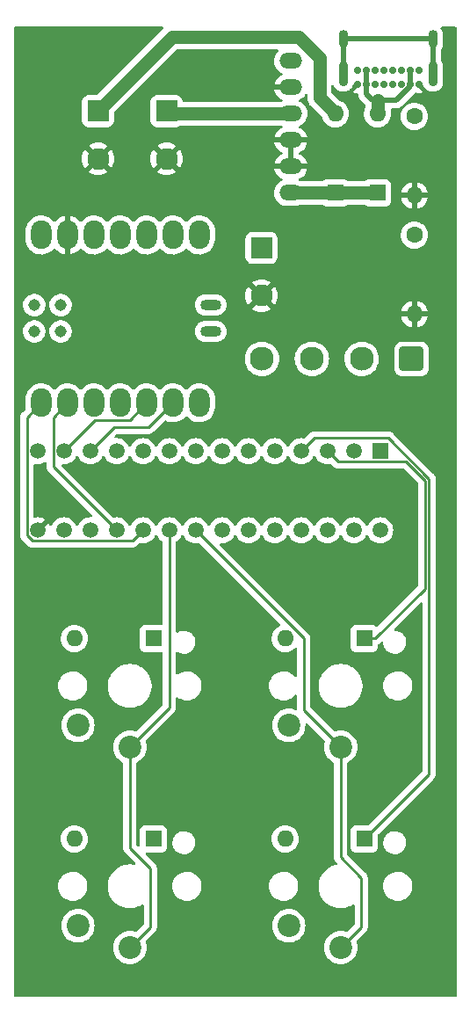
<source format=gbr>
%TF.GenerationSoftware,KiCad,Pcbnew,(6.0.1)*%
%TF.CreationDate,2022-02-25T19:27:25-05:00*%
%TF.ProjectId,InductorSchem,496e6475-6374-46f7-9253-6368656d2e6b,1*%
%TF.SameCoordinates,Original*%
%TF.FileFunction,Copper,L1,Top*%
%TF.FilePolarity,Positive*%
%FSLAX46Y46*%
G04 Gerber Fmt 4.6, Leading zero omitted, Abs format (unit mm)*
G04 Created by KiCad (PCBNEW (6.0.1)) date 2022-02-25 19:27:25*
%MOMM*%
%LPD*%
G01*
G04 APERTURE LIST*
G04 Aperture macros list*
%AMRoundRect*
0 Rectangle with rounded corners*
0 $1 Rounding radius*
0 $2 $3 $4 $5 $6 $7 $8 $9 X,Y pos of 4 corners*
0 Add a 4 corners polygon primitive as box body*
4,1,4,$2,$3,$4,$5,$6,$7,$8,$9,$2,$3,0*
0 Add four circle primitives for the rounded corners*
1,1,$1+$1,$2,$3*
1,1,$1+$1,$4,$5*
1,1,$1+$1,$6,$7*
1,1,$1+$1,$8,$9*
0 Add four rect primitives between the rounded corners*
20,1,$1+$1,$2,$3,$4,$5,0*
20,1,$1+$1,$4,$5,$6,$7,0*
20,1,$1+$1,$6,$7,$8,$9,0*
20,1,$1+$1,$8,$9,$2,$3,0*%
G04 Aperture macros list end*
%TA.AperFunction,ComponentPad*%
%ADD10R,1.498600X1.498600*%
%TD*%
%TA.AperFunction,ComponentPad*%
%ADD11C,1.498600*%
%TD*%
%TA.AperFunction,ComponentPad*%
%ADD12R,1.600000X1.600000*%
%TD*%
%TA.AperFunction,ComponentPad*%
%ADD13O,1.600000X1.600000*%
%TD*%
%TA.AperFunction,ComponentPad*%
%ADD14C,0.700000*%
%TD*%
%TA.AperFunction,ComponentPad*%
%ADD15O,0.900000X2.400000*%
%TD*%
%TA.AperFunction,ComponentPad*%
%ADD16O,0.900000X1.700000*%
%TD*%
%TA.AperFunction,ComponentPad*%
%ADD17RoundRect,0.250001X-0.799999X0.799999X-0.799999X-0.799999X0.799999X-0.799999X0.799999X0.799999X0*%
%TD*%
%TA.AperFunction,ComponentPad*%
%ADD18C,2.100000*%
%TD*%
%TA.AperFunction,ComponentPad*%
%ADD19C,1.600000*%
%TD*%
%TA.AperFunction,ComponentPad*%
%ADD20O,1.998980X2.748280*%
%TD*%
%TA.AperFunction,SMDPad,CuDef*%
%ADD21O,2.032000X1.016000*%
%TD*%
%TA.AperFunction,SMDPad,CuDef*%
%ADD22C,1.143000*%
%TD*%
%TA.AperFunction,ComponentPad*%
%ADD23C,2.200000*%
%TD*%
%TA.AperFunction,ComponentPad*%
%ADD24RoundRect,0.250001X0.899999X0.899999X-0.899999X0.899999X-0.899999X-0.899999X0.899999X-0.899999X0*%
%TD*%
%TA.AperFunction,ComponentPad*%
%ADD25C,2.300000*%
%TD*%
%TA.AperFunction,ComponentPad*%
%ADD26O,2.200000X1.500000*%
%TD*%
%TA.AperFunction,Conductor*%
%ADD27C,0.250000*%
%TD*%
%TA.AperFunction,Conductor*%
%ADD28C,0.500000*%
%TD*%
%TA.AperFunction,Conductor*%
%ADD29C,1.270000*%
%TD*%
G04 APERTURE END LIST*
D10*
%TO.P,U3,1,VSS*%
%TO.N,GND*%
X156718000Y-96266000D03*
D11*
%TO.P,U3,2,NC*%
%TO.N,unconnected-(U3-Pad2)*%
X154178000Y-96266000D03*
%TO.P,U3,3,GPB0*%
%TO.N,/ROW1*%
X151638000Y-96266000D03*
%TO.P,U3,4,GPB1*%
%TO.N,/ROW2*%
X149098000Y-96266000D03*
%TO.P,U3,5,GPB2*%
%TO.N,unconnected-(U3-Pad5)*%
X146558000Y-96266000D03*
%TO.P,U3,6,GPB3*%
%TO.N,unconnected-(U3-Pad6)*%
X144018000Y-96266000D03*
%TO.P,U3,7,GPB4*%
%TO.N,/BRK1*%
X141478000Y-96266000D03*
%TO.P,U3,8,GPB5*%
%TO.N,/BRK2*%
X138938000Y-96266000D03*
%TO.P,U3,9,GPB6*%
%TO.N,/BRK3*%
X136398000Y-96266000D03*
%TO.P,U3,10,GPB7*%
%TO.N,/BRK4*%
X133858000Y-96266000D03*
%TO.P,U3,11,VDD*%
%TO.N,+5V*%
X131318000Y-96266000D03*
%TO.P,U3,12,SCL*%
%TO.N,/I2C_SCL*%
X128778000Y-96266000D03*
%TO.P,U3,13,SDA*%
%TO.N,/I2C_SDA*%
X126238000Y-96266000D03*
%TO.P,U3,14,NC*%
%TO.N,unconnected-(U3-Pad14)*%
X123698000Y-96266000D03*
%TO.P,U3,15,ADDR*%
%TO.N,GND*%
X123698000Y-103886000D03*
%TO.P,U3,16,\u002ARESET*%
%TO.N,unconnected-(U3-Pad16)*%
X126238000Y-103886000D03*
%TO.P,U3,17,NC*%
%TO.N,unconnected-(U3-Pad17)*%
X128778000Y-103886000D03*
%TO.P,U3,18,INTB*%
%TO.N,/INTB*%
X131318000Y-103886000D03*
%TO.P,U3,19,INTA*%
%TO.N,/INTA*%
X133858000Y-103886000D03*
%TO.P,U3,20,GPA0*%
%TO.N,/COL1*%
X136398000Y-103886000D03*
%TO.P,U3,21,GPA1*%
%TO.N,/COL2*%
X138938000Y-103886000D03*
%TO.P,U3,22,GPA2*%
%TO.N,unconnected-(U3-Pad22)*%
X141478000Y-103886000D03*
%TO.P,U3,23,GPA3*%
%TO.N,unconnected-(U3-Pad23)*%
X144018000Y-103886000D03*
%TO.P,U3,24,GPA4*%
%TO.N,unconnected-(U3-Pad24)*%
X146558000Y-103886000D03*
%TO.P,U3,25,GPA5*%
%TO.N,unconnected-(U3-Pad25)*%
X149098000Y-103886000D03*
%TO.P,U3,26,GPA6*%
%TO.N,unconnected-(U3-Pad26)*%
X151638000Y-103886000D03*
%TO.P,U3,27,GPA7*%
%TO.N,unconnected-(U3-Pad27)*%
X154178000Y-103886000D03*
%TO.P,U3,28,NC*%
%TO.N,unconnected-(U3-Pad28)*%
X156718000Y-103886000D03*
%TD*%
D12*
%TO.P,D6,1,K*%
%TO.N,/ROW2*%
X155194000Y-133604000D03*
D13*
%TO.P,D6,2,A*%
%TO.N,Net-(SW4-Pad2)*%
X147574000Y-133604000D03*
%TD*%
D12*
%TO.P,D5,1,K*%
%TO.N,/ROW1*%
X155194000Y-114300000D03*
D13*
%TO.P,D5,2,A*%
%TO.N,Net-(SW2-Pad2)*%
X147574000Y-114300000D03*
%TD*%
D12*
%TO.P,D4,1,K*%
%TO.N,/ROW2*%
X134874000Y-133604000D03*
D13*
%TO.P,D4,2,A*%
%TO.N,Net-(SW3-Pad2)*%
X127254000Y-133604000D03*
%TD*%
D12*
%TO.P,D3,1,K*%
%TO.N,/ROW1*%
X134874000Y-114300000D03*
D13*
%TO.P,D3,2,A*%
%TO.N,Net-(SW1-Pad2)*%
X127254000Y-114300000D03*
%TD*%
D14*
%TO.P,J1,A1,GND*%
%TO.N,GND*%
X160455000Y-60921000D03*
%TO.P,J1,A4,VBUS*%
%TO.N,Net-(D2-Pad2)*%
X159605000Y-60921000D03*
%TO.P,J1,A5,CC1*%
%TO.N,Net-(J1-PadA5)*%
X158755000Y-60921000D03*
%TO.P,J1,A6,D+*%
%TO.N,unconnected-(J1-PadA6)*%
X157905000Y-60921000D03*
%TO.P,J1,A7,D-*%
%TO.N,unconnected-(J1-PadA7)*%
X157055000Y-60921000D03*
%TO.P,J1,A8,SBU1*%
%TO.N,unconnected-(J1-PadA8)*%
X156205000Y-60921000D03*
%TO.P,J1,A9,VBUS*%
%TO.N,Net-(D2-Pad2)*%
X155355000Y-60921000D03*
%TO.P,J1,A12,GND*%
%TO.N,GND*%
X154505000Y-60921000D03*
%TO.P,J1,B1,GND*%
X154505000Y-59571000D03*
%TO.P,J1,B4,VBUS*%
%TO.N,Net-(D2-Pad2)*%
X155355000Y-59571000D03*
%TO.P,J1,B5,CC2*%
%TO.N,Net-(J1-PadB5)*%
X156205000Y-59571000D03*
%TO.P,J1,B6,D+*%
%TO.N,unconnected-(J1-PadB6)*%
X157055000Y-59571000D03*
%TO.P,J1,B7,D-*%
%TO.N,unconnected-(J1-PadB7)*%
X157905000Y-59571000D03*
%TO.P,J1,B8,SBU2*%
%TO.N,unconnected-(J1-PadB8)*%
X158755000Y-59571000D03*
%TO.P,J1,B9,VBUS*%
%TO.N,Net-(D2-Pad2)*%
X159605000Y-59571000D03*
%TO.P,J1,B12,GND*%
%TO.N,GND*%
X160455000Y-59571000D03*
D15*
%TO.P,J1,S1,SHIELD*%
%TO.N,unconnected-(J1-PadS1)*%
X153155000Y-59941000D03*
D16*
X153155000Y-56561000D03*
X161805000Y-56561000D03*
D15*
X161805000Y-59941000D03*
%TD*%
D13*
%TO.P,D1,2,A*%
%TO.N,Net-(D1-Pad2)*%
X152400000Y-63754000D03*
D12*
%TO.P,D1,1,K*%
%TO.N,Net-(D1-Pad1)*%
X152400000Y-71374000D03*
%TD*%
D17*
%TO.P,J3,1,Pin_1*%
%TO.N,Net-(D1-Pad2)*%
X129540000Y-63500000D03*
D18*
%TO.P,J3,2,Pin_2*%
%TO.N,GND*%
X129540000Y-68100000D03*
%TD*%
D19*
%TO.P,R2,1*%
%TO.N,Net-(J1-PadB5)*%
X160020000Y-75438000D03*
D13*
%TO.P,R2,2*%
%TO.N,GND*%
X160020000Y-83058000D03*
%TD*%
D20*
%TO.P,U1,1,PA02_A0_D0*%
%TO.N,/INTA*%
X124064490Y-91601290D03*
%TO.P,U1,2,PA4_A1_D1*%
%TO.N,/INTB*%
X126604490Y-91601290D03*
%TO.P,U1,3,PA10_A2_D2*%
%TO.N,unconnected-(U1-Pad3)*%
X129144490Y-91601290D03*
%TO.P,U1,4,PA11_A3_D3*%
%TO.N,unconnected-(U1-Pad4)*%
X131684490Y-91601290D03*
%TO.P,U1,5,PA8_A4_D4_SDA*%
%TO.N,/I2C_SDA*%
X134224490Y-91601290D03*
%TO.P,U1,6,PA9_A5_D5_SCL*%
%TO.N,/I2C_SCL*%
X136764490Y-91601290D03*
%TO.P,U1,7,PB08_A6_D6_TX*%
%TO.N,unconnected-(U1-Pad7)*%
X139304490Y-91601290D03*
%TO.P,U1,8,PB09_A7_D7_RX*%
%TO.N,unconnected-(U1-Pad8)*%
X139304490Y-75436730D03*
%TO.P,U1,9,PA7_A8_D8_SCK*%
%TO.N,unconnected-(U1-Pad9)*%
X136764490Y-75436730D03*
%TO.P,U1,10,PA5_A9_D9_MISO*%
%TO.N,unconnected-(U1-Pad10)*%
X134224490Y-75436730D03*
%TO.P,U1,11,PA6_A10_D10_MOSI*%
%TO.N,unconnected-(U1-Pad11)*%
X131684490Y-75436730D03*
%TO.P,U1,12,3V3*%
%TO.N,unconnected-(U1-Pad12)*%
X129144490Y-75436730D03*
%TO.P,U1,13,GND*%
%TO.N,GND*%
X126604490Y-75436730D03*
%TO.P,U1,14,5V*%
%TO.N,+5V*%
X124064490Y-75436730D03*
D21*
%TO.P,U1,15,5V*%
%TO.N,unconnected-(U1-Pad15)*%
X140382310Y-84734410D03*
%TO.P,U1,16,GND*%
%TO.N,unconnected-(U1-Pad16)*%
X140382310Y-82184410D03*
D22*
%TO.P,U1,17,PA31_SWDIO*%
%TO.N,unconnected-(U1-Pad17)*%
X123378123Y-84735607D03*
%TO.P,U1,18,PA30_SWCLK*%
%TO.N,unconnected-(U1-Pad18)*%
X123378123Y-82195607D03*
%TO.P,U1,19,RESET*%
%TO.N,unconnected-(U1-Pad19)*%
X125918123Y-84735607D03*
%TO.P,U1,20,GND*%
%TO.N,unconnected-(U1-Pad20)*%
X125918123Y-82195607D03*
%TD*%
D13*
%TO.P,D2,2,A*%
%TO.N,Net-(D2-Pad2)*%
X156464000Y-63754000D03*
D12*
%TO.P,D2,1,K*%
%TO.N,Net-(D1-Pad1)*%
X156464000Y-71374000D03*
%TD*%
D23*
%TO.P,SW4,1,1*%
%TO.N,/COL2*%
X152908000Y-144076000D03*
%TO.P,SW4,2,2*%
%TO.N,Net-(SW4-Pad2)*%
X147908000Y-141976000D03*
%TD*%
D17*
%TO.P,J4,1,Pin_1*%
%TO.N,+5V*%
X145288000Y-76680000D03*
D18*
%TO.P,J4,2,Pin_2*%
%TO.N,GND*%
X145288000Y-81280000D03*
%TD*%
%TO.P,J2,2,Pin_2*%
%TO.N,GND*%
X136144000Y-68100000D03*
D17*
%TO.P,J2,1,Pin_1*%
%TO.N,Net-(J2-Pad1)*%
X136144000Y-63500000D03*
%TD*%
D24*
%TO.P,J5,1,Pin_1*%
%TO.N,/BRK1*%
X159740000Y-87376000D03*
D25*
%TO.P,J5,2,Pin_2*%
%TO.N,/BRK2*%
X154940000Y-87376000D03*
%TO.P,J5,3,Pin_3*%
%TO.N,/BRK3*%
X150140000Y-87376000D03*
%TO.P,J5,4,Pin_4*%
%TO.N,/BRK4*%
X145340000Y-87376000D03*
%TD*%
D23*
%TO.P,SW3,1,1*%
%TO.N,/COL1*%
X132588000Y-144076000D03*
%TO.P,SW3,2,2*%
%TO.N,Net-(SW3-Pad2)*%
X127588000Y-141976000D03*
%TD*%
%TO.P,SW1,1,1*%
%TO.N,/COL1*%
X132588000Y-124772000D03*
%TO.P,SW1,2,2*%
%TO.N,Net-(SW1-Pad2)*%
X127588000Y-122672000D03*
%TD*%
%TO.P,SW2,1,1*%
%TO.N,/COL2*%
X152908000Y-124772000D03*
%TO.P,SW2,2,2*%
%TO.N,Net-(SW2-Pad2)*%
X147908000Y-122672000D03*
%TD*%
D26*
%TO.P,U2,6,VIN*%
%TO.N,Net-(D1-Pad1)*%
X148094000Y-71376917D03*
%TO.P,U2,5,VIN_GND*%
%TO.N,GND*%
X148094000Y-68836917D03*
%TO.P,U2,4,BAT_GND*%
X148094000Y-66296917D03*
%TO.P,U2,3,BAT*%
%TO.N,Net-(J2-Pad1)*%
X148094000Y-63756917D03*
%TO.P,U2,2,OUT_GND*%
%TO.N,GND*%
X148094000Y-61216917D03*
%TO.P,U2,1,OUT*%
%TO.N,+5V*%
X148094000Y-58676917D03*
%TD*%
D19*
%TO.P,R1,1*%
%TO.N,Net-(J1-PadA5)*%
X160020000Y-64008000D03*
D13*
%TO.P,R1,2*%
%TO.N,GND*%
X160020000Y-71628000D03*
%TD*%
D27*
%TO.N,/INTA*%
X122674189Y-92991591D02*
X124064490Y-91601290D01*
X122674189Y-104386189D02*
X122674189Y-92991591D01*
X123197811Y-104909811D02*
X122674189Y-104386189D01*
X133858000Y-103886000D02*
X132834189Y-104909811D01*
X132834189Y-104909811D02*
X123197811Y-104909811D01*
%TO.N,/I2C_SDA*%
X129254050Y-93249950D02*
X132575830Y-93249950D01*
X126238000Y-96266000D02*
X129254050Y-93249950D01*
X132575830Y-93249950D02*
X134224490Y-91601290D01*
%TO.N,/I2C_SCL*%
X134385780Y-93980000D02*
X136764490Y-91601290D01*
X131064000Y-93980000D02*
X134385780Y-93980000D01*
X128778000Y-96266000D02*
X131064000Y-93980000D01*
%TO.N,/ROW1*%
X152661811Y-97289811D02*
X151638000Y-96266000D01*
X161036000Y-99101384D02*
X159224427Y-97289811D01*
X159224427Y-97289811D02*
X152661811Y-97289811D01*
X161036000Y-109508000D02*
X161036000Y-99101384D01*
X156244000Y-114300000D02*
X161036000Y-109508000D01*
X155194000Y-114300000D02*
X156244000Y-114300000D01*
%TO.N,/ROW2*%
X150368000Y-94996000D02*
X149098000Y-96266000D01*
X157495622Y-94996000D02*
X150368000Y-94996000D01*
X161435519Y-127362481D02*
X161435519Y-98935897D01*
X161435519Y-98935897D02*
X157495622Y-94996000D01*
X155194000Y-133604000D02*
X161435519Y-127362481D01*
%TO.N,/COL2*%
X154882521Y-142101479D02*
X152908000Y-144076000D01*
X154882521Y-137358126D02*
X154882521Y-142101479D01*
X152908000Y-135383605D02*
X154882521Y-137358126D01*
X152908000Y-124772000D02*
X152908000Y-135383605D01*
X149352000Y-121216000D02*
X152908000Y-124772000D01*
X149352000Y-114300000D02*
X149352000Y-121216000D01*
X138938000Y-103886000D02*
X149352000Y-114300000D01*
%TO.N,/COL1*%
X134562521Y-142101479D02*
X132588000Y-144076000D01*
X132588000Y-134478446D02*
X134562521Y-136452967D01*
X134562521Y-136452967D02*
X134562521Y-142101479D01*
X132588000Y-124772000D02*
X132588000Y-134478446D01*
X136398000Y-120962000D02*
X132588000Y-124772000D01*
X136398000Y-103886000D02*
X136398000Y-120962000D01*
%TO.N,/INTB*%
X125214189Y-92991591D02*
X126604490Y-91601290D01*
X125214189Y-97782189D02*
X125214189Y-92991591D01*
X131318000Y-103886000D02*
X125214189Y-97782189D01*
%TO.N,/BRK4*%
X145288000Y-87428000D02*
X145340000Y-87376000D01*
D28*
%TO.N,Net-(D2-Pad2)*%
X156464000Y-62484000D02*
X155956000Y-62484000D01*
X158251970Y-62484000D02*
X156464000Y-62484000D01*
D29*
X156464000Y-63754000D02*
X156464000Y-62484000D01*
D28*
X155956000Y-62484000D02*
X155355000Y-61883000D01*
X155355000Y-61883000D02*
X155355000Y-60921000D01*
X159605000Y-61130970D02*
X158251970Y-62484000D01*
X159605000Y-60921000D02*
X159605000Y-61130970D01*
D29*
%TO.N,Net-(D1-Pad2)*%
X136652000Y-56388000D02*
X129540000Y-63500000D01*
X150876000Y-58420000D02*
X148844000Y-56388000D01*
X148844000Y-56388000D02*
X136652000Y-56388000D01*
X150876000Y-62230000D02*
X150876000Y-58420000D01*
X152400000Y-63754000D02*
X150876000Y-62230000D01*
%TO.N,Net-(D1-Pad1)*%
X148096917Y-71374000D02*
X156464000Y-71374000D01*
X148094000Y-71376917D02*
X148096917Y-71374000D01*
D28*
%TO.N,Net-(D2-Pad2)*%
X155355000Y-59571000D02*
X155355000Y-60921000D01*
X159605000Y-59571000D02*
X159605000Y-60921000D01*
D29*
%TO.N,Net-(J2-Pad1)*%
X136400917Y-63756917D02*
X148094000Y-63756917D01*
X136144000Y-63500000D02*
X136400917Y-63756917D01*
D28*
%TO.N,unconnected-(J1-PadS1)*%
X161805000Y-56561000D02*
X161805000Y-59941000D01*
X153155000Y-56561000D02*
X161805000Y-56561000D01*
X153155000Y-59941000D02*
X153155000Y-56561000D01*
%TD*%
%TA.AperFunction,Conductor*%
%TO.N,GND*%
G36*
X135813913Y-55392002D02*
G01*
X135860406Y-55445658D01*
X135870510Y-55515932D01*
X135838316Y-55583530D01*
X135827737Y-55594974D01*
X135824308Y-55598539D01*
X129518252Y-61904595D01*
X129455940Y-61938621D01*
X129429157Y-61941500D01*
X128689600Y-61941500D01*
X128686354Y-61941837D01*
X128686350Y-61941837D01*
X128590693Y-61951762D01*
X128590689Y-61951763D01*
X128583835Y-61952474D01*
X128577299Y-61954655D01*
X128577297Y-61954655D01*
X128535781Y-61968506D01*
X128416055Y-62008450D01*
X128265652Y-62101522D01*
X128140695Y-62226697D01*
X128136855Y-62232927D01*
X128136854Y-62232928D01*
X128056022Y-62364062D01*
X128047885Y-62377262D01*
X127992203Y-62545139D01*
X127991503Y-62551975D01*
X127991502Y-62551978D01*
X127990707Y-62559739D01*
X127981500Y-62649600D01*
X127981500Y-64350400D01*
X127981837Y-64353646D01*
X127981837Y-64353650D01*
X127987762Y-64410749D01*
X127992474Y-64456165D01*
X127994655Y-64462701D01*
X127994655Y-64462703D01*
X128025830Y-64556146D01*
X128048450Y-64623945D01*
X128141522Y-64774348D01*
X128266697Y-64899305D01*
X128272927Y-64903145D01*
X128272928Y-64903146D01*
X128410090Y-64987694D01*
X128417262Y-64992115D01*
X128477606Y-65012130D01*
X128578611Y-65045632D01*
X128578613Y-65045632D01*
X128585139Y-65047797D01*
X128591975Y-65048497D01*
X128591978Y-65048498D01*
X128635031Y-65052909D01*
X128689600Y-65058500D01*
X130390400Y-65058500D01*
X130393646Y-65058163D01*
X130393650Y-65058163D01*
X130489307Y-65048238D01*
X130489311Y-65048237D01*
X130496165Y-65047526D01*
X130502701Y-65045345D01*
X130502703Y-65045345D01*
X130637017Y-65000534D01*
X130663945Y-64991550D01*
X130814348Y-64898478D01*
X130939305Y-64773303D01*
X131032115Y-64622738D01*
X131085196Y-64462703D01*
X131085632Y-64461389D01*
X131085632Y-64461387D01*
X131087797Y-64454861D01*
X131098500Y-64350400D01*
X131098500Y-63610843D01*
X131118502Y-63542722D01*
X131135405Y-63521748D01*
X137088748Y-57568405D01*
X137151060Y-57534379D01*
X137177843Y-57531500D01*
X146803832Y-57531500D01*
X146871953Y-57551502D01*
X146918446Y-57605158D01*
X146928550Y-57675432D01*
X146894316Y-57745185D01*
X146829443Y-57812129D01*
X146762008Y-57881716D01*
X146636710Y-58068179D01*
X146546412Y-58273884D01*
X146545103Y-58279335D01*
X146545102Y-58279339D01*
X146517165Y-58395705D01*
X146493968Y-58492328D01*
X146493645Y-58497933D01*
X146485388Y-58641150D01*
X146481037Y-58716607D01*
X146508025Y-58939632D01*
X146574082Y-59154352D01*
X146576652Y-59159332D01*
X146576654Y-59159336D01*
X146674546Y-59348998D01*
X146677118Y-59353981D01*
X146813877Y-59532209D01*
X146980036Y-59683402D01*
X146984783Y-59686380D01*
X146984786Y-59686382D01*
X147165595Y-59799802D01*
X147170344Y-59802781D01*
X147238378Y-59830131D01*
X147294120Y-59874095D01*
X147317245Y-59941220D01*
X147300408Y-60010191D01*
X147245624Y-60060762D01*
X147106097Y-60127314D01*
X147096484Y-60132999D01*
X146923233Y-60257492D01*
X146914767Y-60264800D01*
X146766308Y-60417999D01*
X146759265Y-60426696D01*
X146640281Y-60603761D01*
X146634895Y-60613559D01*
X146549143Y-60808907D01*
X146545578Y-60819499D01*
X146515376Y-60945301D01*
X146516081Y-60959387D01*
X146524960Y-60962917D01*
X148222000Y-60962917D01*
X148290121Y-60982919D01*
X148336614Y-61036575D01*
X148348000Y-61088917D01*
X148348000Y-61344917D01*
X148327998Y-61413038D01*
X148274342Y-61459531D01*
X148222000Y-61470917D01*
X146525589Y-61470917D01*
X146511607Y-61475022D01*
X146510114Y-61484645D01*
X146510166Y-61484890D01*
X146572898Y-61688800D01*
X146577119Y-61699146D01*
X146674971Y-61888731D01*
X146680957Y-61898162D01*
X146810832Y-62067418D01*
X146818393Y-62075641D01*
X146976194Y-62219229D01*
X146985094Y-62225984D01*
X147165815Y-62339351D01*
X147175781Y-62344428D01*
X147238358Y-62369584D01*
X147294103Y-62413550D01*
X147317228Y-62480675D01*
X147300391Y-62549646D01*
X147245615Y-62600212D01*
X147243674Y-62601138D01*
X147189421Y-62613417D01*
X137805531Y-62613417D01*
X137737410Y-62593415D01*
X137690917Y-62539759D01*
X137686007Y-62527293D01*
X137666481Y-62468765D01*
X137635550Y-62376055D01*
X137542478Y-62225652D01*
X137417303Y-62100695D01*
X137363318Y-62067418D01*
X137272968Y-62011725D01*
X137272966Y-62011724D01*
X137266738Y-62007885D01*
X137186995Y-61981436D01*
X137105389Y-61954368D01*
X137105387Y-61954368D01*
X137098861Y-61952203D01*
X137092025Y-61951503D01*
X137092022Y-61951502D01*
X137048969Y-61947091D01*
X136994400Y-61941500D01*
X135293600Y-61941500D01*
X135290354Y-61941837D01*
X135290350Y-61941837D01*
X135194693Y-61951762D01*
X135194689Y-61951763D01*
X135187835Y-61952474D01*
X135181299Y-61954655D01*
X135181297Y-61954655D01*
X135139781Y-61968506D01*
X135020055Y-62008450D01*
X134869652Y-62101522D01*
X134744695Y-62226697D01*
X134740855Y-62232927D01*
X134740854Y-62232928D01*
X134660022Y-62364062D01*
X134651885Y-62377262D01*
X134596203Y-62545139D01*
X134595503Y-62551975D01*
X134595502Y-62551978D01*
X134594707Y-62559739D01*
X134585500Y-62649600D01*
X134585500Y-64350400D01*
X134585837Y-64353646D01*
X134585837Y-64353650D01*
X134591762Y-64410749D01*
X134596474Y-64456165D01*
X134598655Y-64462701D01*
X134598655Y-64462703D01*
X134629830Y-64556146D01*
X134652450Y-64623945D01*
X134745522Y-64774348D01*
X134870697Y-64899305D01*
X134876927Y-64903145D01*
X134876928Y-64903146D01*
X135014090Y-64987694D01*
X135021262Y-64992115D01*
X135081606Y-65012130D01*
X135182611Y-65045632D01*
X135182613Y-65045632D01*
X135189139Y-65047797D01*
X135195975Y-65048497D01*
X135195978Y-65048498D01*
X135239031Y-65052909D01*
X135293600Y-65058500D01*
X136994400Y-65058500D01*
X136997646Y-65058163D01*
X136997650Y-65058163D01*
X137093307Y-65048238D01*
X137093311Y-65048237D01*
X137100165Y-65047526D01*
X137106701Y-65045345D01*
X137106703Y-65045345D01*
X137169371Y-65024437D01*
X137267945Y-64991550D01*
X137384745Y-64919272D01*
X137451049Y-64900417D01*
X147189838Y-64900417D01*
X147236865Y-64909522D01*
X147238411Y-64910144D01*
X147294141Y-64954126D01*
X147317246Y-65021258D01*
X147300390Y-65090225D01*
X147245623Y-65140763D01*
X147106101Y-65207311D01*
X147096484Y-65212999D01*
X146923233Y-65337492D01*
X146914767Y-65344800D01*
X146766308Y-65497999D01*
X146759265Y-65506696D01*
X146640281Y-65683761D01*
X146634895Y-65693559D01*
X146549143Y-65888907D01*
X146545578Y-65899499D01*
X146515376Y-66025301D01*
X146516081Y-66039387D01*
X146524960Y-66042917D01*
X149662411Y-66042917D01*
X149676393Y-66038812D01*
X149677886Y-66029189D01*
X149677834Y-66028944D01*
X149615102Y-65825034D01*
X149610881Y-65814688D01*
X149513029Y-65625103D01*
X149507043Y-65615672D01*
X149377168Y-65446416D01*
X149369607Y-65438193D01*
X149211806Y-65294605D01*
X149202906Y-65287850D01*
X149022185Y-65174483D01*
X149012219Y-65169406D01*
X148949642Y-65144250D01*
X148893897Y-65100284D01*
X148870772Y-65033159D01*
X148887609Y-64964188D01*
X148942393Y-64913617D01*
X148964346Y-64903146D01*
X149087218Y-64844539D01*
X149269654Y-64713446D01*
X149363120Y-64616997D01*
X149422089Y-64556146D01*
X149422091Y-64556143D01*
X149425992Y-64552118D01*
X149551290Y-64365655D01*
X149641588Y-64159950D01*
X149694032Y-63941506D01*
X149704843Y-63754000D01*
X149706640Y-63722834D01*
X149706640Y-63722831D01*
X149706963Y-63717227D01*
X149679975Y-63494202D01*
X149613918Y-63279482D01*
X149609716Y-63271339D01*
X149513454Y-63084836D01*
X149513454Y-63084835D01*
X149510882Y-63079853D01*
X149374123Y-62901625D01*
X149207964Y-62750432D01*
X149203217Y-62747454D01*
X149203214Y-62747452D01*
X149022405Y-62634032D01*
X149017656Y-62631053D01*
X148949622Y-62603703D01*
X148893880Y-62559739D01*
X148870755Y-62492614D01*
X148887592Y-62423643D01*
X148942376Y-62373072D01*
X149081903Y-62306520D01*
X149091516Y-62300835D01*
X149264767Y-62176342D01*
X149273233Y-62169034D01*
X149421692Y-62015835D01*
X149428735Y-62007138D01*
X149501919Y-61898230D01*
X149556515Y-61852845D01*
X149626981Y-61844182D01*
X149690945Y-61874991D01*
X149728097Y-61935490D01*
X149732500Y-61968506D01*
X149732500Y-62187195D01*
X149732230Y-62195436D01*
X149727994Y-62260061D01*
X149738399Y-62347973D01*
X149738736Y-62351186D01*
X149746831Y-62439279D01*
X149748399Y-62444839D01*
X149749061Y-62448412D01*
X149751250Y-62459415D01*
X149752018Y-62463028D01*
X149752697Y-62468765D01*
X149778938Y-62553276D01*
X149779854Y-62556373D01*
X149803877Y-62641549D01*
X149806435Y-62646737D01*
X149807760Y-62650188D01*
X149811901Y-62660566D01*
X149813304Y-62663953D01*
X149815018Y-62669473D01*
X149817709Y-62674587D01*
X149817709Y-62674588D01*
X149856198Y-62747745D01*
X149857695Y-62750681D01*
X149896829Y-62830037D01*
X149900287Y-62834668D01*
X149902250Y-62837871D01*
X149908173Y-62847258D01*
X149910182Y-62850351D01*
X149912871Y-62855463D01*
X149967656Y-62924956D01*
X149969627Y-62927526D01*
X150019116Y-62993801D01*
X150019123Y-62993808D01*
X150022573Y-62998429D01*
X150026807Y-63002343D01*
X150026809Y-63002345D01*
X150082973Y-63054262D01*
X150086539Y-63057692D01*
X151117547Y-64088700D01*
X151150159Y-64145184D01*
X151165716Y-64203243D01*
X151183510Y-64241402D01*
X151260151Y-64405762D01*
X151260154Y-64405767D01*
X151262477Y-64410749D01*
X151393802Y-64598300D01*
X151555700Y-64760198D01*
X151560208Y-64763355D01*
X151560211Y-64763357D01*
X151583296Y-64779521D01*
X151743251Y-64891523D01*
X151748233Y-64893846D01*
X151748238Y-64893849D01*
X151904197Y-64966573D01*
X151950757Y-64988284D01*
X151956065Y-64989706D01*
X151956067Y-64989707D01*
X152166598Y-65046119D01*
X152166600Y-65046119D01*
X152171913Y-65047543D01*
X152400000Y-65067498D01*
X152628087Y-65047543D01*
X152633400Y-65046119D01*
X152633402Y-65046119D01*
X152843933Y-64989707D01*
X152843935Y-64989706D01*
X152849243Y-64988284D01*
X152895803Y-64966573D01*
X153051762Y-64893849D01*
X153051767Y-64893846D01*
X153056749Y-64891523D01*
X153216704Y-64779521D01*
X153239789Y-64763357D01*
X153239792Y-64763355D01*
X153244300Y-64760198D01*
X153406198Y-64598300D01*
X153537523Y-64410749D01*
X153539846Y-64405767D01*
X153539849Y-64405762D01*
X153631961Y-64208225D01*
X153631961Y-64208224D01*
X153634284Y-64203243D01*
X153645885Y-64159950D01*
X153692119Y-63987402D01*
X153692119Y-63987400D01*
X153693543Y-63982087D01*
X153713498Y-63754000D01*
X153693543Y-63525913D01*
X153683609Y-63488840D01*
X153635707Y-63310067D01*
X153635706Y-63310065D01*
X153634284Y-63304757D01*
X153631961Y-63299775D01*
X153539849Y-63102238D01*
X153539846Y-63102233D01*
X153537523Y-63097251D01*
X153450781Y-62973371D01*
X153409357Y-62914211D01*
X153409355Y-62914208D01*
X153406198Y-62909700D01*
X153244300Y-62747802D01*
X153239792Y-62744645D01*
X153239789Y-62744643D01*
X153111872Y-62655075D01*
X153056749Y-62616477D01*
X153051767Y-62614154D01*
X153051762Y-62614151D01*
X152854223Y-62522038D01*
X152854221Y-62522037D01*
X152849243Y-62519716D01*
X152791185Y-62504159D01*
X152734703Y-62471549D01*
X152432188Y-62169034D01*
X152056405Y-61793252D01*
X152022380Y-61730939D01*
X152019500Y-61704156D01*
X152019500Y-61096314D01*
X152039502Y-61028193D01*
X152093158Y-60981700D01*
X152163432Y-60971596D01*
X152228012Y-61001090D01*
X152265734Y-61058634D01*
X152269465Y-61070541D01*
X152286058Y-61100475D01*
X152357531Y-61229414D01*
X152363870Y-61240850D01*
X152368019Y-61245691D01*
X152368022Y-61245695D01*
X152390660Y-61272107D01*
X152490591Y-61388698D01*
X152644453Y-61508046D01*
X152650176Y-61510862D01*
X152650179Y-61510864D01*
X152813444Y-61591200D01*
X152819171Y-61594018D01*
X152825349Y-61595627D01*
X152825351Y-61595628D01*
X153001425Y-61641492D01*
X153001428Y-61641492D01*
X153007607Y-61643102D01*
X153091597Y-61647504D01*
X153195683Y-61652959D01*
X153195687Y-61652959D01*
X153202064Y-61653293D01*
X153357413Y-61629799D01*
X153388285Y-61625130D01*
X153388286Y-61625130D01*
X153394599Y-61624175D01*
X153400585Y-61621972D01*
X153400591Y-61621971D01*
X153571360Y-61559140D01*
X153571365Y-61559138D01*
X153577346Y-61556937D01*
X153662513Y-61504131D01*
X153737418Y-61457688D01*
X153737419Y-61457687D01*
X153742840Y-61454326D01*
X153817362Y-61383855D01*
X153879685Y-61324919D01*
X153884322Y-61320534D01*
X153996011Y-61161025D01*
X154055310Y-61023992D01*
X154081851Y-60984939D01*
X154280809Y-60785981D01*
X154343121Y-60751955D01*
X154413936Y-60757020D01*
X154470772Y-60799567D01*
X154495583Y-60866087D01*
X154495214Y-60888242D01*
X154491771Y-60921000D01*
X154510635Y-61100475D01*
X154528404Y-61155162D01*
X154529471Y-61158446D01*
X154531498Y-61229414D01*
X154498733Y-61286477D01*
X154116500Y-61668710D01*
X154109740Y-61681090D01*
X154113251Y-61685780D01*
X154232372Y-61738816D01*
X154244860Y-61742873D01*
X154408364Y-61777628D01*
X154421424Y-61779000D01*
X154469342Y-61779000D01*
X154537463Y-61799002D01*
X154583956Y-61852658D01*
X154594927Y-61894782D01*
X154596085Y-61909015D01*
X154596500Y-61919233D01*
X154596500Y-61927293D01*
X154596925Y-61930937D01*
X154599789Y-61955507D01*
X154600222Y-61959882D01*
X154604173Y-62008450D01*
X154606140Y-62032637D01*
X154608396Y-62039601D01*
X154609587Y-62045560D01*
X154610971Y-62051415D01*
X154611818Y-62058681D01*
X154636735Y-62127327D01*
X154638152Y-62131455D01*
X154652694Y-62176342D01*
X154660649Y-62200899D01*
X154664445Y-62207154D01*
X154666951Y-62212628D01*
X154669670Y-62218058D01*
X154672167Y-62224937D01*
X154676180Y-62231057D01*
X154676180Y-62231058D01*
X154712186Y-62285976D01*
X154714523Y-62289680D01*
X154752405Y-62352107D01*
X154756121Y-62356315D01*
X154756122Y-62356316D01*
X154759803Y-62360484D01*
X154759776Y-62360508D01*
X154762429Y-62363500D01*
X154765132Y-62366733D01*
X154769144Y-62372852D01*
X154774456Y-62377884D01*
X154825383Y-62426128D01*
X154827825Y-62428506D01*
X155283595Y-62884276D01*
X155317621Y-62946588D01*
X155320500Y-62973371D01*
X155320500Y-63082135D01*
X155308695Y-63135385D01*
X155239002Y-63284844D01*
X155229716Y-63304757D01*
X155228294Y-63310065D01*
X155228293Y-63310067D01*
X155180391Y-63488840D01*
X155170457Y-63525913D01*
X155150502Y-63754000D01*
X155170457Y-63982087D01*
X155171881Y-63987400D01*
X155171881Y-63987402D01*
X155218116Y-64159950D01*
X155229716Y-64203243D01*
X155232039Y-64208224D01*
X155232039Y-64208225D01*
X155324151Y-64405762D01*
X155324154Y-64405767D01*
X155326477Y-64410749D01*
X155457802Y-64598300D01*
X155619700Y-64760198D01*
X155624208Y-64763355D01*
X155624211Y-64763357D01*
X155647296Y-64779521D01*
X155807251Y-64891523D01*
X155812233Y-64893846D01*
X155812238Y-64893849D01*
X155968197Y-64966573D01*
X156014757Y-64988284D01*
X156020065Y-64989706D01*
X156020067Y-64989707D01*
X156230598Y-65046119D01*
X156230600Y-65046119D01*
X156235913Y-65047543D01*
X156464000Y-65067498D01*
X156692087Y-65047543D01*
X156697400Y-65046119D01*
X156697402Y-65046119D01*
X156907933Y-64989707D01*
X156907935Y-64989706D01*
X156913243Y-64988284D01*
X156959803Y-64966573D01*
X157115762Y-64893849D01*
X157115767Y-64893846D01*
X157120749Y-64891523D01*
X157280704Y-64779521D01*
X157303789Y-64763357D01*
X157303792Y-64763355D01*
X157308300Y-64760198D01*
X157470198Y-64598300D01*
X157601523Y-64410749D01*
X157603846Y-64405767D01*
X157603849Y-64405762D01*
X157695961Y-64208225D01*
X157695961Y-64208224D01*
X157698284Y-64203243D01*
X157709885Y-64159950D01*
X157750600Y-64008000D01*
X158706502Y-64008000D01*
X158726457Y-64236087D01*
X158727881Y-64241400D01*
X158727881Y-64241402D01*
X158783590Y-64449307D01*
X158785716Y-64457243D01*
X158788039Y-64462224D01*
X158788039Y-64462225D01*
X158880151Y-64659762D01*
X158880154Y-64659767D01*
X158882477Y-64664749D01*
X158885634Y-64669257D01*
X159010057Y-64846951D01*
X159013802Y-64852300D01*
X159175700Y-65014198D01*
X159180208Y-65017355D01*
X159180211Y-65017357D01*
X159224314Y-65048238D01*
X159363251Y-65145523D01*
X159368233Y-65147846D01*
X159368238Y-65147849D01*
X159565775Y-65239961D01*
X159570757Y-65242284D01*
X159576065Y-65243706D01*
X159576067Y-65243707D01*
X159786598Y-65300119D01*
X159786600Y-65300119D01*
X159791913Y-65301543D01*
X160020000Y-65321498D01*
X160248087Y-65301543D01*
X160253400Y-65300119D01*
X160253402Y-65300119D01*
X160463933Y-65243707D01*
X160463935Y-65243706D01*
X160469243Y-65242284D01*
X160474225Y-65239961D01*
X160671762Y-65147849D01*
X160671767Y-65147846D01*
X160676749Y-65145523D01*
X160815686Y-65048238D01*
X160859789Y-65017357D01*
X160859792Y-65017355D01*
X160864300Y-65014198D01*
X161026198Y-64852300D01*
X161029944Y-64846951D01*
X161154366Y-64669257D01*
X161157523Y-64664749D01*
X161159846Y-64659767D01*
X161159849Y-64659762D01*
X161251961Y-64462225D01*
X161251961Y-64462224D01*
X161254284Y-64457243D01*
X161256411Y-64449307D01*
X161312119Y-64241402D01*
X161312119Y-64241400D01*
X161313543Y-64236087D01*
X161333498Y-64008000D01*
X161313543Y-63779913D01*
X161254284Y-63558757D01*
X161224182Y-63494202D01*
X161159849Y-63356238D01*
X161159846Y-63356233D01*
X161157523Y-63351251D01*
X161075040Y-63233454D01*
X161029357Y-63168211D01*
X161029355Y-63168208D01*
X161026198Y-63163700D01*
X160864300Y-63001802D01*
X160859792Y-62998645D01*
X160859789Y-62998643D01*
X160754483Y-62924907D01*
X160676749Y-62870477D01*
X160671767Y-62868154D01*
X160671762Y-62868151D01*
X160474225Y-62776039D01*
X160474224Y-62776039D01*
X160469243Y-62773716D01*
X160463935Y-62772294D01*
X160463933Y-62772293D01*
X160253402Y-62715881D01*
X160253400Y-62715881D01*
X160248087Y-62714457D01*
X160020000Y-62694502D01*
X159791913Y-62714457D01*
X159786600Y-62715881D01*
X159786598Y-62715881D01*
X159576067Y-62772293D01*
X159576065Y-62772294D01*
X159570757Y-62773716D01*
X159565776Y-62776039D01*
X159565775Y-62776039D01*
X159368238Y-62868151D01*
X159368233Y-62868154D01*
X159363251Y-62870477D01*
X159285517Y-62924907D01*
X159180211Y-62998643D01*
X159180208Y-62998645D01*
X159175700Y-63001802D01*
X159013802Y-63163700D01*
X159010645Y-63168208D01*
X159010643Y-63168211D01*
X158964960Y-63233454D01*
X158882477Y-63351251D01*
X158880154Y-63356233D01*
X158880151Y-63356238D01*
X158815818Y-63494202D01*
X158785716Y-63558757D01*
X158726457Y-63779913D01*
X158706502Y-64008000D01*
X157750600Y-64008000D01*
X157756119Y-63987402D01*
X157756119Y-63987400D01*
X157757543Y-63982087D01*
X157777498Y-63754000D01*
X157757543Y-63525913D01*
X157724102Y-63401111D01*
X157725792Y-63330135D01*
X157765586Y-63271339D01*
X157830850Y-63243391D01*
X157845809Y-63242500D01*
X158184900Y-63242500D01*
X158203850Y-63243933D01*
X158218085Y-63246099D01*
X158218089Y-63246099D01*
X158225319Y-63247199D01*
X158232611Y-63246606D01*
X158232614Y-63246606D01*
X158277988Y-63242915D01*
X158288203Y-63242500D01*
X158296263Y-63242500D01*
X158309553Y-63240951D01*
X158324477Y-63239211D01*
X158328852Y-63238778D01*
X158394309Y-63233454D01*
X158394312Y-63233453D01*
X158401607Y-63232860D01*
X158408571Y-63230604D01*
X158414530Y-63229413D01*
X158420385Y-63228029D01*
X158427651Y-63227182D01*
X158496297Y-63202265D01*
X158500425Y-63200848D01*
X158562906Y-63180607D01*
X158562908Y-63180606D01*
X158569869Y-63178351D01*
X158576124Y-63174555D01*
X158581598Y-63172049D01*
X158587028Y-63169330D01*
X158593907Y-63166833D01*
X158600028Y-63162820D01*
X158654946Y-63126814D01*
X158658650Y-63124477D01*
X158721077Y-63086595D01*
X158729454Y-63079197D01*
X158729478Y-63079224D01*
X158732470Y-63076571D01*
X158735703Y-63073868D01*
X158741822Y-63069856D01*
X158795098Y-63013617D01*
X158797476Y-63011175D01*
X160043270Y-61765381D01*
X160105582Y-61731355D01*
X160176397Y-61736420D01*
X160181830Y-61738640D01*
X160194860Y-61742873D01*
X160358364Y-61777628D01*
X160371424Y-61779000D01*
X160538576Y-61779000D01*
X160551636Y-61777628D01*
X160715140Y-61742873D01*
X160727628Y-61738816D01*
X160839763Y-61688890D01*
X160850507Y-61679758D01*
X160848910Y-61674120D01*
X160461267Y-61286477D01*
X160427241Y-61224165D01*
X160430529Y-61158446D01*
X160431596Y-61155162D01*
X160449365Y-61100475D01*
X160468229Y-60921000D01*
X160464786Y-60888247D01*
X160477557Y-60818410D01*
X160526058Y-60766563D01*
X160594891Y-60749167D01*
X160662201Y-60771747D01*
X160679191Y-60785981D01*
X160877367Y-60984157D01*
X160908506Y-61035573D01*
X160917555Y-61064449D01*
X160917558Y-61064457D01*
X160919465Y-61070541D01*
X160922555Y-61076115D01*
X160922556Y-61076118D01*
X161007531Y-61229414D01*
X161013870Y-61240850D01*
X161018019Y-61245691D01*
X161018022Y-61245695D01*
X161040660Y-61272107D01*
X161140591Y-61388698D01*
X161294453Y-61508046D01*
X161300176Y-61510862D01*
X161300179Y-61510864D01*
X161463444Y-61591200D01*
X161469171Y-61594018D01*
X161475349Y-61595627D01*
X161475351Y-61595628D01*
X161651425Y-61641492D01*
X161651428Y-61641492D01*
X161657607Y-61643102D01*
X161741597Y-61647504D01*
X161845683Y-61652959D01*
X161845687Y-61652959D01*
X161852064Y-61653293D01*
X162007413Y-61629799D01*
X162038285Y-61625130D01*
X162038286Y-61625130D01*
X162044599Y-61624175D01*
X162050585Y-61621972D01*
X162050591Y-61621971D01*
X162221360Y-61559140D01*
X162221365Y-61559138D01*
X162227346Y-61556937D01*
X162312513Y-61504131D01*
X162387418Y-61457688D01*
X162387419Y-61457687D01*
X162392840Y-61454326D01*
X162467362Y-61383855D01*
X162529685Y-61324919D01*
X162534322Y-61320534D01*
X162646011Y-61161025D01*
X162682753Y-61076120D01*
X162720810Y-60988175D01*
X162720811Y-60988171D01*
X162723345Y-60982316D01*
X162734783Y-60927565D01*
X162762176Y-60796443D01*
X162762177Y-60796438D01*
X162763165Y-60791707D01*
X162763500Y-60785315D01*
X162763500Y-59142337D01*
X162748765Y-58997273D01*
X162694284Y-58823422D01*
X162692444Y-58817549D01*
X162692442Y-58817544D01*
X162690535Y-58811459D01*
X162635958Y-58713000D01*
X162599223Y-58646729D01*
X162599221Y-58646726D01*
X162596130Y-58641150D01*
X162591979Y-58636307D01*
X162588334Y-58631063D01*
X162589983Y-58629917D01*
X162564688Y-58573732D01*
X162563500Y-58556471D01*
X162563500Y-57588591D01*
X162586287Y-57516321D01*
X162642349Y-57436256D01*
X162642352Y-57436250D01*
X162646011Y-57431025D01*
X162723345Y-57252316D01*
X162742460Y-57160818D01*
X162762176Y-57066443D01*
X162762177Y-57066438D01*
X162763165Y-57061707D01*
X162763500Y-57055315D01*
X162763500Y-56112337D01*
X162748765Y-55967273D01*
X162731111Y-55910939D01*
X162692444Y-55787549D01*
X162692442Y-55787544D01*
X162690535Y-55781459D01*
X162596130Y-55611150D01*
X162583801Y-55596765D01*
X162569429Y-55579997D01*
X162540285Y-55515257D01*
X162550769Y-55445039D01*
X162597551Y-55391635D01*
X162665098Y-55372000D01*
X163958000Y-55372000D01*
X164026121Y-55392002D01*
X164072614Y-55445658D01*
X164084000Y-55498000D01*
X164084000Y-148718000D01*
X164063998Y-148786121D01*
X164010342Y-148832614D01*
X163958000Y-148844000D01*
X121538000Y-148844000D01*
X121469879Y-148823998D01*
X121423386Y-148770342D01*
X121412000Y-148718000D01*
X121412000Y-141976000D01*
X125974526Y-141976000D01*
X125994391Y-142228403D01*
X125995545Y-142233210D01*
X125995546Y-142233216D01*
X126020352Y-142336539D01*
X126053495Y-142474591D01*
X126055388Y-142479162D01*
X126055389Y-142479164D01*
X126098194Y-142582503D01*
X126150384Y-142708502D01*
X126282672Y-142924376D01*
X126447102Y-143116898D01*
X126639624Y-143281328D01*
X126855498Y-143413616D01*
X126860068Y-143415509D01*
X126860072Y-143415511D01*
X127011917Y-143478407D01*
X127089409Y-143510505D01*
X127174032Y-143530821D01*
X127330784Y-143568454D01*
X127330790Y-143568455D01*
X127335597Y-143569609D01*
X127588000Y-143589474D01*
X127840403Y-143569609D01*
X127845210Y-143568455D01*
X127845216Y-143568454D01*
X128001968Y-143530821D01*
X128086591Y-143510505D01*
X128164083Y-143478407D01*
X128315928Y-143415511D01*
X128315932Y-143415509D01*
X128320502Y-143413616D01*
X128536376Y-143281328D01*
X128728898Y-143116898D01*
X128893328Y-142924376D01*
X129025616Y-142708502D01*
X129077807Y-142582503D01*
X129120611Y-142479164D01*
X129120612Y-142479162D01*
X129122505Y-142474591D01*
X129155648Y-142336539D01*
X129180454Y-142233216D01*
X129180455Y-142233210D01*
X129181609Y-142228403D01*
X129201474Y-141976000D01*
X129181609Y-141723597D01*
X129122505Y-141477409D01*
X129025616Y-141243498D01*
X128893328Y-141027624D01*
X128728898Y-140835102D01*
X128536376Y-140670672D01*
X128320502Y-140538384D01*
X128315932Y-140536491D01*
X128315928Y-140536489D01*
X128091164Y-140443389D01*
X128091162Y-140443388D01*
X128086591Y-140441495D01*
X128001968Y-140421179D01*
X127845216Y-140383546D01*
X127845210Y-140383545D01*
X127840403Y-140382391D01*
X127588000Y-140362526D01*
X127335597Y-140382391D01*
X127330790Y-140383545D01*
X127330784Y-140383546D01*
X127174032Y-140421179D01*
X127089409Y-140441495D01*
X127084838Y-140443388D01*
X127084836Y-140443389D01*
X126860072Y-140536489D01*
X126860068Y-140536491D01*
X126855498Y-140538384D01*
X126639624Y-140670672D01*
X126447102Y-140835102D01*
X126282672Y-141027624D01*
X126150384Y-141243498D01*
X126053495Y-141477409D01*
X125994391Y-141723597D01*
X125974526Y-141976000D01*
X121412000Y-141976000D01*
X121412000Y-138109411D01*
X125675977Y-138109411D01*
X125684945Y-138348274D01*
X125734030Y-138582211D01*
X125821829Y-138804533D01*
X125945832Y-139008883D01*
X125949329Y-139012913D01*
X126055684Y-139135476D01*
X126102493Y-139189419D01*
X126106619Y-139192802D01*
X126106623Y-139192806D01*
X126205629Y-139273985D01*
X126287333Y-139340978D01*
X126291969Y-139343617D01*
X126291972Y-139343619D01*
X126405386Y-139408178D01*
X126495066Y-139459227D01*
X126719753Y-139540784D01*
X126725002Y-139541733D01*
X126725005Y-139541734D01*
X126950885Y-139582580D01*
X126950893Y-139582581D01*
X126954969Y-139583318D01*
X126973359Y-139584185D01*
X126978544Y-139584430D01*
X126978551Y-139584430D01*
X126980032Y-139584500D01*
X127148012Y-139584500D01*
X127326175Y-139569383D01*
X127331339Y-139568043D01*
X127331343Y-139568042D01*
X127552375Y-139510673D01*
X127552380Y-139510671D01*
X127557540Y-139509332D01*
X127674636Y-139456584D01*
X127770619Y-139413347D01*
X127770622Y-139413346D01*
X127775480Y-139411157D01*
X127973762Y-139277666D01*
X128146718Y-139112674D01*
X128289402Y-138920900D01*
X128316859Y-138866897D01*
X128395314Y-138712586D01*
X128395314Y-138712585D01*
X128397733Y-138707828D01*
X128438361Y-138576984D01*
X128467032Y-138484651D01*
X128467033Y-138484645D01*
X128468616Y-138479548D01*
X128500023Y-138242589D01*
X128491055Y-138003726D01*
X128441970Y-137769789D01*
X128354171Y-137547467D01*
X128230168Y-137343117D01*
X128156512Y-137258236D01*
X128077007Y-137166614D01*
X128077005Y-137166612D01*
X128073507Y-137162581D01*
X128069381Y-137159198D01*
X128069377Y-137159194D01*
X127892795Y-137014407D01*
X127888667Y-137011022D01*
X127884031Y-137008383D01*
X127884028Y-137008381D01*
X127685577Y-136895416D01*
X127680934Y-136892773D01*
X127456247Y-136811216D01*
X127450998Y-136810267D01*
X127450995Y-136810266D01*
X127225115Y-136769420D01*
X127225107Y-136769419D01*
X127221031Y-136768682D01*
X127202641Y-136767815D01*
X127197456Y-136767570D01*
X127197449Y-136767570D01*
X127195968Y-136767500D01*
X127027988Y-136767500D01*
X126849825Y-136782617D01*
X126844661Y-136783957D01*
X126844657Y-136783958D01*
X126623625Y-136841327D01*
X126623620Y-136841329D01*
X126618460Y-136842668D01*
X126613594Y-136844860D01*
X126405381Y-136938653D01*
X126405378Y-136938654D01*
X126400520Y-136940843D01*
X126202238Y-137074334D01*
X126029282Y-137239326D01*
X126026099Y-137243603D01*
X126026099Y-137243604D01*
X126009315Y-137266163D01*
X125886598Y-137431100D01*
X125884182Y-137435851D01*
X125884180Y-137435855D01*
X125869754Y-137464230D01*
X125778267Y-137644172D01*
X125750851Y-137732466D01*
X125708968Y-137867349D01*
X125708967Y-137867355D01*
X125707384Y-137872452D01*
X125706683Y-137877744D01*
X125687667Y-138021216D01*
X125675977Y-138109411D01*
X121412000Y-138109411D01*
X121412000Y-133604000D01*
X125940502Y-133604000D01*
X125960457Y-133832087D01*
X125961881Y-133837400D01*
X125961881Y-133837402D01*
X125982852Y-133915664D01*
X126019716Y-134053243D01*
X126022039Y-134058224D01*
X126022039Y-134058225D01*
X126114151Y-134255762D01*
X126114154Y-134255767D01*
X126116477Y-134260749D01*
X126170943Y-134338534D01*
X126237704Y-134433878D01*
X126247802Y-134448300D01*
X126409700Y-134610198D01*
X126414208Y-134613355D01*
X126414211Y-134613357D01*
X126433934Y-134627167D01*
X126597251Y-134741523D01*
X126602233Y-134743846D01*
X126602238Y-134743849D01*
X126706529Y-134792480D01*
X126804757Y-134838284D01*
X126810065Y-134839706D01*
X126810067Y-134839707D01*
X127020598Y-134896119D01*
X127020600Y-134896119D01*
X127025913Y-134897543D01*
X127254000Y-134917498D01*
X127482087Y-134897543D01*
X127487400Y-134896119D01*
X127487402Y-134896119D01*
X127697933Y-134839707D01*
X127697935Y-134839706D01*
X127703243Y-134838284D01*
X127801471Y-134792480D01*
X127905762Y-134743849D01*
X127905767Y-134743846D01*
X127910749Y-134741523D01*
X128074066Y-134627167D01*
X128093789Y-134613357D01*
X128093792Y-134613355D01*
X128098300Y-134610198D01*
X128260198Y-134448300D01*
X128270297Y-134433878D01*
X128337057Y-134338534D01*
X128391523Y-134260749D01*
X128393846Y-134255767D01*
X128393849Y-134255762D01*
X128485961Y-134058225D01*
X128485961Y-134058224D01*
X128488284Y-134053243D01*
X128525149Y-133915664D01*
X128546119Y-133837402D01*
X128546119Y-133837400D01*
X128547543Y-133832087D01*
X128567498Y-133604000D01*
X128547543Y-133375913D01*
X128488284Y-133154757D01*
X128485961Y-133149775D01*
X128393849Y-132952238D01*
X128393846Y-132952233D01*
X128391523Y-132947251D01*
X128260198Y-132759700D01*
X128098300Y-132597802D01*
X128093792Y-132594645D01*
X128093789Y-132594643D01*
X128015611Y-132539902D01*
X127910749Y-132466477D01*
X127905767Y-132464154D01*
X127905762Y-132464151D01*
X127708225Y-132372039D01*
X127708224Y-132372039D01*
X127703243Y-132369716D01*
X127697935Y-132368294D01*
X127697933Y-132368293D01*
X127487402Y-132311881D01*
X127487400Y-132311881D01*
X127482087Y-132310457D01*
X127254000Y-132290502D01*
X127025913Y-132310457D01*
X127020600Y-132311881D01*
X127020598Y-132311881D01*
X126810067Y-132368293D01*
X126810065Y-132368294D01*
X126804757Y-132369716D01*
X126799776Y-132372039D01*
X126799775Y-132372039D01*
X126602238Y-132464151D01*
X126602233Y-132464154D01*
X126597251Y-132466477D01*
X126492389Y-132539902D01*
X126414211Y-132594643D01*
X126414208Y-132594645D01*
X126409700Y-132597802D01*
X126247802Y-132759700D01*
X126116477Y-132947251D01*
X126114154Y-132952233D01*
X126114151Y-132952238D01*
X126022039Y-133149775D01*
X126019716Y-133154757D01*
X125960457Y-133375913D01*
X125940502Y-133604000D01*
X121412000Y-133604000D01*
X121412000Y-122672000D01*
X125974526Y-122672000D01*
X125994391Y-122924403D01*
X126053495Y-123170591D01*
X126055388Y-123175162D01*
X126055389Y-123175164D01*
X126098194Y-123278503D01*
X126150384Y-123404502D01*
X126282672Y-123620376D01*
X126447102Y-123812898D01*
X126639624Y-123977328D01*
X126855498Y-124109616D01*
X126860068Y-124111509D01*
X126860072Y-124111511D01*
X127029278Y-124181598D01*
X127089409Y-124206505D01*
X127174032Y-124226821D01*
X127330784Y-124264454D01*
X127330790Y-124264455D01*
X127335597Y-124265609D01*
X127588000Y-124285474D01*
X127840403Y-124265609D01*
X127845210Y-124264455D01*
X127845216Y-124264454D01*
X128001968Y-124226821D01*
X128086591Y-124206505D01*
X128146722Y-124181598D01*
X128315928Y-124111511D01*
X128315932Y-124111509D01*
X128320502Y-124109616D01*
X128536376Y-123977328D01*
X128728898Y-123812898D01*
X128893328Y-123620376D01*
X129025616Y-123404502D01*
X129077807Y-123278503D01*
X129120611Y-123175164D01*
X129120612Y-123175162D01*
X129122505Y-123170591D01*
X129181609Y-122924403D01*
X129201474Y-122672000D01*
X129181609Y-122419597D01*
X129122505Y-122173409D01*
X129025616Y-121939498D01*
X128893328Y-121723624D01*
X128728898Y-121531102D01*
X128536376Y-121366672D01*
X128320502Y-121234384D01*
X128315932Y-121232491D01*
X128315928Y-121232489D01*
X128091164Y-121139389D01*
X128091162Y-121139388D01*
X128086591Y-121137495D01*
X128001968Y-121117179D01*
X127845216Y-121079546D01*
X127845210Y-121079545D01*
X127840403Y-121078391D01*
X127588000Y-121058526D01*
X127335597Y-121078391D01*
X127330790Y-121079545D01*
X127330784Y-121079546D01*
X127174032Y-121117179D01*
X127089409Y-121137495D01*
X127084838Y-121139388D01*
X127084836Y-121139389D01*
X126860072Y-121232489D01*
X126860068Y-121232491D01*
X126855498Y-121234384D01*
X126639624Y-121366672D01*
X126447102Y-121531102D01*
X126282672Y-121723624D01*
X126150384Y-121939498D01*
X126053495Y-122173409D01*
X125994391Y-122419597D01*
X125974526Y-122672000D01*
X121412000Y-122672000D01*
X121412000Y-118805411D01*
X125675977Y-118805411D01*
X125684945Y-119044274D01*
X125734030Y-119278211D01*
X125821829Y-119500533D01*
X125945832Y-119704883D01*
X125949329Y-119708913D01*
X126072364Y-119850698D01*
X126102493Y-119885419D01*
X126106619Y-119888802D01*
X126106623Y-119888806D01*
X126204115Y-119968744D01*
X126287333Y-120036978D01*
X126291969Y-120039617D01*
X126291972Y-120039619D01*
X126385071Y-120092614D01*
X126495066Y-120155227D01*
X126719753Y-120236784D01*
X126725002Y-120237733D01*
X126725005Y-120237734D01*
X126950885Y-120278580D01*
X126950893Y-120278581D01*
X126954969Y-120279318D01*
X126973359Y-120280185D01*
X126978544Y-120280430D01*
X126978551Y-120280430D01*
X126980032Y-120280500D01*
X127148012Y-120280500D01*
X127326175Y-120265383D01*
X127331339Y-120264043D01*
X127331343Y-120264042D01*
X127552375Y-120206673D01*
X127552380Y-120206671D01*
X127557540Y-120205332D01*
X127674636Y-120152584D01*
X127770619Y-120109347D01*
X127770622Y-120109346D01*
X127775480Y-120107157D01*
X127973762Y-119973666D01*
X128146718Y-119808674D01*
X128289402Y-119616900D01*
X128302149Y-119591830D01*
X128395314Y-119408586D01*
X128395314Y-119408585D01*
X128397733Y-119403828D01*
X128438361Y-119272984D01*
X128467032Y-119180651D01*
X128467033Y-119180645D01*
X128468616Y-119175548D01*
X128487770Y-119031036D01*
X128491260Y-119004703D01*
X130478743Y-119004703D01*
X130479302Y-119008947D01*
X130479302Y-119008951D01*
X130495810Y-119134340D01*
X130516268Y-119289734D01*
X130592129Y-119567036D01*
X130593813Y-119570984D01*
X130701544Y-119823553D01*
X130704923Y-119831476D01*
X130779473Y-119956040D01*
X130825888Y-120033593D01*
X130852561Y-120078161D01*
X131032313Y-120302528D01*
X131240851Y-120500423D01*
X131474317Y-120668186D01*
X131478112Y-120670195D01*
X131478113Y-120670196D01*
X131499869Y-120681715D01*
X131728392Y-120802712D01*
X131998373Y-120901511D01*
X132279264Y-120962755D01*
X132307841Y-120965004D01*
X132502282Y-120980307D01*
X132502291Y-120980307D01*
X132504739Y-120980500D01*
X132660271Y-120980500D01*
X132662407Y-120980354D01*
X132662418Y-120980354D01*
X132870548Y-120966165D01*
X132870554Y-120966164D01*
X132874825Y-120965873D01*
X132879020Y-120965004D01*
X132879022Y-120965004D01*
X133056800Y-120928188D01*
X133156342Y-120907574D01*
X133427343Y-120811607D01*
X133682812Y-120679750D01*
X133686313Y-120677289D01*
X133686317Y-120677287D01*
X133800417Y-120597096D01*
X133918023Y-120514441D01*
X134128622Y-120318740D01*
X134310713Y-120096268D01*
X134460927Y-119851142D01*
X134515203Y-119727499D01*
X134574757Y-119591830D01*
X134576483Y-119587898D01*
X134655244Y-119311406D01*
X134695751Y-119026784D01*
X134695845Y-119008951D01*
X134697235Y-118743583D01*
X134697235Y-118743576D01*
X134697257Y-118739297D01*
X134692048Y-118699726D01*
X134680190Y-118609660D01*
X134659732Y-118454266D01*
X134583871Y-118176964D01*
X134517077Y-118020369D01*
X134472763Y-117916476D01*
X134472761Y-117916472D01*
X134471077Y-117912524D01*
X134384195Y-117767354D01*
X134325643Y-117669521D01*
X134325640Y-117669517D01*
X134323439Y-117665839D01*
X134143687Y-117441472D01*
X133935149Y-117243577D01*
X133701683Y-117075814D01*
X133679843Y-117064250D01*
X133656654Y-117051972D01*
X133447608Y-116941288D01*
X133177627Y-116842489D01*
X132896736Y-116781245D01*
X132865685Y-116778801D01*
X132673718Y-116763693D01*
X132673709Y-116763693D01*
X132671261Y-116763500D01*
X132515729Y-116763500D01*
X132513593Y-116763646D01*
X132513582Y-116763646D01*
X132305452Y-116777835D01*
X132305446Y-116777836D01*
X132301175Y-116778127D01*
X132296980Y-116778996D01*
X132296978Y-116778996D01*
X132160416Y-116807277D01*
X132019658Y-116836426D01*
X131748657Y-116932393D01*
X131493188Y-117064250D01*
X131489687Y-117066711D01*
X131489683Y-117066713D01*
X131479594Y-117073804D01*
X131257977Y-117229559D01*
X131047378Y-117425260D01*
X130865287Y-117647732D01*
X130715073Y-117892858D01*
X130713347Y-117896791D01*
X130713346Y-117896792D01*
X130663535Y-118010265D01*
X130599517Y-118156102D01*
X130520756Y-118432594D01*
X130480249Y-118717216D01*
X130480227Y-118721505D01*
X130480226Y-118721512D01*
X130478765Y-119000417D01*
X130478743Y-119004703D01*
X128491260Y-119004703D01*
X128499323Y-118943873D01*
X128499323Y-118943869D01*
X128500023Y-118938589D01*
X128491055Y-118699726D01*
X128441970Y-118465789D01*
X128354171Y-118243467D01*
X128230168Y-118039117D01*
X128138267Y-117933210D01*
X128077007Y-117862614D01*
X128077005Y-117862612D01*
X128073507Y-117858581D01*
X128069381Y-117855198D01*
X128069377Y-117855194D01*
X127892795Y-117710407D01*
X127888667Y-117707022D01*
X127884031Y-117704383D01*
X127884028Y-117704381D01*
X127685577Y-117591416D01*
X127680934Y-117588773D01*
X127456247Y-117507216D01*
X127450998Y-117506267D01*
X127450995Y-117506266D01*
X127225115Y-117465420D01*
X127225107Y-117465419D01*
X127221031Y-117464682D01*
X127202641Y-117463815D01*
X127197456Y-117463570D01*
X127197449Y-117463570D01*
X127195968Y-117463500D01*
X127027988Y-117463500D01*
X126849825Y-117478617D01*
X126844661Y-117479957D01*
X126844657Y-117479958D01*
X126623625Y-117537327D01*
X126623620Y-117537329D01*
X126618460Y-117538668D01*
X126613594Y-117540860D01*
X126405381Y-117634653D01*
X126405378Y-117634654D01*
X126400520Y-117636843D01*
X126202238Y-117770334D01*
X126029282Y-117935326D01*
X125886598Y-118127100D01*
X125884182Y-118131851D01*
X125884180Y-118131855D01*
X125829754Y-118238904D01*
X125778267Y-118340172D01*
X125750851Y-118428466D01*
X125708968Y-118563349D01*
X125708967Y-118563355D01*
X125707384Y-118568452D01*
X125706683Y-118573744D01*
X125687667Y-118717216D01*
X125675977Y-118805411D01*
X121412000Y-118805411D01*
X121412000Y-114300000D01*
X125940502Y-114300000D01*
X125960457Y-114528087D01*
X125961881Y-114533400D01*
X125961881Y-114533402D01*
X126014934Y-114731395D01*
X126019716Y-114749243D01*
X126022039Y-114754224D01*
X126022039Y-114754225D01*
X126114151Y-114951762D01*
X126114154Y-114951767D01*
X126116477Y-114956749D01*
X126170943Y-115034534D01*
X126237704Y-115129878D01*
X126247802Y-115144300D01*
X126409700Y-115306198D01*
X126414208Y-115309355D01*
X126414211Y-115309357D01*
X126433934Y-115323167D01*
X126597251Y-115437523D01*
X126602233Y-115439846D01*
X126602238Y-115439849D01*
X126799775Y-115531961D01*
X126804757Y-115534284D01*
X126810065Y-115535706D01*
X126810067Y-115535707D01*
X127020598Y-115592119D01*
X127020600Y-115592119D01*
X127025913Y-115593543D01*
X127254000Y-115613498D01*
X127482087Y-115593543D01*
X127487400Y-115592119D01*
X127487402Y-115592119D01*
X127697933Y-115535707D01*
X127697935Y-115535706D01*
X127703243Y-115534284D01*
X127708225Y-115531961D01*
X127905762Y-115439849D01*
X127905767Y-115439846D01*
X127910749Y-115437523D01*
X128074066Y-115323167D01*
X128093789Y-115309357D01*
X128093792Y-115309355D01*
X128098300Y-115306198D01*
X128260198Y-115144300D01*
X128270297Y-115129878D01*
X128337057Y-115034534D01*
X128391523Y-114956749D01*
X128393846Y-114951767D01*
X128393849Y-114951762D01*
X128485961Y-114754225D01*
X128485961Y-114754224D01*
X128488284Y-114749243D01*
X128493067Y-114731395D01*
X128546119Y-114533402D01*
X128546119Y-114533400D01*
X128547543Y-114528087D01*
X128567498Y-114300000D01*
X128547543Y-114071913D01*
X128533750Y-114020437D01*
X128489707Y-113856067D01*
X128489706Y-113856065D01*
X128488284Y-113850757D01*
X128485961Y-113845775D01*
X128393849Y-113648238D01*
X128393846Y-113648233D01*
X128391523Y-113643251D01*
X128260198Y-113455700D01*
X128098300Y-113293802D01*
X128093792Y-113290645D01*
X128093789Y-113290643D01*
X127999784Y-113224820D01*
X127910749Y-113162477D01*
X127905767Y-113160154D01*
X127905762Y-113160151D01*
X127708225Y-113068039D01*
X127708224Y-113068039D01*
X127703243Y-113065716D01*
X127697935Y-113064294D01*
X127697933Y-113064293D01*
X127487402Y-113007881D01*
X127487400Y-113007881D01*
X127482087Y-113006457D01*
X127254000Y-112986502D01*
X127025913Y-113006457D01*
X127020600Y-113007881D01*
X127020598Y-113007881D01*
X126810067Y-113064293D01*
X126810065Y-113064294D01*
X126804757Y-113065716D01*
X126799776Y-113068039D01*
X126799775Y-113068039D01*
X126602238Y-113160151D01*
X126602233Y-113160154D01*
X126597251Y-113162477D01*
X126508216Y-113224820D01*
X126414211Y-113290643D01*
X126414208Y-113290645D01*
X126409700Y-113293802D01*
X126247802Y-113455700D01*
X126116477Y-113643251D01*
X126114154Y-113648233D01*
X126114151Y-113648238D01*
X126022039Y-113845775D01*
X126019716Y-113850757D01*
X126018294Y-113856065D01*
X126018293Y-113856067D01*
X125974250Y-114020437D01*
X125960457Y-114071913D01*
X125940502Y-114300000D01*
X121412000Y-114300000D01*
X121412000Y-92971534D01*
X122035969Y-92971534D01*
X122036715Y-92979426D01*
X122040130Y-93015552D01*
X122040689Y-93027410D01*
X122040689Y-104307422D01*
X122040162Y-104318605D01*
X122038487Y-104326098D01*
X122038736Y-104334024D01*
X122038736Y-104334025D01*
X122040627Y-104394175D01*
X122040689Y-104398134D01*
X122040689Y-104426045D01*
X122041186Y-104429979D01*
X122041186Y-104429980D01*
X122041194Y-104430045D01*
X122042127Y-104441882D01*
X122043516Y-104486078D01*
X122049167Y-104505528D01*
X122053176Y-104524889D01*
X122055715Y-104544986D01*
X122058634Y-104552357D01*
X122058634Y-104552359D01*
X122071993Y-104586101D01*
X122075838Y-104597331D01*
X122088171Y-104639782D01*
X122092204Y-104646601D01*
X122092206Y-104646606D01*
X122098482Y-104657217D01*
X122107177Y-104674965D01*
X122114637Y-104693806D01*
X122119299Y-104700222D01*
X122119299Y-104700223D01*
X122140625Y-104729576D01*
X122147141Y-104739496D01*
X122169647Y-104777551D01*
X122183968Y-104791872D01*
X122196808Y-104806905D01*
X122208717Y-104823296D01*
X122242794Y-104851487D01*
X122251573Y-104859477D01*
X122694154Y-105302058D01*
X122701698Y-105310348D01*
X122705811Y-105316829D01*
X122711588Y-105322254D01*
X122755478Y-105363469D01*
X122758320Y-105366224D01*
X122778041Y-105385945D01*
X122781236Y-105388423D01*
X122790258Y-105396129D01*
X122822490Y-105426397D01*
X122829439Y-105430217D01*
X122840243Y-105436157D01*
X122856767Y-105447010D01*
X122872770Y-105459424D01*
X122913354Y-105476987D01*
X122923984Y-105482194D01*
X122962751Y-105503506D01*
X122970428Y-105505477D01*
X122970433Y-105505479D01*
X122982369Y-105508543D01*
X123001077Y-105514948D01*
X123019666Y-105522992D01*
X123027491Y-105524231D01*
X123027493Y-105524232D01*
X123063330Y-105529908D01*
X123074951Y-105532315D01*
X123106770Y-105540484D01*
X123117781Y-105543311D01*
X123138042Y-105543311D01*
X123157751Y-105544862D01*
X123177754Y-105548030D01*
X123185646Y-105547284D01*
X123190873Y-105546790D01*
X123221765Y-105543870D01*
X123233622Y-105543311D01*
X132755422Y-105543311D01*
X132766605Y-105543838D01*
X132774098Y-105545513D01*
X132782024Y-105545264D01*
X132782025Y-105545264D01*
X132842175Y-105543373D01*
X132846134Y-105543311D01*
X132874045Y-105543311D01*
X132877980Y-105542814D01*
X132878045Y-105542806D01*
X132889882Y-105541873D01*
X132922140Y-105540859D01*
X132926159Y-105540733D01*
X132934078Y-105540484D01*
X132953532Y-105534832D01*
X132972889Y-105530824D01*
X132985119Y-105529279D01*
X132985120Y-105529279D01*
X132992986Y-105528285D01*
X133000357Y-105525366D01*
X133000359Y-105525366D01*
X133034101Y-105512007D01*
X133045331Y-105508162D01*
X133080172Y-105498040D01*
X133080173Y-105498040D01*
X133087782Y-105495829D01*
X133094601Y-105491796D01*
X133094606Y-105491794D01*
X133105217Y-105485518D01*
X133122965Y-105476823D01*
X133141806Y-105469363D01*
X133162176Y-105454564D01*
X133177576Y-105443375D01*
X133187496Y-105436859D01*
X133218724Y-105418391D01*
X133218727Y-105418389D01*
X133225551Y-105414353D01*
X133239872Y-105400032D01*
X133254906Y-105387191D01*
X133256621Y-105385945D01*
X133271296Y-105375283D01*
X133299487Y-105341206D01*
X133307477Y-105332427D01*
X133486148Y-105153756D01*
X133548460Y-105119730D01*
X133607852Y-105121144D01*
X133638751Y-105129423D01*
X133644218Y-105129901D01*
X133644222Y-105129902D01*
X133852525Y-105148126D01*
X133858000Y-105148605D01*
X134077249Y-105129423D01*
X134082563Y-105127999D01*
X134082564Y-105127999D01*
X134284526Y-105073884D01*
X134284528Y-105073883D01*
X134289836Y-105072461D01*
X134294818Y-105070138D01*
X134484316Y-104981774D01*
X134484321Y-104981771D01*
X134489303Y-104979448D01*
X134493812Y-104976291D01*
X134665076Y-104856371D01*
X134665079Y-104856369D01*
X134669587Y-104853212D01*
X134825212Y-104697587D01*
X134951448Y-104517302D01*
X134956939Y-104505528D01*
X135013805Y-104383578D01*
X135060723Y-104330293D01*
X135129000Y-104310832D01*
X135196960Y-104331374D01*
X135242195Y-104383578D01*
X135299062Y-104505528D01*
X135304552Y-104517302D01*
X135430788Y-104697587D01*
X135586413Y-104853212D01*
X135590921Y-104856369D01*
X135590924Y-104856371D01*
X135710771Y-104940289D01*
X135755099Y-104995746D01*
X135764500Y-105043502D01*
X135764500Y-112865500D01*
X135744498Y-112933621D01*
X135690842Y-112980114D01*
X135638500Y-112991500D01*
X134025866Y-112991500D01*
X133963684Y-112998255D01*
X133827295Y-113049385D01*
X133710739Y-113136739D01*
X133623385Y-113253295D01*
X133572255Y-113389684D01*
X133565500Y-113451866D01*
X133565500Y-115148134D01*
X133572255Y-115210316D01*
X133623385Y-115346705D01*
X133710739Y-115463261D01*
X133827295Y-115550615D01*
X133963684Y-115601745D01*
X134025866Y-115608500D01*
X135638500Y-115608500D01*
X135706621Y-115628502D01*
X135753114Y-115682158D01*
X135764500Y-115734500D01*
X135764500Y-120647406D01*
X135744498Y-120715527D01*
X135727595Y-120736501D01*
X133245125Y-123218971D01*
X133182813Y-123252997D01*
X133107812Y-123246285D01*
X133091164Y-123239389D01*
X133091162Y-123239388D01*
X133086591Y-123237495D01*
X133001968Y-123217179D01*
X132845216Y-123179546D01*
X132845210Y-123179545D01*
X132840403Y-123178391D01*
X132588000Y-123158526D01*
X132335597Y-123178391D01*
X132330790Y-123179545D01*
X132330784Y-123179546D01*
X132174032Y-123217179D01*
X132089409Y-123237495D01*
X132084838Y-123239388D01*
X132084836Y-123239389D01*
X131860072Y-123332489D01*
X131860068Y-123332491D01*
X131855498Y-123334384D01*
X131639624Y-123466672D01*
X131447102Y-123631102D01*
X131282672Y-123823624D01*
X131150384Y-124039498D01*
X131148491Y-124044068D01*
X131148489Y-124044072D01*
X131080729Y-124207660D01*
X131053495Y-124273409D01*
X130994391Y-124519597D01*
X130974526Y-124772000D01*
X130994391Y-125024403D01*
X131053495Y-125270591D01*
X131150384Y-125504502D01*
X131282672Y-125720376D01*
X131447102Y-125912898D01*
X131639624Y-126077328D01*
X131855498Y-126209616D01*
X131860073Y-126211511D01*
X131860075Y-126211512D01*
X131876720Y-126218407D01*
X131932000Y-126262956D01*
X131954500Y-126334815D01*
X131954500Y-134399679D01*
X131953973Y-134410862D01*
X131952298Y-134418355D01*
X131952547Y-134426281D01*
X131952547Y-134426282D01*
X131954438Y-134486432D01*
X131954500Y-134490391D01*
X131954500Y-134518302D01*
X131954997Y-134522236D01*
X131954997Y-134522237D01*
X131955005Y-134522302D01*
X131955938Y-134534139D01*
X131957327Y-134578335D01*
X131962978Y-134597785D01*
X131966987Y-134617146D01*
X131969526Y-134637243D01*
X131972445Y-134644614D01*
X131972445Y-134644616D01*
X131985804Y-134678358D01*
X131989649Y-134689588D01*
X131993723Y-134703611D01*
X132001982Y-134732039D01*
X132006015Y-134738858D01*
X132006017Y-134738863D01*
X132012293Y-134749474D01*
X132020988Y-134767222D01*
X132028448Y-134786063D01*
X132033110Y-134792479D01*
X132033110Y-134792480D01*
X132054436Y-134821833D01*
X132060952Y-134831753D01*
X132076337Y-134857767D01*
X132083458Y-134869808D01*
X132097779Y-134884129D01*
X132110619Y-134899162D01*
X132122528Y-134915553D01*
X132128634Y-134920604D01*
X132156605Y-134943744D01*
X132165384Y-134951734D01*
X133107331Y-135893681D01*
X133141357Y-135955993D01*
X133136292Y-136026808D01*
X133093745Y-136083644D01*
X133027225Y-136108455D01*
X132991396Y-136105884D01*
X132896736Y-136085245D01*
X132865685Y-136082801D01*
X132673718Y-136067693D01*
X132673709Y-136067693D01*
X132671261Y-136067500D01*
X132515729Y-136067500D01*
X132513593Y-136067646D01*
X132513582Y-136067646D01*
X132305452Y-136081835D01*
X132305446Y-136081836D01*
X132301175Y-136082127D01*
X132296980Y-136082996D01*
X132296978Y-136082996D01*
X132255325Y-136091622D01*
X132019658Y-136140426D01*
X131748657Y-136236393D01*
X131744848Y-136238359D01*
X131578720Y-136324104D01*
X131493188Y-136368250D01*
X131489687Y-136370711D01*
X131489683Y-136370713D01*
X131451912Y-136397259D01*
X131257977Y-136533559D01*
X131047378Y-136729260D01*
X130865287Y-136951732D01*
X130715073Y-137196858D01*
X130713347Y-137200791D01*
X130713346Y-137200792D01*
X130688130Y-137258236D01*
X130599517Y-137460102D01*
X130520756Y-137736594D01*
X130480249Y-138021216D01*
X130480227Y-138025505D01*
X130480226Y-138025512D01*
X130478765Y-138304417D01*
X130478743Y-138308703D01*
X130479302Y-138312947D01*
X130479302Y-138312951D01*
X130495810Y-138438340D01*
X130516268Y-138593734D01*
X130592129Y-138871036D01*
X130704923Y-139135476D01*
X130779473Y-139260040D01*
X130825888Y-139337593D01*
X130852561Y-139382161D01*
X131032313Y-139606528D01*
X131240851Y-139804423D01*
X131474317Y-139972186D01*
X131478112Y-139974195D01*
X131478113Y-139974196D01*
X131499869Y-139985715D01*
X131728392Y-140106712D01*
X131998373Y-140205511D01*
X132279264Y-140266755D01*
X132307841Y-140269004D01*
X132502282Y-140284307D01*
X132502291Y-140284307D01*
X132504739Y-140284500D01*
X132660271Y-140284500D01*
X132662407Y-140284354D01*
X132662418Y-140284354D01*
X132870548Y-140270165D01*
X132870554Y-140270164D01*
X132874825Y-140269873D01*
X132879020Y-140269004D01*
X132879022Y-140269004D01*
X133015583Y-140240724D01*
X133156342Y-140211574D01*
X133427343Y-140115607D01*
X133682812Y-139983750D01*
X133686313Y-139981289D01*
X133686317Y-139981287D01*
X133730570Y-139950185D01*
X133797804Y-139927380D01*
X133866695Y-139944545D01*
X133915369Y-139996229D01*
X133929021Y-140053272D01*
X133929021Y-141786884D01*
X133909019Y-141855005D01*
X133892116Y-141875979D01*
X133245125Y-142522970D01*
X133182813Y-142556996D01*
X133107815Y-142550285D01*
X133091163Y-142543388D01*
X133091154Y-142543385D01*
X133086591Y-142541495D01*
X133013931Y-142524051D01*
X132845216Y-142483546D01*
X132845210Y-142483545D01*
X132840403Y-142482391D01*
X132588000Y-142462526D01*
X132335597Y-142482391D01*
X132330790Y-142483545D01*
X132330784Y-142483546D01*
X132186749Y-142518126D01*
X132089409Y-142541495D01*
X132084838Y-142543388D01*
X132084836Y-142543389D01*
X131860072Y-142636489D01*
X131860068Y-142636491D01*
X131855498Y-142638384D01*
X131639624Y-142770672D01*
X131447102Y-142935102D01*
X131282672Y-143127624D01*
X131150384Y-143343498D01*
X131148491Y-143348068D01*
X131148489Y-143348072D01*
X131080729Y-143511660D01*
X131053495Y-143577409D01*
X130994391Y-143823597D01*
X130974526Y-144076000D01*
X130994391Y-144328403D01*
X131053495Y-144574591D01*
X131150384Y-144808502D01*
X131282672Y-145024376D01*
X131447102Y-145216898D01*
X131639624Y-145381328D01*
X131855498Y-145513616D01*
X131860068Y-145515509D01*
X131860072Y-145515511D01*
X132084836Y-145608611D01*
X132089409Y-145610505D01*
X132174032Y-145630821D01*
X132330784Y-145668454D01*
X132330790Y-145668455D01*
X132335597Y-145669609D01*
X132588000Y-145689474D01*
X132840403Y-145669609D01*
X132845210Y-145668455D01*
X132845216Y-145668454D01*
X133001968Y-145630821D01*
X133086591Y-145610505D01*
X133091164Y-145608611D01*
X133315928Y-145515511D01*
X133315932Y-145515509D01*
X133320502Y-145513616D01*
X133536376Y-145381328D01*
X133728898Y-145216898D01*
X133893328Y-145024376D01*
X134025616Y-144808502D01*
X134122505Y-144574591D01*
X134181609Y-144328403D01*
X134201474Y-144076000D01*
X134181609Y-143823597D01*
X134122505Y-143577409D01*
X134113715Y-143556188D01*
X134106126Y-143485598D01*
X134141029Y-143418875D01*
X134954768Y-142605136D01*
X134963058Y-142597592D01*
X134969539Y-142593479D01*
X135016180Y-142543811D01*
X135018934Y-142540970D01*
X135038655Y-142521249D01*
X135041133Y-142518054D01*
X135048839Y-142509032D01*
X135073679Y-142482580D01*
X135079107Y-142476800D01*
X135088867Y-142459047D01*
X135099720Y-142442524D01*
X135107274Y-142432785D01*
X135112134Y-142426520D01*
X135129697Y-142385936D01*
X135134904Y-142375306D01*
X135156216Y-142336539D01*
X135158187Y-142328862D01*
X135158189Y-142328857D01*
X135161253Y-142316921D01*
X135167659Y-142298209D01*
X135172555Y-142286896D01*
X135175702Y-142279624D01*
X135182618Y-142235960D01*
X135185025Y-142224339D01*
X135194049Y-142189190D01*
X135194049Y-142189189D01*
X135196021Y-142181509D01*
X135196021Y-142161248D01*
X135197572Y-142141537D01*
X135199500Y-142129364D01*
X135200740Y-142121536D01*
X135196580Y-142077525D01*
X135196021Y-142065668D01*
X135196021Y-141976000D01*
X146294526Y-141976000D01*
X146314391Y-142228403D01*
X146315545Y-142233210D01*
X146315546Y-142233216D01*
X146340352Y-142336539D01*
X146373495Y-142474591D01*
X146375388Y-142479162D01*
X146375389Y-142479164D01*
X146418194Y-142582503D01*
X146470384Y-142708502D01*
X146602672Y-142924376D01*
X146767102Y-143116898D01*
X146959624Y-143281328D01*
X147175498Y-143413616D01*
X147180068Y-143415509D01*
X147180072Y-143415511D01*
X147331917Y-143478407D01*
X147409409Y-143510505D01*
X147494032Y-143530821D01*
X147650784Y-143568454D01*
X147650790Y-143568455D01*
X147655597Y-143569609D01*
X147908000Y-143589474D01*
X148160403Y-143569609D01*
X148165210Y-143568455D01*
X148165216Y-143568454D01*
X148321968Y-143530821D01*
X148406591Y-143510505D01*
X148484083Y-143478407D01*
X148635928Y-143415511D01*
X148635932Y-143415509D01*
X148640502Y-143413616D01*
X148856376Y-143281328D01*
X149048898Y-143116898D01*
X149213328Y-142924376D01*
X149345616Y-142708502D01*
X149397807Y-142582503D01*
X149440611Y-142479164D01*
X149440612Y-142479162D01*
X149442505Y-142474591D01*
X149475648Y-142336539D01*
X149500454Y-142233216D01*
X149500455Y-142233210D01*
X149501609Y-142228403D01*
X149521474Y-141976000D01*
X149501609Y-141723597D01*
X149442505Y-141477409D01*
X149345616Y-141243498D01*
X149213328Y-141027624D01*
X149048898Y-140835102D01*
X148856376Y-140670672D01*
X148640502Y-140538384D01*
X148635932Y-140536491D01*
X148635928Y-140536489D01*
X148411164Y-140443389D01*
X148411162Y-140443388D01*
X148406591Y-140441495D01*
X148321968Y-140421179D01*
X148165216Y-140383546D01*
X148165210Y-140383545D01*
X148160403Y-140382391D01*
X147908000Y-140362526D01*
X147655597Y-140382391D01*
X147650790Y-140383545D01*
X147650784Y-140383546D01*
X147494032Y-140421179D01*
X147409409Y-140441495D01*
X147404838Y-140443388D01*
X147404836Y-140443389D01*
X147180072Y-140536489D01*
X147180068Y-140536491D01*
X147175498Y-140538384D01*
X146959624Y-140670672D01*
X146767102Y-140835102D01*
X146602672Y-141027624D01*
X146470384Y-141243498D01*
X146373495Y-141477409D01*
X146314391Y-141723597D01*
X146294526Y-141976000D01*
X135196021Y-141976000D01*
X135196021Y-138109411D01*
X136675977Y-138109411D01*
X136684945Y-138348274D01*
X136734030Y-138582211D01*
X136821829Y-138804533D01*
X136945832Y-139008883D01*
X136949329Y-139012913D01*
X137055684Y-139135476D01*
X137102493Y-139189419D01*
X137106619Y-139192802D01*
X137106623Y-139192806D01*
X137205629Y-139273985D01*
X137287333Y-139340978D01*
X137291969Y-139343617D01*
X137291972Y-139343619D01*
X137405386Y-139408178D01*
X137495066Y-139459227D01*
X137719753Y-139540784D01*
X137725002Y-139541733D01*
X137725005Y-139541734D01*
X137950885Y-139582580D01*
X137950893Y-139582581D01*
X137954969Y-139583318D01*
X137973359Y-139584185D01*
X137978544Y-139584430D01*
X137978551Y-139584430D01*
X137980032Y-139584500D01*
X138148012Y-139584500D01*
X138326175Y-139569383D01*
X138331339Y-139568043D01*
X138331343Y-139568042D01*
X138552375Y-139510673D01*
X138552380Y-139510671D01*
X138557540Y-139509332D01*
X138674636Y-139456584D01*
X138770619Y-139413347D01*
X138770622Y-139413346D01*
X138775480Y-139411157D01*
X138973762Y-139277666D01*
X139146718Y-139112674D01*
X139289402Y-138920900D01*
X139316859Y-138866897D01*
X139395314Y-138712586D01*
X139395314Y-138712585D01*
X139397733Y-138707828D01*
X139438361Y-138576984D01*
X139467032Y-138484651D01*
X139467033Y-138484645D01*
X139468616Y-138479548D01*
X139500023Y-138242589D01*
X139495023Y-138109411D01*
X145995977Y-138109411D01*
X146004945Y-138348274D01*
X146054030Y-138582211D01*
X146141829Y-138804533D01*
X146265832Y-139008883D01*
X146269329Y-139012913D01*
X146375684Y-139135476D01*
X146422493Y-139189419D01*
X146426619Y-139192802D01*
X146426623Y-139192806D01*
X146525629Y-139273985D01*
X146607333Y-139340978D01*
X146611969Y-139343617D01*
X146611972Y-139343619D01*
X146725386Y-139408178D01*
X146815066Y-139459227D01*
X147039753Y-139540784D01*
X147045002Y-139541733D01*
X147045005Y-139541734D01*
X147270885Y-139582580D01*
X147270893Y-139582581D01*
X147274969Y-139583318D01*
X147293359Y-139584185D01*
X147298544Y-139584430D01*
X147298551Y-139584430D01*
X147300032Y-139584500D01*
X147468012Y-139584500D01*
X147646175Y-139569383D01*
X147651339Y-139568043D01*
X147651343Y-139568042D01*
X147872375Y-139510673D01*
X147872380Y-139510671D01*
X147877540Y-139509332D01*
X147994636Y-139456584D01*
X148090619Y-139413347D01*
X148090622Y-139413346D01*
X148095480Y-139411157D01*
X148293762Y-139277666D01*
X148466718Y-139112674D01*
X148609402Y-138920900D01*
X148636859Y-138866897D01*
X148715314Y-138712586D01*
X148715314Y-138712585D01*
X148717733Y-138707828D01*
X148758361Y-138576984D01*
X148787032Y-138484651D01*
X148787033Y-138484645D01*
X148788616Y-138479548D01*
X148820023Y-138242589D01*
X148811055Y-138003726D01*
X148761970Y-137769789D01*
X148674171Y-137547467D01*
X148550168Y-137343117D01*
X148476512Y-137258236D01*
X148397007Y-137166614D01*
X148397005Y-137166612D01*
X148393507Y-137162581D01*
X148389381Y-137159198D01*
X148389377Y-137159194D01*
X148212795Y-137014407D01*
X148208667Y-137011022D01*
X148204031Y-137008383D01*
X148204028Y-137008381D01*
X148005577Y-136895416D01*
X148000934Y-136892773D01*
X147776247Y-136811216D01*
X147770998Y-136810267D01*
X147770995Y-136810266D01*
X147545115Y-136769420D01*
X147545107Y-136769419D01*
X147541031Y-136768682D01*
X147522641Y-136767815D01*
X147517456Y-136767570D01*
X147517449Y-136767570D01*
X147515968Y-136767500D01*
X147347988Y-136767500D01*
X147169825Y-136782617D01*
X147164661Y-136783957D01*
X147164657Y-136783958D01*
X146943625Y-136841327D01*
X146943620Y-136841329D01*
X146938460Y-136842668D01*
X146933594Y-136844860D01*
X146725381Y-136938653D01*
X146725378Y-136938654D01*
X146720520Y-136940843D01*
X146522238Y-137074334D01*
X146349282Y-137239326D01*
X146346099Y-137243603D01*
X146346099Y-137243604D01*
X146329315Y-137266163D01*
X146206598Y-137431100D01*
X146204182Y-137435851D01*
X146204180Y-137435855D01*
X146189754Y-137464230D01*
X146098267Y-137644172D01*
X146070851Y-137732466D01*
X146028968Y-137867349D01*
X146028967Y-137867355D01*
X146027384Y-137872452D01*
X146026683Y-137877744D01*
X146007667Y-138021216D01*
X145995977Y-138109411D01*
X139495023Y-138109411D01*
X139491055Y-138003726D01*
X139441970Y-137769789D01*
X139354171Y-137547467D01*
X139230168Y-137343117D01*
X139156512Y-137258236D01*
X139077007Y-137166614D01*
X139077005Y-137166612D01*
X139073507Y-137162581D01*
X139069381Y-137159198D01*
X139069377Y-137159194D01*
X138892795Y-137014407D01*
X138888667Y-137011022D01*
X138884031Y-137008383D01*
X138884028Y-137008381D01*
X138685577Y-136895416D01*
X138680934Y-136892773D01*
X138456247Y-136811216D01*
X138450998Y-136810267D01*
X138450995Y-136810266D01*
X138225115Y-136769420D01*
X138225107Y-136769419D01*
X138221031Y-136768682D01*
X138202641Y-136767815D01*
X138197456Y-136767570D01*
X138197449Y-136767570D01*
X138195968Y-136767500D01*
X138027988Y-136767500D01*
X137849825Y-136782617D01*
X137844661Y-136783957D01*
X137844657Y-136783958D01*
X137623625Y-136841327D01*
X137623620Y-136841329D01*
X137618460Y-136842668D01*
X137613594Y-136844860D01*
X137405381Y-136938653D01*
X137405378Y-136938654D01*
X137400520Y-136940843D01*
X137202238Y-137074334D01*
X137029282Y-137239326D01*
X137026099Y-137243603D01*
X137026099Y-137243604D01*
X137009315Y-137266163D01*
X136886598Y-137431100D01*
X136884182Y-137435851D01*
X136884180Y-137435855D01*
X136869754Y-137464230D01*
X136778267Y-137644172D01*
X136750851Y-137732466D01*
X136708968Y-137867349D01*
X136708967Y-137867355D01*
X136707384Y-137872452D01*
X136706683Y-137877744D01*
X136687667Y-138021216D01*
X136675977Y-138109411D01*
X135196021Y-138109411D01*
X135196021Y-136531730D01*
X135196548Y-136520546D01*
X135198222Y-136513058D01*
X135196083Y-136444999D01*
X135196021Y-136441042D01*
X135196021Y-136413111D01*
X135195515Y-136409105D01*
X135194582Y-136397259D01*
X135193443Y-136361004D01*
X135193194Y-136353077D01*
X135187543Y-136333625D01*
X135183535Y-136314273D01*
X135181989Y-136302035D01*
X135181988Y-136302033D01*
X135180995Y-136294170D01*
X135164715Y-136253053D01*
X135160880Y-136241852D01*
X135148539Y-136199373D01*
X135144506Y-136192554D01*
X135144504Y-136192549D01*
X135138228Y-136181938D01*
X135129531Y-136164188D01*
X135122073Y-136145350D01*
X135096092Y-136109590D01*
X135089574Y-136099668D01*
X135071099Y-136068427D01*
X135071095Y-136068422D01*
X135067063Y-136061604D01*
X135052739Y-136047280D01*
X135039897Y-136032245D01*
X135035947Y-136026808D01*
X135027993Y-136015860D01*
X134993927Y-135987678D01*
X134985148Y-135979689D01*
X134133054Y-135127595D01*
X134099028Y-135065283D01*
X134104093Y-134994468D01*
X134146640Y-134937632D01*
X134213160Y-134912821D01*
X134222149Y-134912500D01*
X135722134Y-134912500D01*
X135784316Y-134905745D01*
X135920705Y-134854615D01*
X136037261Y-134767261D01*
X136124615Y-134650705D01*
X136175745Y-134514316D01*
X136182500Y-134452134D01*
X136182500Y-133921604D01*
X136695787Y-133921604D01*
X136705567Y-134132899D01*
X136706971Y-134138724D01*
X136706971Y-134138725D01*
X136751616Y-134323972D01*
X136755125Y-134338534D01*
X136757607Y-134343992D01*
X136757608Y-134343996D01*
X136801053Y-134439546D01*
X136842674Y-134531087D01*
X136965054Y-134703611D01*
X137117850Y-134849881D01*
X137295548Y-134964620D01*
X137301114Y-134966863D01*
X137486168Y-135041442D01*
X137486171Y-135041443D01*
X137491737Y-135043686D01*
X137699337Y-135084228D01*
X137704899Y-135084500D01*
X137860846Y-135084500D01*
X138018566Y-135069452D01*
X138221534Y-135009908D01*
X138305111Y-134966863D01*
X138404249Y-134915804D01*
X138404252Y-134915802D01*
X138409580Y-134913058D01*
X138575920Y-134782396D01*
X138579852Y-134777865D01*
X138579855Y-134777862D01*
X138710621Y-134627167D01*
X138714552Y-134622637D01*
X138717552Y-134617451D01*
X138717555Y-134617447D01*
X138817467Y-134444742D01*
X138820473Y-134439546D01*
X138889861Y-134239729D01*
X138893296Y-134216041D01*
X138919352Y-134036336D01*
X138919352Y-134036333D01*
X138920213Y-134030396D01*
X138910433Y-133819101D01*
X138860875Y-133613466D01*
X138856571Y-133604000D01*
X146260502Y-133604000D01*
X146280457Y-133832087D01*
X146281881Y-133837400D01*
X146281881Y-133837402D01*
X146302852Y-133915664D01*
X146339716Y-134053243D01*
X146342039Y-134058224D01*
X146342039Y-134058225D01*
X146434151Y-134255762D01*
X146434154Y-134255767D01*
X146436477Y-134260749D01*
X146490943Y-134338534D01*
X146557704Y-134433878D01*
X146567802Y-134448300D01*
X146729700Y-134610198D01*
X146734208Y-134613355D01*
X146734211Y-134613357D01*
X146753934Y-134627167D01*
X146917251Y-134741523D01*
X146922233Y-134743846D01*
X146922238Y-134743849D01*
X147026529Y-134792480D01*
X147124757Y-134838284D01*
X147130065Y-134839706D01*
X147130067Y-134839707D01*
X147340598Y-134896119D01*
X147340600Y-134896119D01*
X147345913Y-134897543D01*
X147574000Y-134917498D01*
X147802087Y-134897543D01*
X147807400Y-134896119D01*
X147807402Y-134896119D01*
X148017933Y-134839707D01*
X148017935Y-134839706D01*
X148023243Y-134838284D01*
X148121471Y-134792480D01*
X148225762Y-134743849D01*
X148225767Y-134743846D01*
X148230749Y-134741523D01*
X148394066Y-134627167D01*
X148413789Y-134613357D01*
X148413792Y-134613355D01*
X148418300Y-134610198D01*
X148580198Y-134448300D01*
X148590297Y-134433878D01*
X148657057Y-134338534D01*
X148711523Y-134260749D01*
X148713846Y-134255767D01*
X148713849Y-134255762D01*
X148805961Y-134058225D01*
X148805961Y-134058224D01*
X148808284Y-134053243D01*
X148845149Y-133915664D01*
X148866119Y-133837402D01*
X148866119Y-133837400D01*
X148867543Y-133832087D01*
X148887498Y-133604000D01*
X148867543Y-133375913D01*
X148808284Y-133154757D01*
X148805961Y-133149775D01*
X148713849Y-132952238D01*
X148713846Y-132952233D01*
X148711523Y-132947251D01*
X148580198Y-132759700D01*
X148418300Y-132597802D01*
X148413792Y-132594645D01*
X148413789Y-132594643D01*
X148335611Y-132539902D01*
X148230749Y-132466477D01*
X148225767Y-132464154D01*
X148225762Y-132464151D01*
X148028225Y-132372039D01*
X148028224Y-132372039D01*
X148023243Y-132369716D01*
X148017935Y-132368294D01*
X148017933Y-132368293D01*
X147807402Y-132311881D01*
X147807400Y-132311881D01*
X147802087Y-132310457D01*
X147574000Y-132290502D01*
X147345913Y-132310457D01*
X147340600Y-132311881D01*
X147340598Y-132311881D01*
X147130067Y-132368293D01*
X147130065Y-132368294D01*
X147124757Y-132369716D01*
X147119776Y-132372039D01*
X147119775Y-132372039D01*
X146922238Y-132464151D01*
X146922233Y-132464154D01*
X146917251Y-132466477D01*
X146812389Y-132539902D01*
X146734211Y-132594643D01*
X146734208Y-132594645D01*
X146729700Y-132597802D01*
X146567802Y-132759700D01*
X146436477Y-132947251D01*
X146434154Y-132952233D01*
X146434151Y-132952238D01*
X146342039Y-133149775D01*
X146339716Y-133154757D01*
X146280457Y-133375913D01*
X146260502Y-133604000D01*
X138856571Y-133604000D01*
X138817525Y-133518122D01*
X138775806Y-133426368D01*
X138773326Y-133420913D01*
X138650946Y-133248389D01*
X138498150Y-133102119D01*
X138320452Y-132987380D01*
X138220879Y-132947251D01*
X138129832Y-132910558D01*
X138129829Y-132910557D01*
X138124263Y-132908314D01*
X137916663Y-132867772D01*
X137911101Y-132867500D01*
X137755154Y-132867500D01*
X137597434Y-132882548D01*
X137394466Y-132942092D01*
X137389139Y-132944836D01*
X137389138Y-132944836D01*
X137211751Y-133036196D01*
X137211748Y-133036198D01*
X137206420Y-133038942D01*
X137040080Y-133169604D01*
X137036148Y-133174135D01*
X137036145Y-133174138D01*
X136967474Y-133253275D01*
X136901448Y-133329363D01*
X136898448Y-133334549D01*
X136898445Y-133334553D01*
X136851312Y-133416026D01*
X136795527Y-133512454D01*
X136726139Y-133712271D01*
X136695787Y-133921604D01*
X136182500Y-133921604D01*
X136182500Y-132755866D01*
X136175745Y-132693684D01*
X136124615Y-132557295D01*
X136037261Y-132440739D01*
X135920705Y-132353385D01*
X135784316Y-132302255D01*
X135722134Y-132295500D01*
X134025866Y-132295500D01*
X133963684Y-132302255D01*
X133827295Y-132353385D01*
X133710739Y-132440739D01*
X133623385Y-132557295D01*
X133572255Y-132693684D01*
X133565500Y-132755866D01*
X133565500Y-134255851D01*
X133545498Y-134323972D01*
X133491842Y-134370465D01*
X133421568Y-134380569D01*
X133356988Y-134351075D01*
X133350405Y-134344946D01*
X133258405Y-134252946D01*
X133224379Y-134190634D01*
X133221500Y-134163851D01*
X133221500Y-126334815D01*
X133241502Y-126266694D01*
X133299280Y-126218407D01*
X133315925Y-126211512D01*
X133315927Y-126211511D01*
X133320502Y-126209616D01*
X133536376Y-126077328D01*
X133728898Y-125912898D01*
X133893328Y-125720376D01*
X134025616Y-125504502D01*
X134122505Y-125270591D01*
X134181609Y-125024403D01*
X134201474Y-124772000D01*
X134181609Y-124519597D01*
X134122505Y-124273409D01*
X134113715Y-124252188D01*
X134106126Y-124181598D01*
X134141029Y-124114875D01*
X136790247Y-121465657D01*
X136798537Y-121458113D01*
X136805018Y-121454000D01*
X136851659Y-121404332D01*
X136854413Y-121401491D01*
X136874135Y-121381769D01*
X136876612Y-121378576D01*
X136884317Y-121369555D01*
X136909159Y-121343100D01*
X136914586Y-121337321D01*
X136918407Y-121330371D01*
X136924346Y-121319568D01*
X136935202Y-121303041D01*
X136942757Y-121293302D01*
X136942758Y-121293300D01*
X136947614Y-121287040D01*
X136965174Y-121246460D01*
X136970391Y-121235812D01*
X136987875Y-121204009D01*
X136987876Y-121204007D01*
X136991695Y-121197060D01*
X136996733Y-121177437D01*
X137003137Y-121158734D01*
X137008033Y-121147420D01*
X137008033Y-121147419D01*
X137011181Y-121140145D01*
X137012420Y-121132322D01*
X137012423Y-121132312D01*
X137018099Y-121096476D01*
X137020505Y-121084856D01*
X137029528Y-121049711D01*
X137029528Y-121049710D01*
X137031500Y-121042030D01*
X137031500Y-121021776D01*
X137033051Y-121002065D01*
X137034980Y-120989886D01*
X137036220Y-120982057D01*
X137032059Y-120938038D01*
X137031500Y-120926181D01*
X137031500Y-120093462D01*
X137051502Y-120025341D01*
X137105158Y-119978848D01*
X137175432Y-119968744D01*
X137237391Y-119996028D01*
X137283205Y-120033594D01*
X137283211Y-120033598D01*
X137287333Y-120036978D01*
X137291969Y-120039617D01*
X137291972Y-120039619D01*
X137385071Y-120092614D01*
X137495066Y-120155227D01*
X137719753Y-120236784D01*
X137725002Y-120237733D01*
X137725005Y-120237734D01*
X137950885Y-120278580D01*
X137950893Y-120278581D01*
X137954969Y-120279318D01*
X137973359Y-120280185D01*
X137978544Y-120280430D01*
X137978551Y-120280430D01*
X137980032Y-120280500D01*
X138148012Y-120280500D01*
X138326175Y-120265383D01*
X138331339Y-120264043D01*
X138331343Y-120264042D01*
X138552375Y-120206673D01*
X138552380Y-120206671D01*
X138557540Y-120205332D01*
X138674636Y-120152584D01*
X138770619Y-120109347D01*
X138770622Y-120109346D01*
X138775480Y-120107157D01*
X138973762Y-119973666D01*
X139146718Y-119808674D01*
X139289402Y-119616900D01*
X139302149Y-119591830D01*
X139395314Y-119408586D01*
X139395314Y-119408585D01*
X139397733Y-119403828D01*
X139438361Y-119272984D01*
X139467032Y-119180651D01*
X139467033Y-119180645D01*
X139468616Y-119175548D01*
X139487770Y-119031036D01*
X139499323Y-118943873D01*
X139499323Y-118943869D01*
X139500023Y-118938589D01*
X139491055Y-118699726D01*
X139441970Y-118465789D01*
X139354171Y-118243467D01*
X139230168Y-118039117D01*
X139138267Y-117933210D01*
X139077007Y-117862614D01*
X139077005Y-117862612D01*
X139073507Y-117858581D01*
X139069381Y-117855198D01*
X139069377Y-117855194D01*
X138892795Y-117710407D01*
X138888667Y-117707022D01*
X138884031Y-117704383D01*
X138884028Y-117704381D01*
X138685577Y-117591416D01*
X138680934Y-117588773D01*
X138456247Y-117507216D01*
X138450998Y-117506267D01*
X138450995Y-117506266D01*
X138225115Y-117465420D01*
X138225107Y-117465419D01*
X138221031Y-117464682D01*
X138202641Y-117463815D01*
X138197456Y-117463570D01*
X138197449Y-117463570D01*
X138195968Y-117463500D01*
X138027988Y-117463500D01*
X137849825Y-117478617D01*
X137844661Y-117479957D01*
X137844657Y-117479958D01*
X137623625Y-117537327D01*
X137623620Y-117537329D01*
X137618460Y-117538668D01*
X137613594Y-117540860D01*
X137405381Y-117634653D01*
X137405378Y-117634654D01*
X137400520Y-117636843D01*
X137227866Y-117753080D01*
X137160189Y-117774531D01*
X137091657Y-117755987D01*
X137044029Y-117703336D01*
X137031500Y-117648560D01*
X137031500Y-115721467D01*
X137051502Y-115653346D01*
X137105158Y-115606853D01*
X137175432Y-115596749D01*
X137225848Y-115615615D01*
X137295548Y-115660620D01*
X137301114Y-115662863D01*
X137486168Y-115737442D01*
X137486171Y-115737443D01*
X137491737Y-115739686D01*
X137699337Y-115780228D01*
X137704899Y-115780500D01*
X137860846Y-115780500D01*
X138018566Y-115765452D01*
X138221534Y-115705908D01*
X138305111Y-115662863D01*
X138404249Y-115611804D01*
X138404252Y-115611802D01*
X138409580Y-115609058D01*
X138575920Y-115478396D01*
X138579852Y-115473865D01*
X138579855Y-115473862D01*
X138710621Y-115323167D01*
X138714552Y-115318637D01*
X138717552Y-115313451D01*
X138717555Y-115313447D01*
X138817467Y-115140742D01*
X138820473Y-115135546D01*
X138889861Y-114935729D01*
X138890722Y-114929792D01*
X138919352Y-114732336D01*
X138919352Y-114732333D01*
X138920213Y-114726396D01*
X138910433Y-114515101D01*
X138860875Y-114309466D01*
X138852044Y-114290042D01*
X138775806Y-114122368D01*
X138773326Y-114116913D01*
X138650946Y-113944389D01*
X138498150Y-113798119D01*
X138320452Y-113683380D01*
X138220879Y-113643251D01*
X138129832Y-113606558D01*
X138129829Y-113606557D01*
X138124263Y-113604314D01*
X137916663Y-113563772D01*
X137911101Y-113563500D01*
X137755154Y-113563500D01*
X137597434Y-113578548D01*
X137394466Y-113638092D01*
X137389139Y-113640836D01*
X137389138Y-113640836D01*
X137215192Y-113730424D01*
X137145473Y-113743833D01*
X137079573Y-113717420D01*
X137038414Y-113659571D01*
X137031500Y-113618408D01*
X137031500Y-105043502D01*
X137051502Y-104975381D01*
X137085229Y-104940289D01*
X137205076Y-104856371D01*
X137205079Y-104856369D01*
X137209587Y-104853212D01*
X137365212Y-104697587D01*
X137491448Y-104517302D01*
X137496939Y-104505528D01*
X137553805Y-104383578D01*
X137600723Y-104330293D01*
X137669000Y-104310832D01*
X137736960Y-104331374D01*
X137782195Y-104383578D01*
X137839062Y-104505528D01*
X137844552Y-104517302D01*
X137970788Y-104697587D01*
X138126413Y-104853212D01*
X138130921Y-104856369D01*
X138130924Y-104856371D01*
X138302188Y-104976291D01*
X138306697Y-104979448D01*
X138311679Y-104981771D01*
X138311684Y-104981774D01*
X138501182Y-105070138D01*
X138506164Y-105072461D01*
X138511472Y-105073883D01*
X138511474Y-105073884D01*
X138713436Y-105127999D01*
X138713437Y-105127999D01*
X138718751Y-105129423D01*
X138938000Y-105148605D01*
X139157249Y-105129423D01*
X139162566Y-105127998D01*
X139162568Y-105127998D01*
X139177227Y-105124070D01*
X139188143Y-105121145D01*
X139259120Y-105122833D01*
X139309851Y-105153756D01*
X147063705Y-112907610D01*
X147097731Y-112969922D01*
X147092666Y-113040737D01*
X147050119Y-113097573D01*
X147027859Y-113110900D01*
X146922242Y-113160149D01*
X146922239Y-113160151D01*
X146917251Y-113162477D01*
X146828216Y-113224820D01*
X146734211Y-113290643D01*
X146734208Y-113290645D01*
X146729700Y-113293802D01*
X146567802Y-113455700D01*
X146436477Y-113643251D01*
X146434154Y-113648233D01*
X146434151Y-113648238D01*
X146342039Y-113845775D01*
X146339716Y-113850757D01*
X146338294Y-113856065D01*
X146338293Y-113856067D01*
X146294250Y-114020437D01*
X146280457Y-114071913D01*
X146260502Y-114300000D01*
X146280457Y-114528087D01*
X146281881Y-114533400D01*
X146281881Y-114533402D01*
X146334934Y-114731395D01*
X146339716Y-114749243D01*
X146342039Y-114754224D01*
X146342039Y-114754225D01*
X146434151Y-114951762D01*
X146434154Y-114951767D01*
X146436477Y-114956749D01*
X146490943Y-115034534D01*
X146557704Y-115129878D01*
X146567802Y-115144300D01*
X146729700Y-115306198D01*
X146734208Y-115309355D01*
X146734211Y-115309357D01*
X146753934Y-115323167D01*
X146917251Y-115437523D01*
X146922233Y-115439846D01*
X146922238Y-115439849D01*
X147119775Y-115531961D01*
X147124757Y-115534284D01*
X147130065Y-115535706D01*
X147130067Y-115535707D01*
X147340598Y-115592119D01*
X147340600Y-115592119D01*
X147345913Y-115593543D01*
X147574000Y-115613498D01*
X147802087Y-115593543D01*
X147807400Y-115592119D01*
X147807402Y-115592119D01*
X148017933Y-115535707D01*
X148017935Y-115535706D01*
X148023243Y-115534284D01*
X148028225Y-115531961D01*
X148225762Y-115439849D01*
X148225767Y-115439846D01*
X148230749Y-115437523D01*
X148394066Y-115323167D01*
X148413789Y-115309357D01*
X148413792Y-115309355D01*
X148418300Y-115306198D01*
X148503405Y-115221093D01*
X148565717Y-115187067D01*
X148636532Y-115192132D01*
X148693368Y-115234679D01*
X148718179Y-115301199D01*
X148718500Y-115310188D01*
X148718500Y-117895651D01*
X148698498Y-117963772D01*
X148644842Y-118010265D01*
X148574568Y-118020369D01*
X148509988Y-117990875D01*
X148497334Y-117978231D01*
X148397007Y-117862614D01*
X148397005Y-117862612D01*
X148393507Y-117858581D01*
X148389381Y-117855198D01*
X148389377Y-117855194D01*
X148212795Y-117710407D01*
X148208667Y-117707022D01*
X148204031Y-117704383D01*
X148204028Y-117704381D01*
X148005577Y-117591416D01*
X148000934Y-117588773D01*
X147776247Y-117507216D01*
X147770998Y-117506267D01*
X147770995Y-117506266D01*
X147545115Y-117465420D01*
X147545107Y-117465419D01*
X147541031Y-117464682D01*
X147522641Y-117463815D01*
X147517456Y-117463570D01*
X147517449Y-117463570D01*
X147515968Y-117463500D01*
X147347988Y-117463500D01*
X147169825Y-117478617D01*
X147164661Y-117479957D01*
X147164657Y-117479958D01*
X146943625Y-117537327D01*
X146943620Y-117537329D01*
X146938460Y-117538668D01*
X146933594Y-117540860D01*
X146725381Y-117634653D01*
X146725378Y-117634654D01*
X146720520Y-117636843D01*
X146522238Y-117770334D01*
X146349282Y-117935326D01*
X146206598Y-118127100D01*
X146204182Y-118131851D01*
X146204180Y-118131855D01*
X146149754Y-118238904D01*
X146098267Y-118340172D01*
X146070851Y-118428466D01*
X146028968Y-118563349D01*
X146028967Y-118563355D01*
X146027384Y-118568452D01*
X146026683Y-118573744D01*
X146007667Y-118717216D01*
X145995977Y-118805411D01*
X146004945Y-119044274D01*
X146054030Y-119278211D01*
X146141829Y-119500533D01*
X146265832Y-119704883D01*
X146269329Y-119708913D01*
X146392364Y-119850698D01*
X146422493Y-119885419D01*
X146426619Y-119888802D01*
X146426623Y-119888806D01*
X146524115Y-119968744D01*
X146607333Y-120036978D01*
X146611969Y-120039617D01*
X146611972Y-120039619D01*
X146705071Y-120092614D01*
X146815066Y-120155227D01*
X147039753Y-120236784D01*
X147045002Y-120237733D01*
X147045005Y-120237734D01*
X147270885Y-120278580D01*
X147270893Y-120278581D01*
X147274969Y-120279318D01*
X147293359Y-120280185D01*
X147298544Y-120280430D01*
X147298551Y-120280430D01*
X147300032Y-120280500D01*
X147468012Y-120280500D01*
X147646175Y-120265383D01*
X147651339Y-120264043D01*
X147651343Y-120264042D01*
X147872375Y-120206673D01*
X147872380Y-120206671D01*
X147877540Y-120205332D01*
X147994636Y-120152584D01*
X148090619Y-120109347D01*
X148090622Y-120109346D01*
X148095480Y-120107157D01*
X148293762Y-119973666D01*
X148466718Y-119808674D01*
X148491411Y-119775485D01*
X148548121Y-119732772D01*
X148618921Y-119727499D01*
X148681333Y-119761341D01*
X148715541Y-119823553D01*
X148718500Y-119850698D01*
X148718500Y-121078119D01*
X148698498Y-121146240D01*
X148644842Y-121192733D01*
X148574568Y-121202837D01*
X148544282Y-121194528D01*
X148411164Y-121139389D01*
X148411162Y-121139388D01*
X148406591Y-121137495D01*
X148321968Y-121117179D01*
X148165216Y-121079546D01*
X148165210Y-121079545D01*
X148160403Y-121078391D01*
X147908000Y-121058526D01*
X147655597Y-121078391D01*
X147650790Y-121079545D01*
X147650784Y-121079546D01*
X147494032Y-121117179D01*
X147409409Y-121137495D01*
X147404838Y-121139388D01*
X147404836Y-121139389D01*
X147180072Y-121232489D01*
X147180068Y-121232491D01*
X147175498Y-121234384D01*
X146959624Y-121366672D01*
X146767102Y-121531102D01*
X146602672Y-121723624D01*
X146470384Y-121939498D01*
X146373495Y-122173409D01*
X146314391Y-122419597D01*
X146294526Y-122672000D01*
X146314391Y-122924403D01*
X146373495Y-123170591D01*
X146375388Y-123175162D01*
X146375389Y-123175164D01*
X146418194Y-123278503D01*
X146470384Y-123404502D01*
X146602672Y-123620376D01*
X146767102Y-123812898D01*
X146959624Y-123977328D01*
X147175498Y-124109616D01*
X147180068Y-124111509D01*
X147180072Y-124111511D01*
X147349278Y-124181598D01*
X147409409Y-124206505D01*
X147494032Y-124226821D01*
X147650784Y-124264454D01*
X147650790Y-124264455D01*
X147655597Y-124265609D01*
X147908000Y-124285474D01*
X148160403Y-124265609D01*
X148165210Y-124264455D01*
X148165216Y-124264454D01*
X148321968Y-124226821D01*
X148406591Y-124206505D01*
X148466722Y-124181598D01*
X148635928Y-124111511D01*
X148635932Y-124111509D01*
X148640502Y-124109616D01*
X148856376Y-123977328D01*
X149048898Y-123812898D01*
X149213328Y-123620376D01*
X149345616Y-123404502D01*
X149397807Y-123278503D01*
X149440611Y-123175164D01*
X149440612Y-123175162D01*
X149442505Y-123170591D01*
X149501609Y-122924403D01*
X149521474Y-122672000D01*
X149514902Y-122588494D01*
X149529498Y-122519014D01*
X149579341Y-122468454D01*
X149648605Y-122452868D01*
X149715301Y-122477203D01*
X149729609Y-122489513D01*
X151354971Y-124114875D01*
X151388997Y-124177187D01*
X151382285Y-124252188D01*
X151373495Y-124273409D01*
X151314391Y-124519597D01*
X151294526Y-124772000D01*
X151314391Y-125024403D01*
X151373495Y-125270591D01*
X151470384Y-125504502D01*
X151602672Y-125720376D01*
X151767102Y-125912898D01*
X151959624Y-126077328D01*
X152175498Y-126209616D01*
X152180073Y-126211511D01*
X152180075Y-126211512D01*
X152196720Y-126218407D01*
X152252000Y-126262956D01*
X152274500Y-126334815D01*
X152274500Y-135304838D01*
X152273973Y-135316021D01*
X152272298Y-135323514D01*
X152272547Y-135331440D01*
X152272547Y-135331441D01*
X152274438Y-135391591D01*
X152274500Y-135395550D01*
X152274500Y-135423461D01*
X152274997Y-135427395D01*
X152274997Y-135427396D01*
X152275005Y-135427461D01*
X152275938Y-135439298D01*
X152277327Y-135483494D01*
X152282978Y-135502944D01*
X152286987Y-135522305D01*
X152289526Y-135542402D01*
X152292445Y-135549773D01*
X152292445Y-135549775D01*
X152305804Y-135583517D01*
X152309649Y-135594747D01*
X152321982Y-135637198D01*
X152326015Y-135644017D01*
X152326017Y-135644022D01*
X152332293Y-135654633D01*
X152340988Y-135672381D01*
X152348448Y-135691222D01*
X152353110Y-135697638D01*
X152353110Y-135697639D01*
X152374436Y-135726992D01*
X152380952Y-135736912D01*
X152403458Y-135774967D01*
X152417779Y-135789288D01*
X152430619Y-135804321D01*
X152442528Y-135820712D01*
X152448634Y-135825763D01*
X152476605Y-135848903D01*
X152485384Y-135856893D01*
X152530150Y-135901659D01*
X152564176Y-135963971D01*
X152559111Y-136034786D01*
X152516564Y-136091622D01*
X152466607Y-136114136D01*
X152423017Y-136123163D01*
X152339658Y-136140426D01*
X152068657Y-136236393D01*
X152064848Y-136238359D01*
X151898720Y-136324104D01*
X151813188Y-136368250D01*
X151809687Y-136370711D01*
X151809683Y-136370713D01*
X151771912Y-136397259D01*
X151577977Y-136533559D01*
X151367378Y-136729260D01*
X151185287Y-136951732D01*
X151035073Y-137196858D01*
X151033347Y-137200791D01*
X151033346Y-137200792D01*
X151008130Y-137258236D01*
X150919517Y-137460102D01*
X150840756Y-137736594D01*
X150800249Y-138021216D01*
X150800227Y-138025505D01*
X150800226Y-138025512D01*
X150798765Y-138304417D01*
X150798743Y-138308703D01*
X150799302Y-138312947D01*
X150799302Y-138312951D01*
X150815810Y-138438340D01*
X150836268Y-138593734D01*
X150912129Y-138871036D01*
X151024923Y-139135476D01*
X151099473Y-139260040D01*
X151145888Y-139337593D01*
X151172561Y-139382161D01*
X151352313Y-139606528D01*
X151560851Y-139804423D01*
X151794317Y-139972186D01*
X151798112Y-139974195D01*
X151798113Y-139974196D01*
X151819869Y-139985715D01*
X152048392Y-140106712D01*
X152318373Y-140205511D01*
X152599264Y-140266755D01*
X152627841Y-140269004D01*
X152822282Y-140284307D01*
X152822291Y-140284307D01*
X152824739Y-140284500D01*
X152980271Y-140284500D01*
X152982407Y-140284354D01*
X152982418Y-140284354D01*
X153190548Y-140270165D01*
X153190554Y-140270164D01*
X153194825Y-140269873D01*
X153199020Y-140269004D01*
X153199022Y-140269004D01*
X153335583Y-140240724D01*
X153476342Y-140211574D01*
X153747343Y-140115607D01*
X154002812Y-139983750D01*
X154006313Y-139981289D01*
X154006317Y-139981287D01*
X154050570Y-139950185D01*
X154117804Y-139927380D01*
X154186695Y-139944545D01*
X154235369Y-139996229D01*
X154249021Y-140053272D01*
X154249021Y-141786884D01*
X154229019Y-141855005D01*
X154212116Y-141875979D01*
X153565125Y-142522970D01*
X153502813Y-142556996D01*
X153427815Y-142550285D01*
X153411163Y-142543388D01*
X153411154Y-142543385D01*
X153406591Y-142541495D01*
X153333931Y-142524051D01*
X153165216Y-142483546D01*
X153165210Y-142483545D01*
X153160403Y-142482391D01*
X152908000Y-142462526D01*
X152655597Y-142482391D01*
X152650790Y-142483545D01*
X152650784Y-142483546D01*
X152506749Y-142518126D01*
X152409409Y-142541495D01*
X152404838Y-142543388D01*
X152404836Y-142543389D01*
X152180072Y-142636489D01*
X152180068Y-142636491D01*
X152175498Y-142638384D01*
X151959624Y-142770672D01*
X151767102Y-142935102D01*
X151602672Y-143127624D01*
X151470384Y-143343498D01*
X151468491Y-143348068D01*
X151468489Y-143348072D01*
X151400729Y-143511660D01*
X151373495Y-143577409D01*
X151314391Y-143823597D01*
X151294526Y-144076000D01*
X151314391Y-144328403D01*
X151373495Y-144574591D01*
X151470384Y-144808502D01*
X151602672Y-145024376D01*
X151767102Y-145216898D01*
X151959624Y-145381328D01*
X152175498Y-145513616D01*
X152180068Y-145515509D01*
X152180072Y-145515511D01*
X152404836Y-145608611D01*
X152409409Y-145610505D01*
X152494032Y-145630821D01*
X152650784Y-145668454D01*
X152650790Y-145668455D01*
X152655597Y-145669609D01*
X152908000Y-145689474D01*
X153160403Y-145669609D01*
X153165210Y-145668455D01*
X153165216Y-145668454D01*
X153321968Y-145630821D01*
X153406591Y-145610505D01*
X153411164Y-145608611D01*
X153635928Y-145515511D01*
X153635932Y-145515509D01*
X153640502Y-145513616D01*
X153856376Y-145381328D01*
X154048898Y-145216898D01*
X154213328Y-145024376D01*
X154345616Y-144808502D01*
X154442505Y-144574591D01*
X154501609Y-144328403D01*
X154521474Y-144076000D01*
X154501609Y-143823597D01*
X154442505Y-143577409D01*
X154433715Y-143556188D01*
X154426126Y-143485598D01*
X154461029Y-143418875D01*
X155274768Y-142605136D01*
X155283058Y-142597592D01*
X155289539Y-142593479D01*
X155336180Y-142543811D01*
X155338934Y-142540970D01*
X155358655Y-142521249D01*
X155361133Y-142518054D01*
X155368839Y-142509032D01*
X155393679Y-142482580D01*
X155399107Y-142476800D01*
X155408867Y-142459047D01*
X155419720Y-142442524D01*
X155427274Y-142432785D01*
X155432134Y-142426520D01*
X155449697Y-142385936D01*
X155454904Y-142375306D01*
X155476216Y-142336539D01*
X155478187Y-142328862D01*
X155478189Y-142328857D01*
X155481253Y-142316921D01*
X155487659Y-142298209D01*
X155492555Y-142286896D01*
X155495702Y-142279624D01*
X155502618Y-142235960D01*
X155505025Y-142224339D01*
X155514049Y-142189190D01*
X155514049Y-142189189D01*
X155516021Y-142181509D01*
X155516021Y-142161248D01*
X155517572Y-142141537D01*
X155519500Y-142129364D01*
X155520740Y-142121536D01*
X155516580Y-142077525D01*
X155516021Y-142065668D01*
X155516021Y-138109411D01*
X156995977Y-138109411D01*
X157004945Y-138348274D01*
X157054030Y-138582211D01*
X157141829Y-138804533D01*
X157265832Y-139008883D01*
X157269329Y-139012913D01*
X157375684Y-139135476D01*
X157422493Y-139189419D01*
X157426619Y-139192802D01*
X157426623Y-139192806D01*
X157525629Y-139273985D01*
X157607333Y-139340978D01*
X157611969Y-139343617D01*
X157611972Y-139343619D01*
X157725386Y-139408178D01*
X157815066Y-139459227D01*
X158039753Y-139540784D01*
X158045002Y-139541733D01*
X158045005Y-139541734D01*
X158270885Y-139582580D01*
X158270893Y-139582581D01*
X158274969Y-139583318D01*
X158293359Y-139584185D01*
X158298544Y-139584430D01*
X158298551Y-139584430D01*
X158300032Y-139584500D01*
X158468012Y-139584500D01*
X158646175Y-139569383D01*
X158651339Y-139568043D01*
X158651343Y-139568042D01*
X158872375Y-139510673D01*
X158872380Y-139510671D01*
X158877540Y-139509332D01*
X158994636Y-139456584D01*
X159090619Y-139413347D01*
X159090622Y-139413346D01*
X159095480Y-139411157D01*
X159293762Y-139277666D01*
X159466718Y-139112674D01*
X159609402Y-138920900D01*
X159636859Y-138866897D01*
X159715314Y-138712586D01*
X159715314Y-138712585D01*
X159717733Y-138707828D01*
X159758361Y-138576984D01*
X159787032Y-138484651D01*
X159787033Y-138484645D01*
X159788616Y-138479548D01*
X159820023Y-138242589D01*
X159811055Y-138003726D01*
X159761970Y-137769789D01*
X159674171Y-137547467D01*
X159550168Y-137343117D01*
X159476512Y-137258236D01*
X159397007Y-137166614D01*
X159397005Y-137166612D01*
X159393507Y-137162581D01*
X159389381Y-137159198D01*
X159389377Y-137159194D01*
X159212795Y-137014407D01*
X159208667Y-137011022D01*
X159204031Y-137008383D01*
X159204028Y-137008381D01*
X159005577Y-136895416D01*
X159000934Y-136892773D01*
X158776247Y-136811216D01*
X158770998Y-136810267D01*
X158770995Y-136810266D01*
X158545115Y-136769420D01*
X158545107Y-136769419D01*
X158541031Y-136768682D01*
X158522641Y-136767815D01*
X158517456Y-136767570D01*
X158517449Y-136767570D01*
X158515968Y-136767500D01*
X158347988Y-136767500D01*
X158169825Y-136782617D01*
X158164661Y-136783957D01*
X158164657Y-136783958D01*
X157943625Y-136841327D01*
X157943620Y-136841329D01*
X157938460Y-136842668D01*
X157933594Y-136844860D01*
X157725381Y-136938653D01*
X157725378Y-136938654D01*
X157720520Y-136940843D01*
X157522238Y-137074334D01*
X157349282Y-137239326D01*
X157346099Y-137243603D01*
X157346099Y-137243604D01*
X157329315Y-137266163D01*
X157206598Y-137431100D01*
X157204182Y-137435851D01*
X157204180Y-137435855D01*
X157189754Y-137464230D01*
X157098267Y-137644172D01*
X157070851Y-137732466D01*
X157028968Y-137867349D01*
X157028967Y-137867355D01*
X157027384Y-137872452D01*
X157026683Y-137877744D01*
X157007667Y-138021216D01*
X156995977Y-138109411D01*
X155516021Y-138109411D01*
X155516021Y-137436889D01*
X155516548Y-137425705D01*
X155518222Y-137418217D01*
X155516083Y-137350158D01*
X155516021Y-137346201D01*
X155516021Y-137318270D01*
X155515515Y-137314264D01*
X155514582Y-137302418D01*
X155513443Y-137266163D01*
X155513194Y-137258236D01*
X155507543Y-137238784D01*
X155503535Y-137219432D01*
X155501989Y-137207194D01*
X155501988Y-137207192D01*
X155500995Y-137199329D01*
X155484715Y-137158212D01*
X155480880Y-137147011D01*
X155468539Y-137104532D01*
X155464506Y-137097713D01*
X155464504Y-137097708D01*
X155458228Y-137087097D01*
X155449531Y-137069347D01*
X155442073Y-137050509D01*
X155416092Y-137014749D01*
X155409574Y-137004827D01*
X155391099Y-136973586D01*
X155391095Y-136973581D01*
X155387063Y-136966763D01*
X155372739Y-136952439D01*
X155359897Y-136937404D01*
X155347993Y-136921019D01*
X155313927Y-136892837D01*
X155305148Y-136884848D01*
X153578405Y-135158105D01*
X153544379Y-135095793D01*
X153541500Y-135069010D01*
X153541500Y-126334815D01*
X153561502Y-126266694D01*
X153619280Y-126218407D01*
X153635925Y-126211512D01*
X153635927Y-126211511D01*
X153640502Y-126209616D01*
X153856376Y-126077328D01*
X154048898Y-125912898D01*
X154213328Y-125720376D01*
X154345616Y-125504502D01*
X154442505Y-125270591D01*
X154501609Y-125024403D01*
X154521474Y-124772000D01*
X154501609Y-124519597D01*
X154442505Y-124273409D01*
X154415271Y-124207660D01*
X154347511Y-124044072D01*
X154347509Y-124044068D01*
X154345616Y-124039498D01*
X154213328Y-123823624D01*
X154048898Y-123631102D01*
X153856376Y-123466672D01*
X153640502Y-123334384D01*
X153635932Y-123332491D01*
X153635928Y-123332489D01*
X153411164Y-123239389D01*
X153411162Y-123239388D01*
X153406591Y-123237495D01*
X153321968Y-123217179D01*
X153165216Y-123179546D01*
X153165210Y-123179545D01*
X153160403Y-123178391D01*
X152908000Y-123158526D01*
X152655597Y-123178391D01*
X152650790Y-123179545D01*
X152650784Y-123179546D01*
X152450403Y-123227653D01*
X152409409Y-123237495D01*
X152404846Y-123239385D01*
X152404837Y-123239388D01*
X152388185Y-123246285D01*
X152317595Y-123253872D01*
X152250875Y-123218970D01*
X150022405Y-120990500D01*
X149988379Y-120928188D01*
X149985500Y-120901405D01*
X149985500Y-119004703D01*
X150798743Y-119004703D01*
X150799302Y-119008947D01*
X150799302Y-119008951D01*
X150815810Y-119134340D01*
X150836268Y-119289734D01*
X150912129Y-119567036D01*
X150913813Y-119570984D01*
X151021544Y-119823553D01*
X151024923Y-119831476D01*
X151099473Y-119956040D01*
X151145888Y-120033593D01*
X151172561Y-120078161D01*
X151352313Y-120302528D01*
X151560851Y-120500423D01*
X151794317Y-120668186D01*
X151798112Y-120670195D01*
X151798113Y-120670196D01*
X151819869Y-120681715D01*
X152048392Y-120802712D01*
X152318373Y-120901511D01*
X152599264Y-120962755D01*
X152627841Y-120965004D01*
X152822282Y-120980307D01*
X152822291Y-120980307D01*
X152824739Y-120980500D01*
X152980271Y-120980500D01*
X152982407Y-120980354D01*
X152982418Y-120980354D01*
X153190548Y-120966165D01*
X153190554Y-120966164D01*
X153194825Y-120965873D01*
X153199020Y-120965004D01*
X153199022Y-120965004D01*
X153376800Y-120928188D01*
X153476342Y-120907574D01*
X153747343Y-120811607D01*
X154002812Y-120679750D01*
X154006313Y-120677289D01*
X154006317Y-120677287D01*
X154120417Y-120597096D01*
X154238023Y-120514441D01*
X154448622Y-120318740D01*
X154630713Y-120096268D01*
X154780927Y-119851142D01*
X154835203Y-119727499D01*
X154894757Y-119591830D01*
X154896483Y-119587898D01*
X154975244Y-119311406D01*
X155015751Y-119026784D01*
X155015845Y-119008951D01*
X155016911Y-118805411D01*
X156995977Y-118805411D01*
X157004945Y-119044274D01*
X157054030Y-119278211D01*
X157141829Y-119500533D01*
X157265832Y-119704883D01*
X157269329Y-119708913D01*
X157392364Y-119850698D01*
X157422493Y-119885419D01*
X157426619Y-119888802D01*
X157426623Y-119888806D01*
X157524115Y-119968744D01*
X157607333Y-120036978D01*
X157611969Y-120039617D01*
X157611972Y-120039619D01*
X157705071Y-120092614D01*
X157815066Y-120155227D01*
X158039753Y-120236784D01*
X158045002Y-120237733D01*
X158045005Y-120237734D01*
X158270885Y-120278580D01*
X158270893Y-120278581D01*
X158274969Y-120279318D01*
X158293359Y-120280185D01*
X158298544Y-120280430D01*
X158298551Y-120280430D01*
X158300032Y-120280500D01*
X158468012Y-120280500D01*
X158646175Y-120265383D01*
X158651339Y-120264043D01*
X158651343Y-120264042D01*
X158872375Y-120206673D01*
X158872380Y-120206671D01*
X158877540Y-120205332D01*
X158994636Y-120152584D01*
X159090619Y-120109347D01*
X159090622Y-120109346D01*
X159095480Y-120107157D01*
X159293762Y-119973666D01*
X159466718Y-119808674D01*
X159609402Y-119616900D01*
X159622149Y-119591830D01*
X159715314Y-119408586D01*
X159715314Y-119408585D01*
X159717733Y-119403828D01*
X159758361Y-119272984D01*
X159787032Y-119180651D01*
X159787033Y-119180645D01*
X159788616Y-119175548D01*
X159807770Y-119031036D01*
X159819323Y-118943873D01*
X159819323Y-118943869D01*
X159820023Y-118938589D01*
X159811055Y-118699726D01*
X159761970Y-118465789D01*
X159674171Y-118243467D01*
X159550168Y-118039117D01*
X159458267Y-117933210D01*
X159397007Y-117862614D01*
X159397005Y-117862612D01*
X159393507Y-117858581D01*
X159389381Y-117855198D01*
X159389377Y-117855194D01*
X159212795Y-117710407D01*
X159208667Y-117707022D01*
X159204031Y-117704383D01*
X159204028Y-117704381D01*
X159005577Y-117591416D01*
X159000934Y-117588773D01*
X158776247Y-117507216D01*
X158770998Y-117506267D01*
X158770995Y-117506266D01*
X158545115Y-117465420D01*
X158545107Y-117465419D01*
X158541031Y-117464682D01*
X158522641Y-117463815D01*
X158517456Y-117463570D01*
X158517449Y-117463570D01*
X158515968Y-117463500D01*
X158347988Y-117463500D01*
X158169825Y-117478617D01*
X158164661Y-117479957D01*
X158164657Y-117479958D01*
X157943625Y-117537327D01*
X157943620Y-117537329D01*
X157938460Y-117538668D01*
X157933594Y-117540860D01*
X157725381Y-117634653D01*
X157725378Y-117634654D01*
X157720520Y-117636843D01*
X157522238Y-117770334D01*
X157349282Y-117935326D01*
X157206598Y-118127100D01*
X157204182Y-118131851D01*
X157204180Y-118131855D01*
X157149754Y-118238904D01*
X157098267Y-118340172D01*
X157070851Y-118428466D01*
X157028968Y-118563349D01*
X157028967Y-118563355D01*
X157027384Y-118568452D01*
X157026683Y-118573744D01*
X157007667Y-118717216D01*
X156995977Y-118805411D01*
X155016911Y-118805411D01*
X155017235Y-118743583D01*
X155017235Y-118743576D01*
X155017257Y-118739297D01*
X155012048Y-118699726D01*
X155000190Y-118609660D01*
X154979732Y-118454266D01*
X154903871Y-118176964D01*
X154837077Y-118020369D01*
X154792763Y-117916476D01*
X154792761Y-117916472D01*
X154791077Y-117912524D01*
X154704195Y-117767354D01*
X154645643Y-117669521D01*
X154645640Y-117669517D01*
X154643439Y-117665839D01*
X154463687Y-117441472D01*
X154255149Y-117243577D01*
X154021683Y-117075814D01*
X153999843Y-117064250D01*
X153976654Y-117051972D01*
X153767608Y-116941288D01*
X153497627Y-116842489D01*
X153216736Y-116781245D01*
X153185685Y-116778801D01*
X152993718Y-116763693D01*
X152993709Y-116763693D01*
X152991261Y-116763500D01*
X152835729Y-116763500D01*
X152833593Y-116763646D01*
X152833582Y-116763646D01*
X152625452Y-116777835D01*
X152625446Y-116777836D01*
X152621175Y-116778127D01*
X152616980Y-116778996D01*
X152616978Y-116778996D01*
X152480416Y-116807277D01*
X152339658Y-116836426D01*
X152068657Y-116932393D01*
X151813188Y-117064250D01*
X151809687Y-117066711D01*
X151809683Y-117066713D01*
X151799594Y-117073804D01*
X151577977Y-117229559D01*
X151367378Y-117425260D01*
X151185287Y-117647732D01*
X151035073Y-117892858D01*
X151033347Y-117896791D01*
X151033346Y-117896792D01*
X150983535Y-118010265D01*
X150919517Y-118156102D01*
X150840756Y-118432594D01*
X150800249Y-118717216D01*
X150800227Y-118721505D01*
X150800226Y-118721512D01*
X150798765Y-119000417D01*
X150798743Y-119004703D01*
X149985500Y-119004703D01*
X149985500Y-114378767D01*
X149986027Y-114367584D01*
X149987702Y-114360091D01*
X149985562Y-114292014D01*
X149985500Y-114288055D01*
X149985500Y-114260144D01*
X149984995Y-114256144D01*
X149984062Y-114244301D01*
X149982922Y-114208030D01*
X149982673Y-114200111D01*
X149977021Y-114180657D01*
X149973013Y-114161300D01*
X149971468Y-114149070D01*
X149971468Y-114149069D01*
X149970474Y-114141203D01*
X149958922Y-114112026D01*
X149954196Y-114100088D01*
X149950351Y-114088858D01*
X149940229Y-114054017D01*
X149940229Y-114054016D01*
X149938018Y-114046407D01*
X149933985Y-114039588D01*
X149933983Y-114039583D01*
X149927707Y-114028972D01*
X149919012Y-114011224D01*
X149911552Y-113992383D01*
X149885564Y-113956613D01*
X149879048Y-113946693D01*
X149860580Y-113915465D01*
X149860578Y-113915462D01*
X149856542Y-113908638D01*
X149842221Y-113894317D01*
X149829380Y-113879283D01*
X149822131Y-113869306D01*
X149817472Y-113862893D01*
X149783395Y-113834702D01*
X149774616Y-113826712D01*
X141304722Y-105356817D01*
X141270696Y-105294505D01*
X141275761Y-105223690D01*
X141318308Y-105166854D01*
X141384828Y-105142043D01*
X141404798Y-105142201D01*
X141472524Y-105148126D01*
X141472525Y-105148126D01*
X141478000Y-105148605D01*
X141697249Y-105129423D01*
X141702563Y-105127999D01*
X141702564Y-105127999D01*
X141904526Y-105073884D01*
X141904528Y-105073883D01*
X141909836Y-105072461D01*
X141914818Y-105070138D01*
X142104316Y-104981774D01*
X142104321Y-104981771D01*
X142109303Y-104979448D01*
X142113812Y-104976291D01*
X142285076Y-104856371D01*
X142285079Y-104856369D01*
X142289587Y-104853212D01*
X142445212Y-104697587D01*
X142571448Y-104517302D01*
X142576939Y-104505528D01*
X142633805Y-104383578D01*
X142680723Y-104330293D01*
X142749000Y-104310832D01*
X142816960Y-104331374D01*
X142862195Y-104383578D01*
X142919062Y-104505528D01*
X142924552Y-104517302D01*
X143050788Y-104697587D01*
X143206413Y-104853212D01*
X143210921Y-104856369D01*
X143210924Y-104856371D01*
X143382188Y-104976291D01*
X143386697Y-104979448D01*
X143391679Y-104981771D01*
X143391684Y-104981774D01*
X143581182Y-105070138D01*
X143586164Y-105072461D01*
X143591472Y-105073883D01*
X143591474Y-105073884D01*
X143793436Y-105127999D01*
X143793437Y-105127999D01*
X143798751Y-105129423D01*
X144018000Y-105148605D01*
X144237249Y-105129423D01*
X144242563Y-105127999D01*
X144242564Y-105127999D01*
X144444526Y-105073884D01*
X144444528Y-105073883D01*
X144449836Y-105072461D01*
X144454818Y-105070138D01*
X144644316Y-104981774D01*
X144644321Y-104981771D01*
X144649303Y-104979448D01*
X144653812Y-104976291D01*
X144825076Y-104856371D01*
X144825079Y-104856369D01*
X144829587Y-104853212D01*
X144985212Y-104697587D01*
X145111448Y-104517302D01*
X145116939Y-104505528D01*
X145173805Y-104383578D01*
X145220723Y-104330293D01*
X145289000Y-104310832D01*
X145356960Y-104331374D01*
X145402195Y-104383578D01*
X145459062Y-104505528D01*
X145464552Y-104517302D01*
X145590788Y-104697587D01*
X145746413Y-104853212D01*
X145750921Y-104856369D01*
X145750924Y-104856371D01*
X145922188Y-104976291D01*
X145926697Y-104979448D01*
X145931679Y-104981771D01*
X145931684Y-104981774D01*
X146121182Y-105070138D01*
X146126164Y-105072461D01*
X146131472Y-105073883D01*
X146131474Y-105073884D01*
X146333436Y-105127999D01*
X146333437Y-105127999D01*
X146338751Y-105129423D01*
X146558000Y-105148605D01*
X146777249Y-105129423D01*
X146782563Y-105127999D01*
X146782564Y-105127999D01*
X146984526Y-105073884D01*
X146984528Y-105073883D01*
X146989836Y-105072461D01*
X146994818Y-105070138D01*
X147184316Y-104981774D01*
X147184321Y-104981771D01*
X147189303Y-104979448D01*
X147193812Y-104976291D01*
X147365076Y-104856371D01*
X147365079Y-104856369D01*
X147369587Y-104853212D01*
X147525212Y-104697587D01*
X147651448Y-104517302D01*
X147656939Y-104505528D01*
X147713805Y-104383578D01*
X147760723Y-104330293D01*
X147829000Y-104310832D01*
X147896960Y-104331374D01*
X147942195Y-104383578D01*
X147999062Y-104505528D01*
X148004552Y-104517302D01*
X148130788Y-104697587D01*
X148286413Y-104853212D01*
X148290921Y-104856369D01*
X148290924Y-104856371D01*
X148462188Y-104976291D01*
X148466697Y-104979448D01*
X148471679Y-104981771D01*
X148471684Y-104981774D01*
X148661182Y-105070138D01*
X148666164Y-105072461D01*
X148671472Y-105073883D01*
X148671474Y-105073884D01*
X148873436Y-105127999D01*
X148873437Y-105127999D01*
X148878751Y-105129423D01*
X149098000Y-105148605D01*
X149317249Y-105129423D01*
X149322563Y-105127999D01*
X149322564Y-105127999D01*
X149524526Y-105073884D01*
X149524528Y-105073883D01*
X149529836Y-105072461D01*
X149534818Y-105070138D01*
X149724316Y-104981774D01*
X149724321Y-104981771D01*
X149729303Y-104979448D01*
X149733812Y-104976291D01*
X149905076Y-104856371D01*
X149905079Y-104856369D01*
X149909587Y-104853212D01*
X150065212Y-104697587D01*
X150191448Y-104517302D01*
X150196939Y-104505528D01*
X150253805Y-104383578D01*
X150300723Y-104330293D01*
X150369000Y-104310832D01*
X150436960Y-104331374D01*
X150482195Y-104383578D01*
X150539062Y-104505528D01*
X150544552Y-104517302D01*
X150670788Y-104697587D01*
X150826413Y-104853212D01*
X150830921Y-104856369D01*
X150830924Y-104856371D01*
X151002188Y-104976291D01*
X151006697Y-104979448D01*
X151011679Y-104981771D01*
X151011684Y-104981774D01*
X151201182Y-105070138D01*
X151206164Y-105072461D01*
X151211472Y-105073883D01*
X151211474Y-105073884D01*
X151413436Y-105127999D01*
X151413437Y-105127999D01*
X151418751Y-105129423D01*
X151638000Y-105148605D01*
X151857249Y-105129423D01*
X151862563Y-105127999D01*
X151862564Y-105127999D01*
X152064526Y-105073884D01*
X152064528Y-105073883D01*
X152069836Y-105072461D01*
X152074818Y-105070138D01*
X152264316Y-104981774D01*
X152264321Y-104981771D01*
X152269303Y-104979448D01*
X152273812Y-104976291D01*
X152445076Y-104856371D01*
X152445079Y-104856369D01*
X152449587Y-104853212D01*
X152605212Y-104697587D01*
X152731448Y-104517302D01*
X152736939Y-104505528D01*
X152793805Y-104383578D01*
X152840723Y-104330293D01*
X152909000Y-104310832D01*
X152976960Y-104331374D01*
X153022195Y-104383578D01*
X153079062Y-104505528D01*
X153084552Y-104517302D01*
X153210788Y-104697587D01*
X153366413Y-104853212D01*
X153370921Y-104856369D01*
X153370924Y-104856371D01*
X153542188Y-104976291D01*
X153546697Y-104979448D01*
X153551679Y-104981771D01*
X153551684Y-104981774D01*
X153741182Y-105070138D01*
X153746164Y-105072461D01*
X153751472Y-105073883D01*
X153751474Y-105073884D01*
X153953436Y-105127999D01*
X153953437Y-105127999D01*
X153958751Y-105129423D01*
X154178000Y-105148605D01*
X154397249Y-105129423D01*
X154402563Y-105127999D01*
X154402564Y-105127999D01*
X154604526Y-105073884D01*
X154604528Y-105073883D01*
X154609836Y-105072461D01*
X154614818Y-105070138D01*
X154804316Y-104981774D01*
X154804321Y-104981771D01*
X154809303Y-104979448D01*
X154813812Y-104976291D01*
X154985076Y-104856371D01*
X154985079Y-104856369D01*
X154989587Y-104853212D01*
X155145212Y-104697587D01*
X155271448Y-104517302D01*
X155276939Y-104505528D01*
X155333805Y-104383578D01*
X155380723Y-104330293D01*
X155449000Y-104310832D01*
X155516960Y-104331374D01*
X155562195Y-104383578D01*
X155619062Y-104505528D01*
X155624552Y-104517302D01*
X155750788Y-104697587D01*
X155906413Y-104853212D01*
X155910921Y-104856369D01*
X155910924Y-104856371D01*
X156082188Y-104976291D01*
X156086697Y-104979448D01*
X156091679Y-104981771D01*
X156091684Y-104981774D01*
X156281182Y-105070138D01*
X156286164Y-105072461D01*
X156291472Y-105073883D01*
X156291474Y-105073884D01*
X156493436Y-105127999D01*
X156493437Y-105127999D01*
X156498751Y-105129423D01*
X156718000Y-105148605D01*
X156937249Y-105129423D01*
X156942563Y-105127999D01*
X156942564Y-105127999D01*
X157144526Y-105073884D01*
X157144528Y-105073883D01*
X157149836Y-105072461D01*
X157154818Y-105070138D01*
X157344316Y-104981774D01*
X157344321Y-104981771D01*
X157349303Y-104979448D01*
X157353812Y-104976291D01*
X157525076Y-104856371D01*
X157525079Y-104856369D01*
X157529587Y-104853212D01*
X157685212Y-104697587D01*
X157811448Y-104517302D01*
X157816939Y-104505528D01*
X157902138Y-104322818D01*
X157902139Y-104322816D01*
X157904461Y-104317836D01*
X157907252Y-104307422D01*
X157959999Y-104110564D01*
X157959999Y-104110563D01*
X157961423Y-104105249D01*
X157980605Y-103886000D01*
X157961423Y-103666751D01*
X157959999Y-103661436D01*
X157905884Y-103459474D01*
X157905883Y-103459472D01*
X157904461Y-103454164D01*
X157811448Y-103254698D01*
X157685212Y-103074413D01*
X157529587Y-102918788D01*
X157525079Y-102915631D01*
X157525076Y-102915629D01*
X157353812Y-102795709D01*
X157353809Y-102795707D01*
X157349303Y-102792552D01*
X157344321Y-102790229D01*
X157344316Y-102790226D01*
X157154818Y-102701862D01*
X157154817Y-102701861D01*
X157149836Y-102699539D01*
X157144528Y-102698117D01*
X157144526Y-102698116D01*
X156942564Y-102644001D01*
X156942563Y-102644001D01*
X156937249Y-102642577D01*
X156718000Y-102623395D01*
X156498751Y-102642577D01*
X156493437Y-102644001D01*
X156493436Y-102644001D01*
X156291474Y-102698116D01*
X156291472Y-102698117D01*
X156286164Y-102699539D01*
X156281184Y-102701861D01*
X156281182Y-102701862D01*
X156091679Y-102790229D01*
X156091676Y-102790231D01*
X156086698Y-102792552D01*
X155906413Y-102918788D01*
X155750788Y-103074413D01*
X155624552Y-103254698D01*
X155622231Y-103259676D01*
X155622229Y-103259679D01*
X155562195Y-103388422D01*
X155515277Y-103441707D01*
X155447000Y-103461168D01*
X155379040Y-103440626D01*
X155333805Y-103388422D01*
X155273771Y-103259679D01*
X155273769Y-103259676D01*
X155271448Y-103254698D01*
X155145212Y-103074413D01*
X154989587Y-102918788D01*
X154985079Y-102915631D01*
X154985076Y-102915629D01*
X154813812Y-102795709D01*
X154813809Y-102795707D01*
X154809303Y-102792552D01*
X154804321Y-102790229D01*
X154804316Y-102790226D01*
X154614818Y-102701862D01*
X154614817Y-102701861D01*
X154609836Y-102699539D01*
X154604528Y-102698117D01*
X154604526Y-102698116D01*
X154402564Y-102644001D01*
X154402563Y-102644001D01*
X154397249Y-102642577D01*
X154178000Y-102623395D01*
X153958751Y-102642577D01*
X153953437Y-102644001D01*
X153953436Y-102644001D01*
X153751474Y-102698116D01*
X153751472Y-102698117D01*
X153746164Y-102699539D01*
X153741184Y-102701861D01*
X153741182Y-102701862D01*
X153551679Y-102790229D01*
X153551676Y-102790231D01*
X153546698Y-102792552D01*
X153366413Y-102918788D01*
X153210788Y-103074413D01*
X153084552Y-103254698D01*
X153082231Y-103259676D01*
X153082229Y-103259679D01*
X153022195Y-103388422D01*
X152975277Y-103441707D01*
X152907000Y-103461168D01*
X152839040Y-103440626D01*
X152793805Y-103388422D01*
X152733771Y-103259679D01*
X152733769Y-103259676D01*
X152731448Y-103254698D01*
X152605212Y-103074413D01*
X152449587Y-102918788D01*
X152445079Y-102915631D01*
X152445076Y-102915629D01*
X152273812Y-102795709D01*
X152273809Y-102795707D01*
X152269303Y-102792552D01*
X152264321Y-102790229D01*
X152264316Y-102790226D01*
X152074818Y-102701862D01*
X152074817Y-102701861D01*
X152069836Y-102699539D01*
X152064528Y-102698117D01*
X152064526Y-102698116D01*
X151862564Y-102644001D01*
X151862563Y-102644001D01*
X151857249Y-102642577D01*
X151638000Y-102623395D01*
X151418751Y-102642577D01*
X151413437Y-102644001D01*
X151413436Y-102644001D01*
X151211474Y-102698116D01*
X151211472Y-102698117D01*
X151206164Y-102699539D01*
X151201184Y-102701861D01*
X151201182Y-102701862D01*
X151011679Y-102790229D01*
X151011676Y-102790231D01*
X151006698Y-102792552D01*
X150826413Y-102918788D01*
X150670788Y-103074413D01*
X150544552Y-103254698D01*
X150542231Y-103259676D01*
X150542229Y-103259679D01*
X150482195Y-103388422D01*
X150435277Y-103441707D01*
X150367000Y-103461168D01*
X150299040Y-103440626D01*
X150253805Y-103388422D01*
X150193771Y-103259679D01*
X150193769Y-103259676D01*
X150191448Y-103254698D01*
X150065212Y-103074413D01*
X149909587Y-102918788D01*
X149905079Y-102915631D01*
X149905076Y-102915629D01*
X149733812Y-102795709D01*
X149733809Y-102795707D01*
X149729303Y-102792552D01*
X149724321Y-102790229D01*
X149724316Y-102790226D01*
X149534818Y-102701862D01*
X149534817Y-102701861D01*
X149529836Y-102699539D01*
X149524528Y-102698117D01*
X149524526Y-102698116D01*
X149322564Y-102644001D01*
X149322563Y-102644001D01*
X149317249Y-102642577D01*
X149098000Y-102623395D01*
X148878751Y-102642577D01*
X148873437Y-102644001D01*
X148873436Y-102644001D01*
X148671474Y-102698116D01*
X148671472Y-102698117D01*
X148666164Y-102699539D01*
X148661184Y-102701861D01*
X148661182Y-102701862D01*
X148471679Y-102790229D01*
X148471676Y-102790231D01*
X148466698Y-102792552D01*
X148286413Y-102918788D01*
X148130788Y-103074413D01*
X148004552Y-103254698D01*
X148002231Y-103259676D01*
X148002229Y-103259679D01*
X147942195Y-103388422D01*
X147895277Y-103441707D01*
X147827000Y-103461168D01*
X147759040Y-103440626D01*
X147713805Y-103388422D01*
X147653771Y-103259679D01*
X147653769Y-103259676D01*
X147651448Y-103254698D01*
X147525212Y-103074413D01*
X147369587Y-102918788D01*
X147365079Y-102915631D01*
X147365076Y-102915629D01*
X147193812Y-102795709D01*
X147193809Y-102795707D01*
X147189303Y-102792552D01*
X147184321Y-102790229D01*
X147184316Y-102790226D01*
X146994818Y-102701862D01*
X146994817Y-102701861D01*
X146989836Y-102699539D01*
X146984528Y-102698117D01*
X146984526Y-102698116D01*
X146782564Y-102644001D01*
X146782563Y-102644001D01*
X146777249Y-102642577D01*
X146558000Y-102623395D01*
X146338751Y-102642577D01*
X146333437Y-102644001D01*
X146333436Y-102644001D01*
X146131474Y-102698116D01*
X146131472Y-102698117D01*
X146126164Y-102699539D01*
X146121184Y-102701861D01*
X146121182Y-102701862D01*
X145931679Y-102790229D01*
X145931676Y-102790231D01*
X145926698Y-102792552D01*
X145746413Y-102918788D01*
X145590788Y-103074413D01*
X145464552Y-103254698D01*
X145462231Y-103259676D01*
X145462229Y-103259679D01*
X145402195Y-103388422D01*
X145355277Y-103441707D01*
X145287000Y-103461168D01*
X145219040Y-103440626D01*
X145173805Y-103388422D01*
X145113771Y-103259679D01*
X145113769Y-103259676D01*
X145111448Y-103254698D01*
X144985212Y-103074413D01*
X144829587Y-102918788D01*
X144825079Y-102915631D01*
X144825076Y-102915629D01*
X144653812Y-102795709D01*
X144653809Y-102795707D01*
X144649303Y-102792552D01*
X144644321Y-102790229D01*
X144644316Y-102790226D01*
X144454818Y-102701862D01*
X144454817Y-102701861D01*
X144449836Y-102699539D01*
X144444528Y-102698117D01*
X144444526Y-102698116D01*
X144242564Y-102644001D01*
X144242563Y-102644001D01*
X144237249Y-102642577D01*
X144018000Y-102623395D01*
X143798751Y-102642577D01*
X143793437Y-102644001D01*
X143793436Y-102644001D01*
X143591474Y-102698116D01*
X143591472Y-102698117D01*
X143586164Y-102699539D01*
X143581184Y-102701861D01*
X143581182Y-102701862D01*
X143391679Y-102790229D01*
X143391676Y-102790231D01*
X143386698Y-102792552D01*
X143206413Y-102918788D01*
X143050788Y-103074413D01*
X142924552Y-103254698D01*
X142922231Y-103259676D01*
X142922229Y-103259679D01*
X142862195Y-103388422D01*
X142815277Y-103441707D01*
X142747000Y-103461168D01*
X142679040Y-103440626D01*
X142633805Y-103388422D01*
X142573771Y-103259679D01*
X142573769Y-103259676D01*
X142571448Y-103254698D01*
X142445212Y-103074413D01*
X142289587Y-102918788D01*
X142285079Y-102915631D01*
X142285076Y-102915629D01*
X142113812Y-102795709D01*
X142113809Y-102795707D01*
X142109303Y-102792552D01*
X142104321Y-102790229D01*
X142104316Y-102790226D01*
X141914818Y-102701862D01*
X141914817Y-102701861D01*
X141909836Y-102699539D01*
X141904528Y-102698117D01*
X141904526Y-102698116D01*
X141702564Y-102644001D01*
X141702563Y-102644001D01*
X141697249Y-102642577D01*
X141478000Y-102623395D01*
X141258751Y-102642577D01*
X141253437Y-102644001D01*
X141253436Y-102644001D01*
X141051474Y-102698116D01*
X141051472Y-102698117D01*
X141046164Y-102699539D01*
X141041184Y-102701861D01*
X141041182Y-102701862D01*
X140851679Y-102790229D01*
X140851676Y-102790231D01*
X140846698Y-102792552D01*
X140666413Y-102918788D01*
X140510788Y-103074413D01*
X140384552Y-103254698D01*
X140382231Y-103259676D01*
X140382229Y-103259679D01*
X140322195Y-103388422D01*
X140275277Y-103441707D01*
X140207000Y-103461168D01*
X140139040Y-103440626D01*
X140093805Y-103388422D01*
X140033771Y-103259679D01*
X140033769Y-103259676D01*
X140031448Y-103254698D01*
X139905212Y-103074413D01*
X139749587Y-102918788D01*
X139745079Y-102915631D01*
X139745076Y-102915629D01*
X139573812Y-102795709D01*
X139573809Y-102795707D01*
X139569303Y-102792552D01*
X139564321Y-102790229D01*
X139564316Y-102790226D01*
X139374818Y-102701862D01*
X139374817Y-102701861D01*
X139369836Y-102699539D01*
X139364528Y-102698117D01*
X139364526Y-102698116D01*
X139162564Y-102644001D01*
X139162563Y-102644001D01*
X139157249Y-102642577D01*
X138938000Y-102623395D01*
X138718751Y-102642577D01*
X138713437Y-102644001D01*
X138713436Y-102644001D01*
X138511474Y-102698116D01*
X138511472Y-102698117D01*
X138506164Y-102699539D01*
X138501184Y-102701861D01*
X138501182Y-102701862D01*
X138311679Y-102790229D01*
X138311676Y-102790231D01*
X138306698Y-102792552D01*
X138126413Y-102918788D01*
X137970788Y-103074413D01*
X137844552Y-103254698D01*
X137842231Y-103259676D01*
X137842229Y-103259679D01*
X137782195Y-103388422D01*
X137735277Y-103441707D01*
X137667000Y-103461168D01*
X137599040Y-103440626D01*
X137553805Y-103388422D01*
X137493771Y-103259679D01*
X137493769Y-103259676D01*
X137491448Y-103254698D01*
X137365212Y-103074413D01*
X137209587Y-102918788D01*
X137205079Y-102915631D01*
X137205076Y-102915629D01*
X137033812Y-102795709D01*
X137033809Y-102795707D01*
X137029303Y-102792552D01*
X137024321Y-102790229D01*
X137024316Y-102790226D01*
X136834818Y-102701862D01*
X136834817Y-102701861D01*
X136829836Y-102699539D01*
X136824528Y-102698117D01*
X136824526Y-102698116D01*
X136622564Y-102644001D01*
X136622563Y-102644001D01*
X136617249Y-102642577D01*
X136398000Y-102623395D01*
X136178751Y-102642577D01*
X136173437Y-102644001D01*
X136173436Y-102644001D01*
X135971474Y-102698116D01*
X135971472Y-102698117D01*
X135966164Y-102699539D01*
X135961184Y-102701861D01*
X135961182Y-102701862D01*
X135771679Y-102790229D01*
X135771676Y-102790231D01*
X135766698Y-102792552D01*
X135586413Y-102918788D01*
X135430788Y-103074413D01*
X135304552Y-103254698D01*
X135302231Y-103259676D01*
X135302229Y-103259679D01*
X135242195Y-103388422D01*
X135195277Y-103441707D01*
X135127000Y-103461168D01*
X135059040Y-103440626D01*
X135013805Y-103388422D01*
X134953771Y-103259679D01*
X134953769Y-103259676D01*
X134951448Y-103254698D01*
X134825212Y-103074413D01*
X134669587Y-102918788D01*
X134665079Y-102915631D01*
X134665076Y-102915629D01*
X134493812Y-102795709D01*
X134493809Y-102795707D01*
X134489303Y-102792552D01*
X134484321Y-102790229D01*
X134484316Y-102790226D01*
X134294818Y-102701862D01*
X134294817Y-102701861D01*
X134289836Y-102699539D01*
X134284528Y-102698117D01*
X134284526Y-102698116D01*
X134082564Y-102644001D01*
X134082563Y-102644001D01*
X134077249Y-102642577D01*
X133858000Y-102623395D01*
X133638751Y-102642577D01*
X133633437Y-102644001D01*
X133633436Y-102644001D01*
X133431474Y-102698116D01*
X133431472Y-102698117D01*
X133426164Y-102699539D01*
X133421184Y-102701861D01*
X133421182Y-102701862D01*
X133231679Y-102790229D01*
X133231676Y-102790231D01*
X133226698Y-102792552D01*
X133046413Y-102918788D01*
X132890788Y-103074413D01*
X132764552Y-103254698D01*
X132762231Y-103259676D01*
X132762229Y-103259679D01*
X132702195Y-103388422D01*
X132655277Y-103441707D01*
X132587000Y-103461168D01*
X132519040Y-103440626D01*
X132473805Y-103388422D01*
X132413771Y-103259679D01*
X132413769Y-103259676D01*
X132411448Y-103254698D01*
X132285212Y-103074413D01*
X132129587Y-102918788D01*
X132125079Y-102915631D01*
X132125076Y-102915629D01*
X131953812Y-102795709D01*
X131953809Y-102795707D01*
X131949303Y-102792552D01*
X131944321Y-102790229D01*
X131944316Y-102790226D01*
X131754818Y-102701862D01*
X131754817Y-102701861D01*
X131749836Y-102699539D01*
X131744528Y-102698117D01*
X131744526Y-102698116D01*
X131542564Y-102644001D01*
X131542563Y-102644001D01*
X131537249Y-102642577D01*
X131318000Y-102623395D01*
X131098751Y-102642577D01*
X131093434Y-102644002D01*
X131093432Y-102644002D01*
X131084371Y-102646430D01*
X131067857Y-102650855D01*
X130996880Y-102649167D01*
X130946149Y-102618244D01*
X126064722Y-97736817D01*
X126030696Y-97674505D01*
X126035761Y-97603690D01*
X126078308Y-97546854D01*
X126144828Y-97522043D01*
X126164798Y-97522201D01*
X126232524Y-97528126D01*
X126232525Y-97528126D01*
X126238000Y-97528605D01*
X126457249Y-97509423D01*
X126462563Y-97507999D01*
X126462564Y-97507999D01*
X126664526Y-97453884D01*
X126664528Y-97453883D01*
X126669836Y-97452461D01*
X126674818Y-97450138D01*
X126864316Y-97361774D01*
X126864321Y-97361771D01*
X126869303Y-97359448D01*
X126930134Y-97316854D01*
X127045076Y-97236371D01*
X127045079Y-97236369D01*
X127049587Y-97233212D01*
X127205212Y-97077587D01*
X127331448Y-96897302D01*
X127393805Y-96763578D01*
X127440723Y-96710293D01*
X127509000Y-96690832D01*
X127576960Y-96711374D01*
X127622195Y-96763578D01*
X127684552Y-96897302D01*
X127810788Y-97077587D01*
X127966413Y-97233212D01*
X127970921Y-97236369D01*
X127970924Y-97236371D01*
X128085866Y-97316854D01*
X128146697Y-97359448D01*
X128151679Y-97361771D01*
X128151684Y-97361774D01*
X128341182Y-97450138D01*
X128346164Y-97452461D01*
X128351472Y-97453883D01*
X128351474Y-97453884D01*
X128553436Y-97507999D01*
X128553437Y-97507999D01*
X128558751Y-97509423D01*
X128778000Y-97528605D01*
X128997249Y-97509423D01*
X129002563Y-97507999D01*
X129002564Y-97507999D01*
X129204526Y-97453884D01*
X129204528Y-97453883D01*
X129209836Y-97452461D01*
X129214818Y-97450138D01*
X129404316Y-97361774D01*
X129404321Y-97361771D01*
X129409303Y-97359448D01*
X129470134Y-97316854D01*
X129585076Y-97236371D01*
X129585079Y-97236369D01*
X129589587Y-97233212D01*
X129745212Y-97077587D01*
X129871448Y-96897302D01*
X129933805Y-96763578D01*
X129980723Y-96710293D01*
X130049000Y-96690832D01*
X130116960Y-96711374D01*
X130162195Y-96763578D01*
X130224552Y-96897302D01*
X130350788Y-97077587D01*
X130506413Y-97233212D01*
X130510921Y-97236369D01*
X130510924Y-97236371D01*
X130625866Y-97316854D01*
X130686697Y-97359448D01*
X130691679Y-97361771D01*
X130691684Y-97361774D01*
X130881182Y-97450138D01*
X130886164Y-97452461D01*
X130891472Y-97453883D01*
X130891474Y-97453884D01*
X131093436Y-97507999D01*
X131093437Y-97507999D01*
X131098751Y-97509423D01*
X131318000Y-97528605D01*
X131537249Y-97509423D01*
X131542563Y-97507999D01*
X131542564Y-97507999D01*
X131744526Y-97453884D01*
X131744528Y-97453883D01*
X131749836Y-97452461D01*
X131754818Y-97450138D01*
X131944316Y-97361774D01*
X131944321Y-97361771D01*
X131949303Y-97359448D01*
X132010134Y-97316854D01*
X132125076Y-97236371D01*
X132125079Y-97236369D01*
X132129587Y-97233212D01*
X132285212Y-97077587D01*
X132411448Y-96897302D01*
X132473805Y-96763578D01*
X132520723Y-96710293D01*
X132589000Y-96690832D01*
X132656960Y-96711374D01*
X132702195Y-96763578D01*
X132764552Y-96897302D01*
X132890788Y-97077587D01*
X133046413Y-97233212D01*
X133050921Y-97236369D01*
X133050924Y-97236371D01*
X133165866Y-97316854D01*
X133226697Y-97359448D01*
X133231679Y-97361771D01*
X133231684Y-97361774D01*
X133421182Y-97450138D01*
X133426164Y-97452461D01*
X133431472Y-97453883D01*
X133431474Y-97453884D01*
X133633436Y-97507999D01*
X133633437Y-97507999D01*
X133638751Y-97509423D01*
X133858000Y-97528605D01*
X134077249Y-97509423D01*
X134082563Y-97507999D01*
X134082564Y-97507999D01*
X134284526Y-97453884D01*
X134284528Y-97453883D01*
X134289836Y-97452461D01*
X134294818Y-97450138D01*
X134484316Y-97361774D01*
X134484321Y-97361771D01*
X134489303Y-97359448D01*
X134550134Y-97316854D01*
X134665076Y-97236371D01*
X134665079Y-97236369D01*
X134669587Y-97233212D01*
X134825212Y-97077587D01*
X134951448Y-96897302D01*
X135013805Y-96763578D01*
X135060723Y-96710293D01*
X135129000Y-96690832D01*
X135196960Y-96711374D01*
X135242195Y-96763578D01*
X135304552Y-96897302D01*
X135430788Y-97077587D01*
X135586413Y-97233212D01*
X135590921Y-97236369D01*
X135590924Y-97236371D01*
X135705866Y-97316854D01*
X135766697Y-97359448D01*
X135771679Y-97361771D01*
X135771684Y-97361774D01*
X135961182Y-97450138D01*
X135966164Y-97452461D01*
X135971472Y-97453883D01*
X135971474Y-97453884D01*
X136173436Y-97507999D01*
X136173437Y-97507999D01*
X136178751Y-97509423D01*
X136398000Y-97528605D01*
X136617249Y-97509423D01*
X136622563Y-97507999D01*
X136622564Y-97507999D01*
X136824526Y-97453884D01*
X136824528Y-97453883D01*
X136829836Y-97452461D01*
X136834818Y-97450138D01*
X137024316Y-97361774D01*
X137024321Y-97361771D01*
X137029303Y-97359448D01*
X137090134Y-97316854D01*
X137205076Y-97236371D01*
X137205079Y-97236369D01*
X137209587Y-97233212D01*
X137365212Y-97077587D01*
X137491448Y-96897302D01*
X137553805Y-96763578D01*
X137600723Y-96710293D01*
X137669000Y-96690832D01*
X137736960Y-96711374D01*
X137782195Y-96763578D01*
X137844552Y-96897302D01*
X137970788Y-97077587D01*
X138126413Y-97233212D01*
X138130921Y-97236369D01*
X138130924Y-97236371D01*
X138245866Y-97316854D01*
X138306697Y-97359448D01*
X138311679Y-97361771D01*
X138311684Y-97361774D01*
X138501182Y-97450138D01*
X138506164Y-97452461D01*
X138511472Y-97453883D01*
X138511474Y-97453884D01*
X138713436Y-97507999D01*
X138713437Y-97507999D01*
X138718751Y-97509423D01*
X138938000Y-97528605D01*
X139157249Y-97509423D01*
X139162563Y-97507999D01*
X139162564Y-97507999D01*
X139364526Y-97453884D01*
X139364528Y-97453883D01*
X139369836Y-97452461D01*
X139374818Y-97450138D01*
X139564316Y-97361774D01*
X139564321Y-97361771D01*
X139569303Y-97359448D01*
X139630134Y-97316854D01*
X139745076Y-97236371D01*
X139745079Y-97236369D01*
X139749587Y-97233212D01*
X139905212Y-97077587D01*
X140031448Y-96897302D01*
X140093805Y-96763578D01*
X140140723Y-96710293D01*
X140209000Y-96690832D01*
X140276960Y-96711374D01*
X140322195Y-96763578D01*
X140384552Y-96897302D01*
X140510788Y-97077587D01*
X140666413Y-97233212D01*
X140670921Y-97236369D01*
X140670924Y-97236371D01*
X140785866Y-97316854D01*
X140846697Y-97359448D01*
X140851679Y-97361771D01*
X140851684Y-97361774D01*
X141041182Y-97450138D01*
X141046164Y-97452461D01*
X141051472Y-97453883D01*
X141051474Y-97453884D01*
X141253436Y-97507999D01*
X141253437Y-97507999D01*
X141258751Y-97509423D01*
X141478000Y-97528605D01*
X141697249Y-97509423D01*
X141702563Y-97507999D01*
X141702564Y-97507999D01*
X141904526Y-97453884D01*
X141904528Y-97453883D01*
X141909836Y-97452461D01*
X141914818Y-97450138D01*
X142104316Y-97361774D01*
X142104321Y-97361771D01*
X142109303Y-97359448D01*
X142170134Y-97316854D01*
X142285076Y-97236371D01*
X142285079Y-97236369D01*
X142289587Y-97233212D01*
X142445212Y-97077587D01*
X142571448Y-96897302D01*
X142633805Y-96763578D01*
X142680723Y-96710293D01*
X142749000Y-96690832D01*
X142816960Y-96711374D01*
X142862195Y-96763578D01*
X142924552Y-96897302D01*
X143050788Y-97077587D01*
X143206413Y-97233212D01*
X143210921Y-97236369D01*
X143210924Y-97236371D01*
X143325866Y-97316854D01*
X143386697Y-97359448D01*
X143391679Y-97361771D01*
X143391684Y-97361774D01*
X143581182Y-97450138D01*
X143586164Y-97452461D01*
X143591472Y-97453883D01*
X143591474Y-97453884D01*
X143793436Y-97507999D01*
X143793437Y-97507999D01*
X143798751Y-97509423D01*
X144018000Y-97528605D01*
X144237249Y-97509423D01*
X144242563Y-97507999D01*
X144242564Y-97507999D01*
X144444526Y-97453884D01*
X144444528Y-97453883D01*
X144449836Y-97452461D01*
X144454818Y-97450138D01*
X144644316Y-97361774D01*
X144644321Y-97361771D01*
X144649303Y-97359448D01*
X144710134Y-97316854D01*
X144825076Y-97236371D01*
X144825079Y-97236369D01*
X144829587Y-97233212D01*
X144985212Y-97077587D01*
X145111448Y-96897302D01*
X145173805Y-96763578D01*
X145220723Y-96710293D01*
X145289000Y-96690832D01*
X145356960Y-96711374D01*
X145402195Y-96763578D01*
X145464552Y-96897302D01*
X145590788Y-97077587D01*
X145746413Y-97233212D01*
X145750921Y-97236369D01*
X145750924Y-97236371D01*
X145865866Y-97316854D01*
X145926697Y-97359448D01*
X145931679Y-97361771D01*
X145931684Y-97361774D01*
X146121182Y-97450138D01*
X146126164Y-97452461D01*
X146131472Y-97453883D01*
X146131474Y-97453884D01*
X146333436Y-97507999D01*
X146333437Y-97507999D01*
X146338751Y-97509423D01*
X146558000Y-97528605D01*
X146777249Y-97509423D01*
X146782563Y-97507999D01*
X146782564Y-97507999D01*
X146984526Y-97453884D01*
X146984528Y-97453883D01*
X146989836Y-97452461D01*
X146994818Y-97450138D01*
X147184316Y-97361774D01*
X147184321Y-97361771D01*
X147189303Y-97359448D01*
X147250134Y-97316854D01*
X147365076Y-97236371D01*
X147365079Y-97236369D01*
X147369587Y-97233212D01*
X147525212Y-97077587D01*
X147651448Y-96897302D01*
X147713805Y-96763578D01*
X147760723Y-96710293D01*
X147829000Y-96690832D01*
X147896960Y-96711374D01*
X147942195Y-96763578D01*
X148004552Y-96897302D01*
X148130788Y-97077587D01*
X148286413Y-97233212D01*
X148290921Y-97236369D01*
X148290924Y-97236371D01*
X148405866Y-97316854D01*
X148466697Y-97359448D01*
X148471679Y-97361771D01*
X148471684Y-97361774D01*
X148661182Y-97450138D01*
X148666164Y-97452461D01*
X148671472Y-97453883D01*
X148671474Y-97453884D01*
X148873436Y-97507999D01*
X148873437Y-97507999D01*
X148878751Y-97509423D01*
X149098000Y-97528605D01*
X149317249Y-97509423D01*
X149322563Y-97507999D01*
X149322564Y-97507999D01*
X149524526Y-97453884D01*
X149524528Y-97453883D01*
X149529836Y-97452461D01*
X149534818Y-97450138D01*
X149724316Y-97361774D01*
X149724321Y-97361771D01*
X149729303Y-97359448D01*
X149790134Y-97316854D01*
X149905076Y-97236371D01*
X149905079Y-97236369D01*
X149909587Y-97233212D01*
X150065212Y-97077587D01*
X150191448Y-96897302D01*
X150253805Y-96763578D01*
X150300723Y-96710293D01*
X150369000Y-96690832D01*
X150436960Y-96711374D01*
X150482195Y-96763578D01*
X150544552Y-96897302D01*
X150670788Y-97077587D01*
X150826413Y-97233212D01*
X150830921Y-97236369D01*
X150830924Y-97236371D01*
X150945866Y-97316854D01*
X151006697Y-97359448D01*
X151011679Y-97361771D01*
X151011684Y-97361774D01*
X151201182Y-97450138D01*
X151206164Y-97452461D01*
X151211472Y-97453883D01*
X151211474Y-97453884D01*
X151413436Y-97507999D01*
X151413437Y-97507999D01*
X151418751Y-97509423D01*
X151638000Y-97528605D01*
X151643475Y-97528126D01*
X151851778Y-97509902D01*
X151851782Y-97509901D01*
X151857249Y-97509423D01*
X151888147Y-97501144D01*
X151959123Y-97502834D01*
X152009852Y-97533756D01*
X152158154Y-97682058D01*
X152165698Y-97690348D01*
X152169811Y-97696829D01*
X152175588Y-97702254D01*
X152219478Y-97743469D01*
X152222320Y-97746224D01*
X152242041Y-97765945D01*
X152245236Y-97768423D01*
X152254258Y-97776129D01*
X152286490Y-97806397D01*
X152293439Y-97810217D01*
X152304243Y-97816157D01*
X152320767Y-97827010D01*
X152336770Y-97839424D01*
X152377354Y-97856987D01*
X152387984Y-97862194D01*
X152426751Y-97883506D01*
X152434428Y-97885477D01*
X152434433Y-97885479D01*
X152446369Y-97888543D01*
X152465077Y-97894948D01*
X152483666Y-97902992D01*
X152491491Y-97904231D01*
X152491493Y-97904232D01*
X152527330Y-97909908D01*
X152538951Y-97912315D01*
X152574100Y-97921339D01*
X152581781Y-97923311D01*
X152602042Y-97923311D01*
X152621751Y-97924862D01*
X152641754Y-97928030D01*
X152649646Y-97927284D01*
X152654873Y-97926790D01*
X152685765Y-97923870D01*
X152697622Y-97923311D01*
X158909833Y-97923311D01*
X158977954Y-97943313D01*
X158998928Y-97960216D01*
X160365595Y-99326884D01*
X160399621Y-99389196D01*
X160402500Y-99415979D01*
X160402500Y-109193405D01*
X160382498Y-109261526D01*
X160365595Y-109282500D01*
X156522504Y-113125591D01*
X156460192Y-113159617D01*
X156389377Y-113154552D01*
X156358691Y-113134831D01*
X156357261Y-113136739D01*
X156240705Y-113049385D01*
X156104316Y-112998255D01*
X156042134Y-112991500D01*
X154345866Y-112991500D01*
X154283684Y-112998255D01*
X154147295Y-113049385D01*
X154030739Y-113136739D01*
X153943385Y-113253295D01*
X153892255Y-113389684D01*
X153885500Y-113451866D01*
X153885500Y-115148134D01*
X153892255Y-115210316D01*
X153943385Y-115346705D01*
X154030739Y-115463261D01*
X154147295Y-115550615D01*
X154283684Y-115601745D01*
X154345866Y-115608500D01*
X156042134Y-115608500D01*
X156104316Y-115601745D01*
X156240705Y-115550615D01*
X156357261Y-115463261D01*
X156444615Y-115346705D01*
X156495745Y-115210316D01*
X156502500Y-115148134D01*
X156502500Y-114959438D01*
X156522502Y-114891317D01*
X156554440Y-114857501D01*
X156587387Y-114833564D01*
X156597307Y-114827048D01*
X156628535Y-114808580D01*
X156628538Y-114808578D01*
X156635362Y-114804542D01*
X156649683Y-114790221D01*
X156664717Y-114777380D01*
X156674694Y-114770131D01*
X156681107Y-114765472D01*
X156709298Y-114731395D01*
X156717288Y-114722616D01*
X156805461Y-114634443D01*
X156867773Y-114600417D01*
X156938588Y-114605482D01*
X156995424Y-114648029D01*
X157020421Y-114717712D01*
X157025567Y-114828899D01*
X157075125Y-115034534D01*
X157077607Y-115039992D01*
X157077608Y-115039996D01*
X157121053Y-115135546D01*
X157162674Y-115227087D01*
X157285054Y-115399611D01*
X157437850Y-115545881D01*
X157615548Y-115660620D01*
X157621114Y-115662863D01*
X157806168Y-115737442D01*
X157806171Y-115737443D01*
X157811737Y-115739686D01*
X158019337Y-115780228D01*
X158024899Y-115780500D01*
X158180846Y-115780500D01*
X158338566Y-115765452D01*
X158541534Y-115705908D01*
X158625111Y-115662863D01*
X158724249Y-115611804D01*
X158724252Y-115611802D01*
X158729580Y-115609058D01*
X158895920Y-115478396D01*
X158899852Y-115473865D01*
X158899855Y-115473862D01*
X159030621Y-115323167D01*
X159034552Y-115318637D01*
X159037552Y-115313451D01*
X159037555Y-115313447D01*
X159137467Y-115140742D01*
X159140473Y-115135546D01*
X159209861Y-114935729D01*
X159210722Y-114929792D01*
X159239352Y-114732336D01*
X159239352Y-114732333D01*
X159240213Y-114726396D01*
X159230433Y-114515101D01*
X159180875Y-114309466D01*
X159172044Y-114290042D01*
X159095806Y-114122368D01*
X159093326Y-114116913D01*
X158970946Y-113944389D01*
X158818150Y-113798119D01*
X158640452Y-113683380D01*
X158540879Y-113643251D01*
X158449832Y-113606558D01*
X158449829Y-113606557D01*
X158444263Y-113604314D01*
X158236663Y-113563772D01*
X158231101Y-113563500D01*
X158180594Y-113563500D01*
X158112473Y-113543498D01*
X158065980Y-113489842D01*
X158055876Y-113419568D01*
X158085370Y-113354988D01*
X158091499Y-113348405D01*
X160586924Y-110852980D01*
X160649236Y-110818954D01*
X160720051Y-110824019D01*
X160776887Y-110866566D01*
X160801698Y-110933086D01*
X160802019Y-110942075D01*
X160802019Y-127047887D01*
X160782017Y-127116008D01*
X160765114Y-127136982D01*
X155643500Y-132258595D01*
X155581188Y-132292621D01*
X155554405Y-132295500D01*
X154345866Y-132295500D01*
X154283684Y-132302255D01*
X154147295Y-132353385D01*
X154030739Y-132440739D01*
X153943385Y-132557295D01*
X153892255Y-132693684D01*
X153885500Y-132755866D01*
X153885500Y-134452134D01*
X153892255Y-134514316D01*
X153943385Y-134650705D01*
X154030739Y-134767261D01*
X154147295Y-134854615D01*
X154283684Y-134905745D01*
X154345866Y-134912500D01*
X156042134Y-134912500D01*
X156104316Y-134905745D01*
X156240705Y-134854615D01*
X156357261Y-134767261D01*
X156444615Y-134650705D01*
X156495745Y-134514316D01*
X156502500Y-134452134D01*
X156502500Y-133921604D01*
X157015787Y-133921604D01*
X157025567Y-134132899D01*
X157026971Y-134138724D01*
X157026971Y-134138725D01*
X157071616Y-134323972D01*
X157075125Y-134338534D01*
X157077607Y-134343992D01*
X157077608Y-134343996D01*
X157121053Y-134439546D01*
X157162674Y-134531087D01*
X157285054Y-134703611D01*
X157437850Y-134849881D01*
X157615548Y-134964620D01*
X157621114Y-134966863D01*
X157806168Y-135041442D01*
X157806171Y-135041443D01*
X157811737Y-135043686D01*
X158019337Y-135084228D01*
X158024899Y-135084500D01*
X158180846Y-135084500D01*
X158338566Y-135069452D01*
X158541534Y-135009908D01*
X158625111Y-134966863D01*
X158724249Y-134915804D01*
X158724252Y-134915802D01*
X158729580Y-134913058D01*
X158895920Y-134782396D01*
X158899852Y-134777865D01*
X158899855Y-134777862D01*
X159030621Y-134627167D01*
X159034552Y-134622637D01*
X159037552Y-134617451D01*
X159037555Y-134617447D01*
X159137467Y-134444742D01*
X159140473Y-134439546D01*
X159209861Y-134239729D01*
X159213296Y-134216041D01*
X159239352Y-134036336D01*
X159239352Y-134036333D01*
X159240213Y-134030396D01*
X159230433Y-133819101D01*
X159180875Y-133613466D01*
X159137525Y-133518122D01*
X159095806Y-133426368D01*
X159093326Y-133420913D01*
X158970946Y-133248389D01*
X158818150Y-133102119D01*
X158640452Y-132987380D01*
X158540879Y-132947251D01*
X158449832Y-132910558D01*
X158449829Y-132910557D01*
X158444263Y-132908314D01*
X158236663Y-132867772D01*
X158231101Y-132867500D01*
X158075154Y-132867500D01*
X157917434Y-132882548D01*
X157714466Y-132942092D01*
X157709139Y-132944836D01*
X157709138Y-132944836D01*
X157531751Y-133036196D01*
X157531748Y-133036198D01*
X157526420Y-133038942D01*
X157360080Y-133169604D01*
X157356148Y-133174135D01*
X157356145Y-133174138D01*
X157287474Y-133253275D01*
X157221448Y-133329363D01*
X157218448Y-133334549D01*
X157218445Y-133334553D01*
X157171312Y-133416026D01*
X157115527Y-133512454D01*
X157046139Y-133712271D01*
X157015787Y-133921604D01*
X156502500Y-133921604D01*
X156502500Y-133243594D01*
X156522502Y-133175473D01*
X156539405Y-133154499D01*
X161827772Y-127866133D01*
X161836058Y-127858593D01*
X161842537Y-127854481D01*
X161889163Y-127804829D01*
X161891917Y-127801988D01*
X161911654Y-127782251D01*
X161914134Y-127779054D01*
X161921839Y-127770032D01*
X161946678Y-127743581D01*
X161952105Y-127737802D01*
X161955924Y-127730856D01*
X161955926Y-127730853D01*
X161961867Y-127720047D01*
X161972718Y-127703528D01*
X161980277Y-127693782D01*
X161985133Y-127687522D01*
X161988278Y-127680253D01*
X161988281Y-127680249D01*
X162002693Y-127646944D01*
X162007910Y-127636294D01*
X162029214Y-127597541D01*
X162034252Y-127577918D01*
X162040656Y-127559215D01*
X162045552Y-127547901D01*
X162045552Y-127547900D01*
X162048700Y-127540626D01*
X162049939Y-127532803D01*
X162049942Y-127532793D01*
X162055618Y-127496957D01*
X162058024Y-127485337D01*
X162067047Y-127450192D01*
X162067047Y-127450191D01*
X162069019Y-127442511D01*
X162069019Y-127422257D01*
X162070570Y-127402546D01*
X162072499Y-127390367D01*
X162073739Y-127382538D01*
X162069578Y-127338519D01*
X162069019Y-127326662D01*
X162069019Y-99014665D01*
X162069546Y-99003482D01*
X162071221Y-98995989D01*
X162069081Y-98927898D01*
X162069019Y-98923941D01*
X162069019Y-98896041D01*
X162068515Y-98892050D01*
X162067582Y-98880208D01*
X162066442Y-98843933D01*
X162066193Y-98836008D01*
X162063981Y-98828394D01*
X162063980Y-98828389D01*
X162060542Y-98816556D01*
X162056531Y-98797192D01*
X162054986Y-98784961D01*
X162053993Y-98777100D01*
X162051076Y-98769733D01*
X162051075Y-98769728D01*
X162037717Y-98735989D01*
X162033873Y-98724762D01*
X162023749Y-98689919D01*
X162021537Y-98682304D01*
X162011226Y-98664869D01*
X162002531Y-98647121D01*
X161995071Y-98628280D01*
X161969083Y-98592510D01*
X161962567Y-98582590D01*
X161944099Y-98551362D01*
X161944097Y-98551359D01*
X161940061Y-98544535D01*
X161925740Y-98530214D01*
X161912899Y-98515180D01*
X161905650Y-98505203D01*
X161900991Y-98498790D01*
X161866914Y-98470599D01*
X161858135Y-98462609D01*
X157999274Y-94603747D01*
X157991734Y-94595461D01*
X157987622Y-94588982D01*
X157937970Y-94542356D01*
X157935129Y-94539602D01*
X157915392Y-94519865D01*
X157912195Y-94517385D01*
X157903173Y-94509680D01*
X157889738Y-94497064D01*
X157870943Y-94479414D01*
X157863997Y-94475595D01*
X157863994Y-94475593D01*
X157853188Y-94469652D01*
X157836669Y-94458801D01*
X157834837Y-94457380D01*
X157820663Y-94446386D01*
X157813394Y-94443241D01*
X157813390Y-94443238D01*
X157780085Y-94428826D01*
X157769435Y-94423609D01*
X157730682Y-94402305D01*
X157711059Y-94397267D01*
X157692356Y-94390863D01*
X157681042Y-94385967D01*
X157681041Y-94385967D01*
X157673767Y-94382819D01*
X157665944Y-94381580D01*
X157665934Y-94381577D01*
X157630098Y-94375901D01*
X157618478Y-94373495D01*
X157583333Y-94364472D01*
X157583332Y-94364472D01*
X157575652Y-94362500D01*
X157555398Y-94362500D01*
X157535687Y-94360949D01*
X157523508Y-94359020D01*
X157515679Y-94357780D01*
X157486408Y-94360547D01*
X157471661Y-94361941D01*
X157459803Y-94362500D01*
X150446767Y-94362500D01*
X150435584Y-94361973D01*
X150428091Y-94360298D01*
X150420165Y-94360547D01*
X150420164Y-94360547D01*
X150360014Y-94362438D01*
X150356055Y-94362500D01*
X150328144Y-94362500D01*
X150324210Y-94362997D01*
X150324209Y-94362997D01*
X150324144Y-94363005D01*
X150312307Y-94363938D01*
X150280490Y-94364938D01*
X150276029Y-94365078D01*
X150268110Y-94365327D01*
X150250454Y-94370456D01*
X150248658Y-94370978D01*
X150229306Y-94374986D01*
X150222235Y-94375880D01*
X150209203Y-94377526D01*
X150201834Y-94380443D01*
X150201832Y-94380444D01*
X150168097Y-94393800D01*
X150156869Y-94397645D01*
X150114407Y-94409982D01*
X150107585Y-94414016D01*
X150107579Y-94414019D01*
X150096968Y-94420294D01*
X150079218Y-94428990D01*
X150067756Y-94433528D01*
X150067751Y-94433531D01*
X150060383Y-94436448D01*
X150042970Y-94449099D01*
X150024625Y-94462427D01*
X150014707Y-94468943D01*
X150003463Y-94475593D01*
X149976637Y-94491458D01*
X149962313Y-94505782D01*
X149947281Y-94518621D01*
X149930893Y-94530528D01*
X149910063Y-94555707D01*
X149902712Y-94564593D01*
X149894722Y-94573373D01*
X149469851Y-94998244D01*
X149407539Y-95032270D01*
X149348144Y-95030855D01*
X149337227Y-95027930D01*
X149322568Y-95024002D01*
X149322566Y-95024002D01*
X149317249Y-95022577D01*
X149098000Y-95003395D01*
X148878751Y-95022577D01*
X148873437Y-95024001D01*
X148873436Y-95024001D01*
X148671474Y-95078116D01*
X148671472Y-95078117D01*
X148666164Y-95079539D01*
X148661184Y-95081861D01*
X148661182Y-95081862D01*
X148471679Y-95170229D01*
X148471676Y-95170231D01*
X148466698Y-95172552D01*
X148286413Y-95298788D01*
X148130788Y-95454413D01*
X148004552Y-95634698D01*
X148002231Y-95639676D01*
X148002229Y-95639679D01*
X147942195Y-95768422D01*
X147895277Y-95821707D01*
X147827000Y-95841168D01*
X147759040Y-95820626D01*
X147713805Y-95768422D01*
X147653771Y-95639679D01*
X147653769Y-95639676D01*
X147651448Y-95634698D01*
X147525212Y-95454413D01*
X147369587Y-95298788D01*
X147365079Y-95295631D01*
X147365076Y-95295629D01*
X147193812Y-95175709D01*
X147193809Y-95175707D01*
X147189303Y-95172552D01*
X147184321Y-95170229D01*
X147184316Y-95170226D01*
X146994818Y-95081862D01*
X146994817Y-95081861D01*
X146989836Y-95079539D01*
X146984528Y-95078117D01*
X146984526Y-95078116D01*
X146782564Y-95024001D01*
X146782563Y-95024001D01*
X146777249Y-95022577D01*
X146558000Y-95003395D01*
X146338751Y-95022577D01*
X146333437Y-95024001D01*
X146333436Y-95024001D01*
X146131474Y-95078116D01*
X146131472Y-95078117D01*
X146126164Y-95079539D01*
X146121184Y-95081861D01*
X146121182Y-95081862D01*
X145931679Y-95170229D01*
X145931676Y-95170231D01*
X145926698Y-95172552D01*
X145746413Y-95298788D01*
X145590788Y-95454413D01*
X145464552Y-95634698D01*
X145462231Y-95639676D01*
X145462229Y-95639679D01*
X145402195Y-95768422D01*
X145355277Y-95821707D01*
X145287000Y-95841168D01*
X145219040Y-95820626D01*
X145173805Y-95768422D01*
X145113771Y-95639679D01*
X145113769Y-95639676D01*
X145111448Y-95634698D01*
X144985212Y-95454413D01*
X144829587Y-95298788D01*
X144825079Y-95295631D01*
X144825076Y-95295629D01*
X144653812Y-95175709D01*
X144653809Y-95175707D01*
X144649303Y-95172552D01*
X144644321Y-95170229D01*
X144644316Y-95170226D01*
X144454818Y-95081862D01*
X144454817Y-95081861D01*
X144449836Y-95079539D01*
X144444528Y-95078117D01*
X144444526Y-95078116D01*
X144242564Y-95024001D01*
X144242563Y-95024001D01*
X144237249Y-95022577D01*
X144018000Y-95003395D01*
X143798751Y-95022577D01*
X143793437Y-95024001D01*
X143793436Y-95024001D01*
X143591474Y-95078116D01*
X143591472Y-95078117D01*
X143586164Y-95079539D01*
X143581184Y-95081861D01*
X143581182Y-95081862D01*
X143391679Y-95170229D01*
X143391676Y-95170231D01*
X143386698Y-95172552D01*
X143206413Y-95298788D01*
X143050788Y-95454413D01*
X142924552Y-95634698D01*
X142922231Y-95639676D01*
X142922229Y-95639679D01*
X142862195Y-95768422D01*
X142815277Y-95821707D01*
X142747000Y-95841168D01*
X142679040Y-95820626D01*
X142633805Y-95768422D01*
X142573771Y-95639679D01*
X142573769Y-95639676D01*
X142571448Y-95634698D01*
X142445212Y-95454413D01*
X142289587Y-95298788D01*
X142285079Y-95295631D01*
X142285076Y-95295629D01*
X142113812Y-95175709D01*
X142113809Y-95175707D01*
X142109303Y-95172552D01*
X142104321Y-95170229D01*
X142104316Y-95170226D01*
X141914818Y-95081862D01*
X141914817Y-95081861D01*
X141909836Y-95079539D01*
X141904528Y-95078117D01*
X141904526Y-95078116D01*
X141702564Y-95024001D01*
X141702563Y-95024001D01*
X141697249Y-95022577D01*
X141478000Y-95003395D01*
X141258751Y-95022577D01*
X141253437Y-95024001D01*
X141253436Y-95024001D01*
X141051474Y-95078116D01*
X141051472Y-95078117D01*
X141046164Y-95079539D01*
X141041184Y-95081861D01*
X141041182Y-95081862D01*
X140851679Y-95170229D01*
X140851676Y-95170231D01*
X140846698Y-95172552D01*
X140666413Y-95298788D01*
X140510788Y-95454413D01*
X140384552Y-95634698D01*
X140382231Y-95639676D01*
X140382229Y-95639679D01*
X140322195Y-95768422D01*
X140275277Y-95821707D01*
X140207000Y-95841168D01*
X140139040Y-95820626D01*
X140093805Y-95768422D01*
X140033771Y-95639679D01*
X140033769Y-95639676D01*
X140031448Y-95634698D01*
X139905212Y-95454413D01*
X139749587Y-95298788D01*
X139745079Y-95295631D01*
X139745076Y-95295629D01*
X139573812Y-95175709D01*
X139573809Y-95175707D01*
X139569303Y-95172552D01*
X139564321Y-95170229D01*
X139564316Y-95170226D01*
X139374818Y-95081862D01*
X139374817Y-95081861D01*
X139369836Y-95079539D01*
X139364528Y-95078117D01*
X139364526Y-95078116D01*
X139162564Y-95024001D01*
X139162563Y-95024001D01*
X139157249Y-95022577D01*
X138938000Y-95003395D01*
X138718751Y-95022577D01*
X138713437Y-95024001D01*
X138713436Y-95024001D01*
X138511474Y-95078116D01*
X138511472Y-95078117D01*
X138506164Y-95079539D01*
X138501184Y-95081861D01*
X138501182Y-95081862D01*
X138311679Y-95170229D01*
X138311676Y-95170231D01*
X138306698Y-95172552D01*
X138126413Y-95298788D01*
X137970788Y-95454413D01*
X137844552Y-95634698D01*
X137842231Y-95639676D01*
X137842229Y-95639679D01*
X137782195Y-95768422D01*
X137735277Y-95821707D01*
X137667000Y-95841168D01*
X137599040Y-95820626D01*
X137553805Y-95768422D01*
X137493771Y-95639679D01*
X137493769Y-95639676D01*
X137491448Y-95634698D01*
X137365212Y-95454413D01*
X137209587Y-95298788D01*
X137205079Y-95295631D01*
X137205076Y-95295629D01*
X137033812Y-95175709D01*
X137033809Y-95175707D01*
X137029303Y-95172552D01*
X137024321Y-95170229D01*
X137024316Y-95170226D01*
X136834818Y-95081862D01*
X136834817Y-95081861D01*
X136829836Y-95079539D01*
X136824528Y-95078117D01*
X136824526Y-95078116D01*
X136622564Y-95024001D01*
X136622563Y-95024001D01*
X136617249Y-95022577D01*
X136398000Y-95003395D01*
X136178751Y-95022577D01*
X136173437Y-95024001D01*
X136173436Y-95024001D01*
X135971474Y-95078116D01*
X135971472Y-95078117D01*
X135966164Y-95079539D01*
X135961184Y-95081861D01*
X135961182Y-95081862D01*
X135771679Y-95170229D01*
X135771676Y-95170231D01*
X135766698Y-95172552D01*
X135586413Y-95298788D01*
X135430788Y-95454413D01*
X135304552Y-95634698D01*
X135302231Y-95639676D01*
X135302229Y-95639679D01*
X135242195Y-95768422D01*
X135195277Y-95821707D01*
X135127000Y-95841168D01*
X135059040Y-95820626D01*
X135013805Y-95768422D01*
X134953771Y-95639679D01*
X134953769Y-95639676D01*
X134951448Y-95634698D01*
X134825212Y-95454413D01*
X134669587Y-95298788D01*
X134665079Y-95295631D01*
X134665076Y-95295629D01*
X134493812Y-95175709D01*
X134493809Y-95175707D01*
X134489303Y-95172552D01*
X134484321Y-95170229D01*
X134484316Y-95170226D01*
X134294818Y-95081862D01*
X134294817Y-95081861D01*
X134289836Y-95079539D01*
X134284528Y-95078117D01*
X134284526Y-95078116D01*
X134082564Y-95024001D01*
X134082563Y-95024001D01*
X134077249Y-95022577D01*
X133858000Y-95003395D01*
X133638751Y-95022577D01*
X133633437Y-95024001D01*
X133633436Y-95024001D01*
X133431474Y-95078116D01*
X133431472Y-95078117D01*
X133426164Y-95079539D01*
X133421184Y-95081861D01*
X133421182Y-95081862D01*
X133231679Y-95170229D01*
X133231676Y-95170231D01*
X133226698Y-95172552D01*
X133046413Y-95298788D01*
X132890788Y-95454413D01*
X132764552Y-95634698D01*
X132762231Y-95639676D01*
X132762229Y-95639679D01*
X132702195Y-95768422D01*
X132655277Y-95821707D01*
X132587000Y-95841168D01*
X132519040Y-95820626D01*
X132473805Y-95768422D01*
X132413771Y-95639679D01*
X132413769Y-95639676D01*
X132411448Y-95634698D01*
X132285212Y-95454413D01*
X132129587Y-95298788D01*
X132125079Y-95295631D01*
X132125076Y-95295629D01*
X131953812Y-95175709D01*
X131953809Y-95175707D01*
X131949303Y-95172552D01*
X131944321Y-95170229D01*
X131944316Y-95170226D01*
X131754818Y-95081862D01*
X131754817Y-95081861D01*
X131749836Y-95079539D01*
X131744528Y-95078117D01*
X131744526Y-95078116D01*
X131542564Y-95024001D01*
X131542563Y-95024001D01*
X131537249Y-95022577D01*
X131318000Y-95003395D01*
X131312525Y-95003874D01*
X131312524Y-95003874D01*
X131244797Y-95009799D01*
X131175192Y-94995809D01*
X131124200Y-94946410D01*
X131108010Y-94877284D01*
X131131763Y-94810378D01*
X131144721Y-94795183D01*
X131289499Y-94650405D01*
X131351811Y-94616379D01*
X131378594Y-94613500D01*
X134307013Y-94613500D01*
X134318196Y-94614027D01*
X134325689Y-94615702D01*
X134333615Y-94615453D01*
X134333616Y-94615453D01*
X134393766Y-94613562D01*
X134397725Y-94613500D01*
X134425636Y-94613500D01*
X134429571Y-94613003D01*
X134429636Y-94612995D01*
X134441473Y-94612062D01*
X134473731Y-94611048D01*
X134477750Y-94610922D01*
X134485669Y-94610673D01*
X134505123Y-94605021D01*
X134524480Y-94601013D01*
X134536710Y-94599468D01*
X134536711Y-94599468D01*
X134544577Y-94598474D01*
X134551948Y-94595555D01*
X134551950Y-94595555D01*
X134585692Y-94582196D01*
X134596922Y-94578351D01*
X134631763Y-94568229D01*
X134631764Y-94568229D01*
X134639373Y-94566018D01*
X134646192Y-94561985D01*
X134646197Y-94561983D01*
X134656808Y-94555707D01*
X134674556Y-94547012D01*
X134693397Y-94539552D01*
X134729167Y-94513564D01*
X134739087Y-94507048D01*
X134770315Y-94488580D01*
X134770318Y-94488578D01*
X134777142Y-94484542D01*
X134791463Y-94470221D01*
X134806497Y-94457380D01*
X134816474Y-94450131D01*
X134822887Y-94445472D01*
X134851078Y-94411395D01*
X134859068Y-94402616D01*
X135922441Y-93339244D01*
X135984753Y-93305218D01*
X136055569Y-93310283D01*
X136074909Y-93319436D01*
X136110789Y-93340319D01*
X136115515Y-93342133D01*
X136115519Y-93342135D01*
X136332608Y-93425467D01*
X136332611Y-93425468D01*
X136337337Y-93427282D01*
X136574874Y-93476906D01*
X136579923Y-93477135D01*
X136579929Y-93477136D01*
X136690070Y-93482137D01*
X136817289Y-93487914D01*
X136822309Y-93487333D01*
X136822313Y-93487333D01*
X136930168Y-93474854D01*
X137058346Y-93460023D01*
X137063220Y-93458644D01*
X137063224Y-93458643D01*
X137286974Y-93395328D01*
X137286976Y-93395327D01*
X137291843Y-93393950D01*
X137296418Y-93391816D01*
X137296425Y-93391814D01*
X137507191Y-93293532D01*
X137507195Y-93293530D01*
X137511773Y-93291395D01*
X137624117Y-93215046D01*
X137708289Y-93157843D01*
X137708293Y-93157840D01*
X137712476Y-93154997D01*
X137888791Y-92988265D01*
X137933929Y-92929227D01*
X137991191Y-92887261D01*
X138062055Y-92882916D01*
X138128537Y-92922433D01*
X138250196Y-93060429D01*
X138250199Y-93060432D01*
X138253544Y-93064226D01*
X138441060Y-93218253D01*
X138650789Y-93340319D01*
X138655515Y-93342133D01*
X138655519Y-93342135D01*
X138872608Y-93425467D01*
X138872611Y-93425468D01*
X138877337Y-93427282D01*
X139114874Y-93476906D01*
X139119923Y-93477135D01*
X139119929Y-93477136D01*
X139230070Y-93482137D01*
X139357289Y-93487914D01*
X139362309Y-93487333D01*
X139362313Y-93487333D01*
X139470168Y-93474854D01*
X139598346Y-93460023D01*
X139603220Y-93458644D01*
X139603224Y-93458643D01*
X139826974Y-93395328D01*
X139826976Y-93395327D01*
X139831843Y-93393950D01*
X139836418Y-93391816D01*
X139836425Y-93391814D01*
X140047191Y-93293532D01*
X140047195Y-93293530D01*
X140051773Y-93291395D01*
X140164117Y-93215046D01*
X140248289Y-93157843D01*
X140248293Y-93157840D01*
X140252476Y-93154997D01*
X140428791Y-92988265D01*
X140456880Y-92951526D01*
X140573107Y-92799508D01*
X140573110Y-92799504D01*
X140576180Y-92795488D01*
X140690852Y-92581626D01*
X140769856Y-92352182D01*
X140811160Y-92113058D01*
X140812480Y-92083987D01*
X140812480Y-91165663D01*
X140797925Y-90984756D01*
X140766150Y-90855390D01*
X140741248Y-90754010D01*
X140740041Y-90749096D01*
X140645224Y-90525721D01*
X140597173Y-90449417D01*
X140518608Y-90324659D01*
X140518606Y-90324656D01*
X140515913Y-90320380D01*
X140477409Y-90276705D01*
X140358784Y-90142151D01*
X140358781Y-90142148D01*
X140355436Y-90138354D01*
X140167920Y-89984327D01*
X139958191Y-89862261D01*
X139953465Y-89860447D01*
X139953461Y-89860445D01*
X139736372Y-89777113D01*
X139736369Y-89777112D01*
X139731643Y-89775298D01*
X139494106Y-89725674D01*
X139489057Y-89725445D01*
X139489051Y-89725444D01*
X139378432Y-89720421D01*
X139251691Y-89714666D01*
X139246671Y-89715247D01*
X139246667Y-89715247D01*
X139147605Y-89726709D01*
X139010634Y-89742557D01*
X139005760Y-89743936D01*
X139005756Y-89743937D01*
X138782006Y-89807252D01*
X138782004Y-89807253D01*
X138777137Y-89808630D01*
X138772562Y-89810764D01*
X138772555Y-89810766D01*
X138561789Y-89909048D01*
X138561785Y-89909050D01*
X138557207Y-89911185D01*
X138553026Y-89914027D01*
X138553025Y-89914027D01*
X138360691Y-90044737D01*
X138360687Y-90044740D01*
X138356504Y-90047583D01*
X138180189Y-90214315D01*
X138135051Y-90273353D01*
X138077789Y-90315319D01*
X138006925Y-90319664D01*
X137940443Y-90280147D01*
X137818784Y-90142151D01*
X137818781Y-90142148D01*
X137815436Y-90138354D01*
X137627920Y-89984327D01*
X137418191Y-89862261D01*
X137413465Y-89860447D01*
X137413461Y-89860445D01*
X137196372Y-89777113D01*
X137196369Y-89777112D01*
X137191643Y-89775298D01*
X136954106Y-89725674D01*
X136949057Y-89725445D01*
X136949051Y-89725444D01*
X136838432Y-89720421D01*
X136711691Y-89714666D01*
X136706671Y-89715247D01*
X136706667Y-89715247D01*
X136607605Y-89726709D01*
X136470634Y-89742557D01*
X136465760Y-89743936D01*
X136465756Y-89743937D01*
X136242006Y-89807252D01*
X136242004Y-89807253D01*
X136237137Y-89808630D01*
X136232562Y-89810764D01*
X136232555Y-89810766D01*
X136021789Y-89909048D01*
X136021785Y-89909050D01*
X136017207Y-89911185D01*
X136013026Y-89914027D01*
X136013025Y-89914027D01*
X135820691Y-90044737D01*
X135820687Y-90044740D01*
X135816504Y-90047583D01*
X135640189Y-90214315D01*
X135595051Y-90273353D01*
X135537789Y-90315319D01*
X135466925Y-90319664D01*
X135400443Y-90280147D01*
X135278784Y-90142151D01*
X135278781Y-90142148D01*
X135275436Y-90138354D01*
X135087920Y-89984327D01*
X134878191Y-89862261D01*
X134873465Y-89860447D01*
X134873461Y-89860445D01*
X134656372Y-89777113D01*
X134656369Y-89777112D01*
X134651643Y-89775298D01*
X134414106Y-89725674D01*
X134409057Y-89725445D01*
X134409051Y-89725444D01*
X134298432Y-89720421D01*
X134171691Y-89714666D01*
X134166671Y-89715247D01*
X134166667Y-89715247D01*
X134067605Y-89726709D01*
X133930634Y-89742557D01*
X133925760Y-89743936D01*
X133925756Y-89743937D01*
X133702006Y-89807252D01*
X133702004Y-89807253D01*
X133697137Y-89808630D01*
X133692562Y-89810764D01*
X133692555Y-89810766D01*
X133481789Y-89909048D01*
X133481785Y-89909050D01*
X133477207Y-89911185D01*
X133473026Y-89914027D01*
X133473025Y-89914027D01*
X133280691Y-90044737D01*
X133280687Y-90044740D01*
X133276504Y-90047583D01*
X133100189Y-90214315D01*
X133055051Y-90273353D01*
X132997789Y-90315319D01*
X132926925Y-90319664D01*
X132860443Y-90280147D01*
X132738784Y-90142151D01*
X132738781Y-90142148D01*
X132735436Y-90138354D01*
X132547920Y-89984327D01*
X132338191Y-89862261D01*
X132333465Y-89860447D01*
X132333461Y-89860445D01*
X132116372Y-89777113D01*
X132116369Y-89777112D01*
X132111643Y-89775298D01*
X131874106Y-89725674D01*
X131869057Y-89725445D01*
X131869051Y-89725444D01*
X131758432Y-89720421D01*
X131631691Y-89714666D01*
X131626671Y-89715247D01*
X131626667Y-89715247D01*
X131527605Y-89726709D01*
X131390634Y-89742557D01*
X131385760Y-89743936D01*
X131385756Y-89743937D01*
X131162006Y-89807252D01*
X131162004Y-89807253D01*
X131157137Y-89808630D01*
X131152562Y-89810764D01*
X131152555Y-89810766D01*
X130941789Y-89909048D01*
X130941785Y-89909050D01*
X130937207Y-89911185D01*
X130933026Y-89914027D01*
X130933025Y-89914027D01*
X130740691Y-90044737D01*
X130740687Y-90044740D01*
X130736504Y-90047583D01*
X130560189Y-90214315D01*
X130515051Y-90273353D01*
X130457789Y-90315319D01*
X130386925Y-90319664D01*
X130320443Y-90280147D01*
X130198784Y-90142151D01*
X130198781Y-90142148D01*
X130195436Y-90138354D01*
X130007920Y-89984327D01*
X129798191Y-89862261D01*
X129793465Y-89860447D01*
X129793461Y-89860445D01*
X129576372Y-89777113D01*
X129576369Y-89777112D01*
X129571643Y-89775298D01*
X129334106Y-89725674D01*
X129329057Y-89725445D01*
X129329051Y-89725444D01*
X129218432Y-89720421D01*
X129091691Y-89714666D01*
X129086671Y-89715247D01*
X129086667Y-89715247D01*
X128987605Y-89726709D01*
X128850634Y-89742557D01*
X128845760Y-89743936D01*
X128845756Y-89743937D01*
X128622006Y-89807252D01*
X128622004Y-89807253D01*
X128617137Y-89808630D01*
X128612562Y-89810764D01*
X128612555Y-89810766D01*
X128401789Y-89909048D01*
X128401785Y-89909050D01*
X128397207Y-89911185D01*
X128393026Y-89914027D01*
X128393025Y-89914027D01*
X128200691Y-90044737D01*
X128200687Y-90044740D01*
X128196504Y-90047583D01*
X128020189Y-90214315D01*
X127975051Y-90273353D01*
X127917789Y-90315319D01*
X127846925Y-90319664D01*
X127780443Y-90280147D01*
X127658784Y-90142151D01*
X127658781Y-90142148D01*
X127655436Y-90138354D01*
X127467920Y-89984327D01*
X127258191Y-89862261D01*
X127253465Y-89860447D01*
X127253461Y-89860445D01*
X127036372Y-89777113D01*
X127036369Y-89777112D01*
X127031643Y-89775298D01*
X126794106Y-89725674D01*
X126789057Y-89725445D01*
X126789051Y-89725444D01*
X126678432Y-89720421D01*
X126551691Y-89714666D01*
X126546671Y-89715247D01*
X126546667Y-89715247D01*
X126447605Y-89726709D01*
X126310634Y-89742557D01*
X126305760Y-89743936D01*
X126305756Y-89743937D01*
X126082006Y-89807252D01*
X126082004Y-89807253D01*
X126077137Y-89808630D01*
X126072562Y-89810764D01*
X126072555Y-89810766D01*
X125861789Y-89909048D01*
X125861785Y-89909050D01*
X125857207Y-89911185D01*
X125853026Y-89914027D01*
X125853025Y-89914027D01*
X125660691Y-90044737D01*
X125660687Y-90044740D01*
X125656504Y-90047583D01*
X125480189Y-90214315D01*
X125435051Y-90273353D01*
X125377789Y-90315319D01*
X125306925Y-90319664D01*
X125240443Y-90280147D01*
X125118784Y-90142151D01*
X125118781Y-90142148D01*
X125115436Y-90138354D01*
X124927920Y-89984327D01*
X124718191Y-89862261D01*
X124713465Y-89860447D01*
X124713461Y-89860445D01*
X124496372Y-89777113D01*
X124496369Y-89777112D01*
X124491643Y-89775298D01*
X124254106Y-89725674D01*
X124249057Y-89725445D01*
X124249051Y-89725444D01*
X124138432Y-89720421D01*
X124011691Y-89714666D01*
X124006671Y-89715247D01*
X124006667Y-89715247D01*
X123907605Y-89726709D01*
X123770634Y-89742557D01*
X123765760Y-89743936D01*
X123765756Y-89743937D01*
X123542006Y-89807252D01*
X123542004Y-89807253D01*
X123537137Y-89808630D01*
X123532562Y-89810764D01*
X123532555Y-89810766D01*
X123321789Y-89909048D01*
X123321785Y-89909050D01*
X123317207Y-89911185D01*
X123313026Y-89914027D01*
X123313025Y-89914027D01*
X123120691Y-90044737D01*
X123120687Y-90044740D01*
X123116504Y-90047583D01*
X122940189Y-90214315D01*
X122937111Y-90218341D01*
X122937110Y-90218342D01*
X122795873Y-90403072D01*
X122795870Y-90403076D01*
X122792800Y-90407092D01*
X122678128Y-90620954D01*
X122599124Y-90850398D01*
X122557820Y-91089522D01*
X122556500Y-91118593D01*
X122556500Y-92036917D01*
X122556702Y-92039425D01*
X122556702Y-92039430D01*
X122564971Y-92142203D01*
X122550497Y-92211709D01*
X122528472Y-92241403D01*
X122281936Y-92487939D01*
X122273650Y-92495479D01*
X122267171Y-92499591D01*
X122261746Y-92505368D01*
X122220546Y-92549242D01*
X122217791Y-92552084D01*
X122198054Y-92571821D01*
X122195574Y-92575018D01*
X122187871Y-92584038D01*
X122157603Y-92616270D01*
X122153784Y-92623216D01*
X122153782Y-92623219D01*
X122147841Y-92634025D01*
X122136990Y-92650544D01*
X122124575Y-92666550D01*
X122121430Y-92673819D01*
X122121427Y-92673823D01*
X122107015Y-92707128D01*
X122101798Y-92717778D01*
X122080494Y-92756531D01*
X122078523Y-92764206D01*
X122078523Y-92764207D01*
X122075456Y-92776153D01*
X122069052Y-92794857D01*
X122061008Y-92813446D01*
X122059769Y-92821269D01*
X122059766Y-92821279D01*
X122054090Y-92857115D01*
X122051684Y-92868735D01*
X122046928Y-92887261D01*
X122040689Y-92911561D01*
X122040689Y-92931815D01*
X122039138Y-92951525D01*
X122035969Y-92971534D01*
X121412000Y-92971534D01*
X121412000Y-87376000D01*
X143676372Y-87376000D01*
X143696854Y-87636249D01*
X143698008Y-87641056D01*
X143698009Y-87641062D01*
X143736424Y-87801069D01*
X143757796Y-87890089D01*
X143857697Y-88131271D01*
X143994097Y-88353856D01*
X144163637Y-88552363D01*
X144362144Y-88721903D01*
X144584729Y-88858303D01*
X144589299Y-88860196D01*
X144589303Y-88860198D01*
X144635048Y-88879146D01*
X144825911Y-88958204D01*
X144874495Y-88969868D01*
X145074938Y-89017991D01*
X145074944Y-89017992D01*
X145079751Y-89019146D01*
X145340000Y-89039628D01*
X145600249Y-89019146D01*
X145605056Y-89017992D01*
X145605062Y-89017991D01*
X145805505Y-88969868D01*
X145854089Y-88958204D01*
X146044952Y-88879146D01*
X146090697Y-88860198D01*
X146090701Y-88860196D01*
X146095271Y-88858303D01*
X146317856Y-88721903D01*
X146516363Y-88552363D01*
X146685903Y-88353856D01*
X146822303Y-88131271D01*
X146922204Y-87890089D01*
X146943576Y-87801069D01*
X146981991Y-87641062D01*
X146981992Y-87641056D01*
X146983146Y-87636249D01*
X147003628Y-87376000D01*
X148476372Y-87376000D01*
X148496854Y-87636249D01*
X148498008Y-87641056D01*
X148498009Y-87641062D01*
X148536424Y-87801069D01*
X148557796Y-87890089D01*
X148657697Y-88131271D01*
X148794097Y-88353856D01*
X148963637Y-88552363D01*
X149162144Y-88721903D01*
X149384729Y-88858303D01*
X149389299Y-88860196D01*
X149389303Y-88860198D01*
X149435048Y-88879146D01*
X149625911Y-88958204D01*
X149674495Y-88969868D01*
X149874938Y-89017991D01*
X149874944Y-89017992D01*
X149879751Y-89019146D01*
X150140000Y-89039628D01*
X150400249Y-89019146D01*
X150405056Y-89017992D01*
X150405062Y-89017991D01*
X150605505Y-88969868D01*
X150654089Y-88958204D01*
X150844952Y-88879146D01*
X150890697Y-88860198D01*
X150890701Y-88860196D01*
X150895271Y-88858303D01*
X151117856Y-88721903D01*
X151316363Y-88552363D01*
X151485903Y-88353856D01*
X151622303Y-88131271D01*
X151722204Y-87890089D01*
X151743576Y-87801069D01*
X151781991Y-87641062D01*
X151781992Y-87641056D01*
X151783146Y-87636249D01*
X151803628Y-87376000D01*
X153276372Y-87376000D01*
X153296854Y-87636249D01*
X153298008Y-87641056D01*
X153298009Y-87641062D01*
X153336424Y-87801069D01*
X153357796Y-87890089D01*
X153457697Y-88131271D01*
X153594097Y-88353856D01*
X153763637Y-88552363D01*
X153962144Y-88721903D01*
X154184729Y-88858303D01*
X154189299Y-88860196D01*
X154189303Y-88860198D01*
X154235048Y-88879146D01*
X154425911Y-88958204D01*
X154474495Y-88969868D01*
X154674938Y-89017991D01*
X154674944Y-89017992D01*
X154679751Y-89019146D01*
X154940000Y-89039628D01*
X155200249Y-89019146D01*
X155205056Y-89017992D01*
X155205062Y-89017991D01*
X155405505Y-88969868D01*
X155454089Y-88958204D01*
X155644952Y-88879146D01*
X155690697Y-88860198D01*
X155690701Y-88860196D01*
X155695271Y-88858303D01*
X155917856Y-88721903D01*
X156116363Y-88552363D01*
X156285903Y-88353856D01*
X156302728Y-88326400D01*
X158081500Y-88326400D01*
X158092474Y-88432165D01*
X158148450Y-88599945D01*
X158241522Y-88750348D01*
X158366697Y-88875305D01*
X158372927Y-88879145D01*
X158372928Y-88879146D01*
X158510090Y-88963694D01*
X158517262Y-88968115D01*
X158597005Y-88994564D01*
X158678611Y-89021632D01*
X158678613Y-89021632D01*
X158685139Y-89023797D01*
X158691975Y-89024497D01*
X158691978Y-89024498D01*
X158735031Y-89028909D01*
X158789600Y-89034500D01*
X160690400Y-89034500D01*
X160693646Y-89034163D01*
X160693650Y-89034163D01*
X160789307Y-89024238D01*
X160789311Y-89024237D01*
X160796165Y-89023526D01*
X160802701Y-89021345D01*
X160802703Y-89021345D01*
X160934805Y-88977272D01*
X160963945Y-88967550D01*
X161114348Y-88874478D01*
X161239305Y-88749303D01*
X161332115Y-88598738D01*
X161387797Y-88430861D01*
X161398500Y-88326400D01*
X161398500Y-86425600D01*
X161387526Y-86319835D01*
X161331550Y-86152055D01*
X161238478Y-86001652D01*
X161113303Y-85876695D01*
X161007022Y-85811182D01*
X160968968Y-85787725D01*
X160968966Y-85787724D01*
X160962738Y-85783885D01*
X160863321Y-85750910D01*
X160801389Y-85730368D01*
X160801387Y-85730368D01*
X160794861Y-85728203D01*
X160788025Y-85727503D01*
X160788022Y-85727502D01*
X160744969Y-85723091D01*
X160690400Y-85717500D01*
X158789600Y-85717500D01*
X158786354Y-85717837D01*
X158786350Y-85717837D01*
X158690693Y-85727762D01*
X158690689Y-85727763D01*
X158683835Y-85728474D01*
X158677299Y-85730655D01*
X158677297Y-85730655D01*
X158616586Y-85750910D01*
X158516055Y-85784450D01*
X158365652Y-85877522D01*
X158240695Y-86002697D01*
X158147885Y-86153262D01*
X158092203Y-86321139D01*
X158081500Y-86425600D01*
X158081500Y-88326400D01*
X156302728Y-88326400D01*
X156422303Y-88131271D01*
X156522204Y-87890089D01*
X156543576Y-87801069D01*
X156581991Y-87641062D01*
X156581992Y-87641056D01*
X156583146Y-87636249D01*
X156603628Y-87376000D01*
X156583146Y-87115751D01*
X156581992Y-87110944D01*
X156581991Y-87110938D01*
X156523359Y-86866723D01*
X156522204Y-86861911D01*
X156422303Y-86620729D01*
X156285903Y-86398144D01*
X156116363Y-86199637D01*
X155917856Y-86030097D01*
X155695271Y-85893697D01*
X155690701Y-85891804D01*
X155690697Y-85891802D01*
X155458662Y-85795690D01*
X155458660Y-85795689D01*
X155454089Y-85793796D01*
X155343097Y-85767149D01*
X155205062Y-85734009D01*
X155205056Y-85734008D01*
X155200249Y-85732854D01*
X154940000Y-85712372D01*
X154679751Y-85732854D01*
X154674944Y-85734008D01*
X154674938Y-85734009D01*
X154536903Y-85767149D01*
X154425911Y-85793796D01*
X154421340Y-85795689D01*
X154421338Y-85795690D01*
X154189303Y-85891802D01*
X154189299Y-85891804D01*
X154184729Y-85893697D01*
X153962144Y-86030097D01*
X153763637Y-86199637D01*
X153594097Y-86398144D01*
X153457697Y-86620729D01*
X153357796Y-86861911D01*
X153356641Y-86866723D01*
X153298009Y-87110938D01*
X153298008Y-87110944D01*
X153296854Y-87115751D01*
X153276372Y-87376000D01*
X151803628Y-87376000D01*
X151783146Y-87115751D01*
X151781992Y-87110944D01*
X151781991Y-87110938D01*
X151723359Y-86866723D01*
X151722204Y-86861911D01*
X151622303Y-86620729D01*
X151485903Y-86398144D01*
X151316363Y-86199637D01*
X151117856Y-86030097D01*
X150895271Y-85893697D01*
X150890701Y-85891804D01*
X150890697Y-85891802D01*
X150658662Y-85795690D01*
X150658660Y-85795689D01*
X150654089Y-85793796D01*
X150543097Y-85767149D01*
X150405062Y-85734009D01*
X150405056Y-85734008D01*
X150400249Y-85732854D01*
X150140000Y-85712372D01*
X149879751Y-85732854D01*
X149874944Y-85734008D01*
X149874938Y-85734009D01*
X149736903Y-85767149D01*
X149625911Y-85793796D01*
X149621340Y-85795689D01*
X149621338Y-85795690D01*
X149389303Y-85891802D01*
X149389299Y-85891804D01*
X149384729Y-85893697D01*
X149162144Y-86030097D01*
X148963637Y-86199637D01*
X148794097Y-86398144D01*
X148657697Y-86620729D01*
X148557796Y-86861911D01*
X148556641Y-86866723D01*
X148498009Y-87110938D01*
X148498008Y-87110944D01*
X148496854Y-87115751D01*
X148476372Y-87376000D01*
X147003628Y-87376000D01*
X146983146Y-87115751D01*
X146981992Y-87110944D01*
X146981991Y-87110938D01*
X146923359Y-86866723D01*
X146922204Y-86861911D01*
X146822303Y-86620729D01*
X146685903Y-86398144D01*
X146516363Y-86199637D01*
X146317856Y-86030097D01*
X146095271Y-85893697D01*
X146090701Y-85891804D01*
X146090697Y-85891802D01*
X145858662Y-85795690D01*
X145858660Y-85795689D01*
X145854089Y-85793796D01*
X145743097Y-85767149D01*
X145605062Y-85734009D01*
X145605056Y-85734008D01*
X145600249Y-85732854D01*
X145340000Y-85712372D01*
X145079751Y-85732854D01*
X145074944Y-85734008D01*
X145074938Y-85734009D01*
X144936903Y-85767149D01*
X144825911Y-85793796D01*
X144821340Y-85795689D01*
X144821338Y-85795690D01*
X144589303Y-85891802D01*
X144589299Y-85891804D01*
X144584729Y-85893697D01*
X144362144Y-86030097D01*
X144163637Y-86199637D01*
X143994097Y-86398144D01*
X143857697Y-86620729D01*
X143757796Y-86861911D01*
X143756641Y-86866723D01*
X143698009Y-87110938D01*
X143698008Y-87110944D01*
X143696854Y-87115751D01*
X143676372Y-87376000D01*
X121412000Y-87376000D01*
X121412000Y-84707215D01*
X122293868Y-84707215D01*
X122306850Y-84905280D01*
X122355709Y-85097663D01*
X122438808Y-85277920D01*
X122553366Y-85440016D01*
X122695545Y-85578520D01*
X122860584Y-85688796D01*
X122865887Y-85691074D01*
X122865890Y-85691076D01*
X123005158Y-85750910D01*
X123042955Y-85767149D01*
X123106736Y-85781581D01*
X123230914Y-85809680D01*
X123230919Y-85809681D01*
X123236551Y-85810955D01*
X123242322Y-85811182D01*
X123242324Y-85811182D01*
X123301385Y-85813502D01*
X123434888Y-85818748D01*
X123533106Y-85804507D01*
X123625610Y-85791095D01*
X123625615Y-85791094D01*
X123631324Y-85790266D01*
X123648458Y-85784450D01*
X123748420Y-85750517D01*
X123819281Y-85726463D01*
X123992462Y-85629477D01*
X124145070Y-85502554D01*
X124271993Y-85349946D01*
X124368979Y-85176765D01*
X124432782Y-84988808D01*
X124433610Y-84983099D01*
X124433611Y-84983094D01*
X124460731Y-84796045D01*
X124461264Y-84792372D01*
X124462750Y-84735607D01*
X124460141Y-84707215D01*
X124833868Y-84707215D01*
X124846850Y-84905280D01*
X124895709Y-85097663D01*
X124978808Y-85277920D01*
X125093366Y-85440016D01*
X125235545Y-85578520D01*
X125400584Y-85688796D01*
X125405887Y-85691074D01*
X125405890Y-85691076D01*
X125545158Y-85750910D01*
X125582955Y-85767149D01*
X125646736Y-85781581D01*
X125770914Y-85809680D01*
X125770919Y-85809681D01*
X125776551Y-85810955D01*
X125782322Y-85811182D01*
X125782324Y-85811182D01*
X125841385Y-85813502D01*
X125974888Y-85818748D01*
X126073106Y-85804507D01*
X126165610Y-85791095D01*
X126165615Y-85791094D01*
X126171324Y-85790266D01*
X126188458Y-85784450D01*
X126288420Y-85750517D01*
X126359281Y-85726463D01*
X126532462Y-85629477D01*
X126685070Y-85502554D01*
X126811993Y-85349946D01*
X126908979Y-85176765D01*
X126972782Y-84988808D01*
X126973610Y-84983099D01*
X126973611Y-84983094D01*
X127000731Y-84796045D01*
X127001264Y-84792372D01*
X127002750Y-84735607D01*
X127001985Y-84727279D01*
X138852917Y-84727279D01*
X138870984Y-84925805D01*
X138872725Y-84931719D01*
X138872725Y-84931721D01*
X138887845Y-84983094D01*
X138927268Y-85117040D01*
X139019624Y-85293701D01*
X139144535Y-85449059D01*
X139297243Y-85577196D01*
X139471931Y-85673231D01*
X139477798Y-85675092D01*
X139477800Y-85675093D01*
X139656068Y-85731644D01*
X139656071Y-85731645D01*
X139661945Y-85733508D01*
X139817094Y-85750910D01*
X140940467Y-85750910D01*
X140943523Y-85750610D01*
X140943530Y-85750610D01*
X141002551Y-85744823D01*
X141088704Y-85736375D01*
X141094603Y-85734594D01*
X141094608Y-85734593D01*
X141273643Y-85680539D01*
X141279542Y-85678758D01*
X141379168Y-85625786D01*
X141450112Y-85588065D01*
X141450115Y-85588063D01*
X141455554Y-85585171D01*
X141460324Y-85581281D01*
X141460328Y-85581278D01*
X141605261Y-85463073D01*
X141605264Y-85463070D01*
X141610036Y-85459178D01*
X141737104Y-85305580D01*
X141831918Y-85130225D01*
X141890866Y-84939795D01*
X141891715Y-84931721D01*
X141911059Y-84747670D01*
X141911059Y-84747668D01*
X141911703Y-84741541D01*
X141893636Y-84543015D01*
X141891322Y-84535151D01*
X141839094Y-84357699D01*
X141837352Y-84351780D01*
X141744996Y-84175119D01*
X141620085Y-84019761D01*
X141467377Y-83891624D01*
X141292689Y-83795589D01*
X141286822Y-83793728D01*
X141286820Y-83793727D01*
X141108552Y-83737176D01*
X141108549Y-83737175D01*
X141102675Y-83735312D01*
X140947526Y-83717910D01*
X139824153Y-83717910D01*
X139821097Y-83718210D01*
X139821090Y-83718210D01*
X139762069Y-83723997D01*
X139675916Y-83732445D01*
X139670017Y-83734226D01*
X139670012Y-83734227D01*
X139543988Y-83772276D01*
X139485078Y-83790062D01*
X139397072Y-83836856D01*
X139314508Y-83880755D01*
X139314505Y-83880757D01*
X139309066Y-83883649D01*
X139304296Y-83887539D01*
X139304292Y-83887542D01*
X139159359Y-84005747D01*
X139159356Y-84005750D01*
X139154584Y-84009642D01*
X139150656Y-84014390D01*
X139150655Y-84014391D01*
X139107156Y-84066972D01*
X139027516Y-84163240D01*
X138932702Y-84338595D01*
X138873754Y-84529025D01*
X138873110Y-84535150D01*
X138873110Y-84535151D01*
X138855629Y-84701480D01*
X138852917Y-84727279D01*
X127001985Y-84727279D01*
X126984588Y-84537949D01*
X126980412Y-84523140D01*
X126968082Y-84479422D01*
X126930710Y-84346911D01*
X126842920Y-84168891D01*
X126724158Y-84009850D01*
X126719922Y-84005934D01*
X126582643Y-83879035D01*
X126582641Y-83879033D01*
X126578402Y-83875115D01*
X126452362Y-83795589D01*
X126415413Y-83772276D01*
X126415412Y-83772276D01*
X126410533Y-83769197D01*
X126405173Y-83767059D01*
X126405170Y-83767057D01*
X126284731Y-83719007D01*
X126226174Y-83695645D01*
X126220517Y-83694520D01*
X126220511Y-83694518D01*
X126037164Y-83658049D01*
X126037162Y-83658049D01*
X126031497Y-83656922D01*
X126025722Y-83656846D01*
X126025718Y-83656846D01*
X125926761Y-83655551D01*
X125833024Y-83654324D01*
X125827327Y-83655303D01*
X125827326Y-83655303D01*
X125643098Y-83686959D01*
X125637401Y-83687938D01*
X125451179Y-83756639D01*
X125280595Y-83858125D01*
X125131362Y-83988999D01*
X125127787Y-83993534D01*
X125127786Y-83993535D01*
X125115088Y-84009642D01*
X125008478Y-84144877D01*
X125005789Y-84149988D01*
X125005787Y-84149991D01*
X124980837Y-84197414D01*
X124916058Y-84320538D01*
X124857198Y-84510100D01*
X124833868Y-84707215D01*
X124460141Y-84707215D01*
X124444588Y-84537949D01*
X124440412Y-84523140D01*
X124428082Y-84479422D01*
X124390710Y-84346911D01*
X124302920Y-84168891D01*
X124184158Y-84009850D01*
X124179922Y-84005934D01*
X124042643Y-83879035D01*
X124042641Y-83879033D01*
X124038402Y-83875115D01*
X123912362Y-83795589D01*
X123875413Y-83772276D01*
X123875412Y-83772276D01*
X123870533Y-83769197D01*
X123865173Y-83767059D01*
X123865170Y-83767057D01*
X123744731Y-83719007D01*
X123686174Y-83695645D01*
X123680517Y-83694520D01*
X123680511Y-83694518D01*
X123497164Y-83658049D01*
X123497162Y-83658049D01*
X123491497Y-83656922D01*
X123485722Y-83656846D01*
X123485718Y-83656846D01*
X123386761Y-83655551D01*
X123293024Y-83654324D01*
X123287327Y-83655303D01*
X123287326Y-83655303D01*
X123103098Y-83686959D01*
X123097401Y-83687938D01*
X122911179Y-83756639D01*
X122740595Y-83858125D01*
X122591362Y-83988999D01*
X122587787Y-83993534D01*
X122587786Y-83993535D01*
X122575088Y-84009642D01*
X122468478Y-84144877D01*
X122465789Y-84149988D01*
X122465787Y-84149991D01*
X122440837Y-84197414D01*
X122376058Y-84320538D01*
X122317198Y-84510100D01*
X122293868Y-84707215D01*
X121412000Y-84707215D01*
X121412000Y-83324522D01*
X158737273Y-83324522D01*
X158784764Y-83501761D01*
X158788510Y-83512053D01*
X158880586Y-83709511D01*
X158886069Y-83719007D01*
X159011028Y-83897467D01*
X159018084Y-83905875D01*
X159172125Y-84059916D01*
X159180533Y-84066972D01*
X159358993Y-84191931D01*
X159368489Y-84197414D01*
X159565947Y-84289490D01*
X159576239Y-84293236D01*
X159748503Y-84339394D01*
X159762599Y-84339058D01*
X159766000Y-84331116D01*
X159766000Y-84325967D01*
X160274000Y-84325967D01*
X160277973Y-84339498D01*
X160286522Y-84340727D01*
X160463761Y-84293236D01*
X160474053Y-84289490D01*
X160671511Y-84197414D01*
X160681007Y-84191931D01*
X160859467Y-84066972D01*
X160867875Y-84059916D01*
X161021916Y-83905875D01*
X161028972Y-83897467D01*
X161153931Y-83719007D01*
X161159414Y-83709511D01*
X161251490Y-83512053D01*
X161255236Y-83501761D01*
X161301394Y-83329497D01*
X161301058Y-83315401D01*
X161293116Y-83312000D01*
X160292115Y-83312000D01*
X160276876Y-83316475D01*
X160275671Y-83317865D01*
X160274000Y-83325548D01*
X160274000Y-84325967D01*
X159766000Y-84325967D01*
X159766000Y-83330115D01*
X159761525Y-83314876D01*
X159760135Y-83313671D01*
X159752452Y-83312000D01*
X158752033Y-83312000D01*
X158738502Y-83315973D01*
X158737273Y-83324522D01*
X121412000Y-83324522D01*
X121412000Y-82167215D01*
X122293868Y-82167215D01*
X122306850Y-82365280D01*
X122355709Y-82557663D01*
X122438808Y-82737920D01*
X122442141Y-82742636D01*
X122499619Y-82823965D01*
X122553366Y-82900016D01*
X122695545Y-83038520D01*
X122860584Y-83148796D01*
X122865887Y-83151074D01*
X122865890Y-83151076D01*
X122981184Y-83200610D01*
X123042955Y-83227149D01*
X123114028Y-83243231D01*
X123230914Y-83269680D01*
X123230919Y-83269681D01*
X123236551Y-83270955D01*
X123242322Y-83271182D01*
X123242324Y-83271182D01*
X123301385Y-83273502D01*
X123434888Y-83278748D01*
X123533106Y-83264507D01*
X123625610Y-83251095D01*
X123625615Y-83251094D01*
X123631324Y-83250266D01*
X123819281Y-83186463D01*
X123992462Y-83089477D01*
X124145070Y-82962554D01*
X124244976Y-82842430D01*
X124268302Y-82814384D01*
X124271993Y-82809946D01*
X124368979Y-82636765D01*
X124432782Y-82448808D01*
X124433610Y-82443099D01*
X124433611Y-82443094D01*
X124460731Y-82256045D01*
X124461264Y-82252372D01*
X124462750Y-82195607D01*
X124460141Y-82167215D01*
X124833868Y-82167215D01*
X124846850Y-82365280D01*
X124895709Y-82557663D01*
X124978808Y-82737920D01*
X124982141Y-82742636D01*
X125039619Y-82823965D01*
X125093366Y-82900016D01*
X125235545Y-83038520D01*
X125400584Y-83148796D01*
X125405887Y-83151074D01*
X125405890Y-83151076D01*
X125521184Y-83200610D01*
X125582955Y-83227149D01*
X125654028Y-83243231D01*
X125770914Y-83269680D01*
X125770919Y-83269681D01*
X125776551Y-83270955D01*
X125782322Y-83271182D01*
X125782324Y-83271182D01*
X125841385Y-83273502D01*
X125974888Y-83278748D01*
X126073106Y-83264507D01*
X126165610Y-83251095D01*
X126165615Y-83251094D01*
X126171324Y-83250266D01*
X126359281Y-83186463D01*
X126532462Y-83089477D01*
X126685070Y-82962554D01*
X126784976Y-82842430D01*
X126808302Y-82814384D01*
X126811993Y-82809946D01*
X126908979Y-82636765D01*
X126972782Y-82448808D01*
X126973610Y-82443099D01*
X126973611Y-82443094D01*
X127000731Y-82256045D01*
X127001264Y-82252372D01*
X127002750Y-82195607D01*
X127001066Y-82177279D01*
X138852917Y-82177279D01*
X138870984Y-82375805D01*
X138872725Y-82381719D01*
X138872725Y-82381721D01*
X138877220Y-82396993D01*
X138927268Y-82567040D01*
X139019624Y-82743701D01*
X139144535Y-82899059D01*
X139297243Y-83027196D01*
X139471931Y-83123231D01*
X139477798Y-83125092D01*
X139477800Y-83125093D01*
X139656068Y-83181644D01*
X139656071Y-83181645D01*
X139661945Y-83183508D01*
X139817094Y-83200910D01*
X140940467Y-83200910D01*
X140943523Y-83200610D01*
X140943530Y-83200610D01*
X141002551Y-83194823D01*
X141088704Y-83186375D01*
X141094603Y-83184594D01*
X141094608Y-83184593D01*
X141273643Y-83130539D01*
X141279542Y-83128758D01*
X141367548Y-83081964D01*
X141450112Y-83038065D01*
X141450115Y-83038063D01*
X141455554Y-83035171D01*
X141460324Y-83031281D01*
X141460328Y-83031278D01*
X141605261Y-82913073D01*
X141605264Y-82913070D01*
X141610036Y-82909178D01*
X141614278Y-82904051D01*
X141698430Y-82802329D01*
X141737104Y-82755580D01*
X141831918Y-82580225D01*
X141841574Y-82549030D01*
X144383800Y-82549030D01*
X144389527Y-82556680D01*
X144574272Y-82669893D01*
X144583067Y-82674375D01*
X144800490Y-82764434D01*
X144809875Y-82767483D01*
X145038708Y-82822422D01*
X145048455Y-82823965D01*
X145283070Y-82842430D01*
X145292930Y-82842430D01*
X145527545Y-82823965D01*
X145537292Y-82822422D01*
X145686903Y-82786503D01*
X158738606Y-82786503D01*
X158738942Y-82800599D01*
X158746884Y-82804000D01*
X159747885Y-82804000D01*
X159763124Y-82799525D01*
X159764329Y-82798135D01*
X159766000Y-82790452D01*
X159766000Y-82785885D01*
X160274000Y-82785885D01*
X160278475Y-82801124D01*
X160279865Y-82802329D01*
X160287548Y-82804000D01*
X161287967Y-82804000D01*
X161301498Y-82800027D01*
X161302727Y-82791478D01*
X161255236Y-82614239D01*
X161251490Y-82603947D01*
X161159414Y-82406489D01*
X161153931Y-82396993D01*
X161028972Y-82218533D01*
X161021916Y-82210125D01*
X160867875Y-82056084D01*
X160859467Y-82049028D01*
X160681007Y-81924069D01*
X160671511Y-81918586D01*
X160474053Y-81826510D01*
X160463761Y-81822764D01*
X160291497Y-81776606D01*
X160277401Y-81776942D01*
X160274000Y-81784884D01*
X160274000Y-82785885D01*
X159766000Y-82785885D01*
X159766000Y-81790033D01*
X159762027Y-81776502D01*
X159753478Y-81775273D01*
X159576239Y-81822764D01*
X159565947Y-81826510D01*
X159368489Y-81918586D01*
X159358993Y-81924069D01*
X159180533Y-82049028D01*
X159172125Y-82056084D01*
X159018084Y-82210125D01*
X159011028Y-82218533D01*
X158886069Y-82396993D01*
X158880586Y-82406489D01*
X158788510Y-82603947D01*
X158784764Y-82614239D01*
X158738606Y-82786503D01*
X145686903Y-82786503D01*
X145766125Y-82767483D01*
X145775510Y-82764434D01*
X145992933Y-82674375D01*
X146001728Y-82669893D01*
X146182805Y-82558928D01*
X146192267Y-82548470D01*
X146188484Y-82539694D01*
X145300812Y-81652022D01*
X145286868Y-81644408D01*
X145285035Y-81644539D01*
X145278420Y-81648790D01*
X144390560Y-82536650D01*
X144383800Y-82549030D01*
X141841574Y-82549030D01*
X141890866Y-82389795D01*
X141891715Y-82381721D01*
X141911059Y-82197670D01*
X141911059Y-82197668D01*
X141911703Y-82191541D01*
X141893636Y-81993015D01*
X141891322Y-81985151D01*
X141839094Y-81807699D01*
X141837352Y-81801780D01*
X141744996Y-81625119D01*
X141620085Y-81469761D01*
X141467377Y-81341624D01*
X141364250Y-81284930D01*
X143725570Y-81284930D01*
X143744035Y-81519545D01*
X143745578Y-81529292D01*
X143800517Y-81758125D01*
X143803566Y-81767510D01*
X143893625Y-81984933D01*
X143898107Y-81993728D01*
X144009072Y-82174805D01*
X144019530Y-82184267D01*
X144028306Y-82180484D01*
X144915978Y-81292812D01*
X144922356Y-81281132D01*
X145652408Y-81281132D01*
X145652539Y-81282965D01*
X145656790Y-81289580D01*
X146544650Y-82177440D01*
X146557030Y-82184200D01*
X146564680Y-82178473D01*
X146677893Y-81993728D01*
X146682375Y-81984933D01*
X146772434Y-81767510D01*
X146775483Y-81758125D01*
X146830422Y-81529292D01*
X146831965Y-81519545D01*
X146850430Y-81284930D01*
X146850430Y-81275070D01*
X146831965Y-81040455D01*
X146830422Y-81030708D01*
X146775483Y-80801875D01*
X146772434Y-80792490D01*
X146682375Y-80575067D01*
X146677893Y-80566272D01*
X146566928Y-80385195D01*
X146556470Y-80375733D01*
X146547694Y-80379516D01*
X145660022Y-81267188D01*
X145652408Y-81281132D01*
X144922356Y-81281132D01*
X144923592Y-81278868D01*
X144923461Y-81277035D01*
X144919210Y-81270420D01*
X144031350Y-80382560D01*
X144018970Y-80375800D01*
X144011320Y-80381527D01*
X143898107Y-80566272D01*
X143893625Y-80575067D01*
X143803566Y-80792490D01*
X143800517Y-80801875D01*
X143745578Y-81030708D01*
X143744035Y-81040455D01*
X143725570Y-81275070D01*
X143725570Y-81284930D01*
X141364250Y-81284930D01*
X141292689Y-81245589D01*
X141286822Y-81243728D01*
X141286820Y-81243727D01*
X141108552Y-81187176D01*
X141108549Y-81187175D01*
X141102675Y-81185312D01*
X140947526Y-81167910D01*
X139824153Y-81167910D01*
X139821097Y-81168210D01*
X139821090Y-81168210D01*
X139762069Y-81173997D01*
X139675916Y-81182445D01*
X139670017Y-81184226D01*
X139670012Y-81184227D01*
X139491353Y-81238168D01*
X139485078Y-81240062D01*
X139415542Y-81277035D01*
X139314508Y-81330755D01*
X139314505Y-81330757D01*
X139309066Y-81333649D01*
X139304296Y-81337539D01*
X139304292Y-81337542D01*
X139159359Y-81455747D01*
X139159356Y-81455750D01*
X139154584Y-81459642D01*
X139027516Y-81613240D01*
X138932702Y-81788595D01*
X138873754Y-81979025D01*
X138873110Y-81985150D01*
X138873110Y-81985151D01*
X138854578Y-82161480D01*
X138852917Y-82177279D01*
X127001066Y-82177279D01*
X126984588Y-81997949D01*
X126930710Y-81806911D01*
X126842920Y-81628891D01*
X126724158Y-81469850D01*
X126719779Y-81465802D01*
X126582643Y-81339035D01*
X126582641Y-81339033D01*
X126578402Y-81335115D01*
X126470745Y-81267188D01*
X126415413Y-81232276D01*
X126415412Y-81232276D01*
X126410533Y-81229197D01*
X126405173Y-81227059D01*
X126405170Y-81227057D01*
X126297815Y-81184227D01*
X126226174Y-81155645D01*
X126220517Y-81154520D01*
X126220511Y-81154518D01*
X126037164Y-81118049D01*
X126037162Y-81118049D01*
X126031497Y-81116922D01*
X126025722Y-81116846D01*
X126025718Y-81116846D01*
X125926761Y-81115551D01*
X125833024Y-81114324D01*
X125827327Y-81115303D01*
X125827326Y-81115303D01*
X125643098Y-81146959D01*
X125637401Y-81147938D01*
X125451179Y-81216639D01*
X125280595Y-81318125D01*
X125131362Y-81448999D01*
X125127787Y-81453534D01*
X125127786Y-81453535D01*
X125114995Y-81469761D01*
X125008478Y-81604877D01*
X125005789Y-81609988D01*
X125005787Y-81609991D01*
X124987611Y-81644539D01*
X124916058Y-81780538D01*
X124857198Y-81970100D01*
X124833868Y-82167215D01*
X124460141Y-82167215D01*
X124444588Y-81997949D01*
X124390710Y-81806911D01*
X124302920Y-81628891D01*
X124184158Y-81469850D01*
X124179779Y-81465802D01*
X124042643Y-81339035D01*
X124042641Y-81339033D01*
X124038402Y-81335115D01*
X123930745Y-81267188D01*
X123875413Y-81232276D01*
X123875412Y-81232276D01*
X123870533Y-81229197D01*
X123865173Y-81227059D01*
X123865170Y-81227057D01*
X123757815Y-81184227D01*
X123686174Y-81155645D01*
X123680517Y-81154520D01*
X123680511Y-81154518D01*
X123497164Y-81118049D01*
X123497162Y-81118049D01*
X123491497Y-81116922D01*
X123485722Y-81116846D01*
X123485718Y-81116846D01*
X123386761Y-81115551D01*
X123293024Y-81114324D01*
X123287327Y-81115303D01*
X123287326Y-81115303D01*
X123103098Y-81146959D01*
X123097401Y-81147938D01*
X122911179Y-81216639D01*
X122740595Y-81318125D01*
X122591362Y-81448999D01*
X122587787Y-81453534D01*
X122587786Y-81453535D01*
X122574995Y-81469761D01*
X122468478Y-81604877D01*
X122465789Y-81609988D01*
X122465787Y-81609991D01*
X122447611Y-81644539D01*
X122376058Y-81780538D01*
X122317198Y-81970100D01*
X122293868Y-82167215D01*
X121412000Y-82167215D01*
X121412000Y-80011530D01*
X144383733Y-80011530D01*
X144387516Y-80020306D01*
X145275188Y-80907978D01*
X145289132Y-80915592D01*
X145290965Y-80915461D01*
X145297580Y-80911210D01*
X146185440Y-80023350D01*
X146192200Y-80010970D01*
X146186473Y-80003320D01*
X146001728Y-79890107D01*
X145992933Y-79885625D01*
X145775510Y-79795566D01*
X145766125Y-79792517D01*
X145537292Y-79737578D01*
X145527545Y-79736035D01*
X145292930Y-79717570D01*
X145283070Y-79717570D01*
X145048455Y-79736035D01*
X145038708Y-79737578D01*
X144809875Y-79792517D01*
X144800490Y-79795566D01*
X144583067Y-79885625D01*
X144574272Y-79890107D01*
X144393195Y-80001072D01*
X144383733Y-80011530D01*
X121412000Y-80011530D01*
X121412000Y-77530400D01*
X143729500Y-77530400D01*
X143740474Y-77636165D01*
X143796450Y-77803945D01*
X143889522Y-77954348D01*
X144014697Y-78079305D01*
X144020927Y-78083145D01*
X144020928Y-78083146D01*
X144158090Y-78167694D01*
X144165262Y-78172115D01*
X144245005Y-78198564D01*
X144326611Y-78225632D01*
X144326613Y-78225632D01*
X144333139Y-78227797D01*
X144339975Y-78228497D01*
X144339978Y-78228498D01*
X144383031Y-78232909D01*
X144437600Y-78238500D01*
X146138400Y-78238500D01*
X146141646Y-78238163D01*
X146141650Y-78238163D01*
X146237307Y-78228238D01*
X146237311Y-78228237D01*
X146244165Y-78227526D01*
X146250701Y-78225345D01*
X146250703Y-78225345D01*
X146382805Y-78181272D01*
X146411945Y-78171550D01*
X146562348Y-78078478D01*
X146687305Y-77953303D01*
X146780115Y-77802738D01*
X146835797Y-77634861D01*
X146846500Y-77530400D01*
X146846500Y-75829600D01*
X146835526Y-75723835D01*
X146814432Y-75660607D01*
X146781868Y-75563003D01*
X146779550Y-75556055D01*
X146706496Y-75438000D01*
X158706502Y-75438000D01*
X158726457Y-75666087D01*
X158727881Y-75671400D01*
X158727881Y-75671402D01*
X158782401Y-75874870D01*
X158785716Y-75887243D01*
X158788039Y-75892224D01*
X158788039Y-75892225D01*
X158880151Y-76089762D01*
X158880154Y-76089767D01*
X158882477Y-76094749D01*
X159013802Y-76282300D01*
X159175700Y-76444198D01*
X159180208Y-76447355D01*
X159180211Y-76447357D01*
X159258389Y-76502098D01*
X159363251Y-76575523D01*
X159368233Y-76577846D01*
X159368238Y-76577849D01*
X159477871Y-76628971D01*
X159570757Y-76672284D01*
X159576065Y-76673706D01*
X159576067Y-76673707D01*
X159786598Y-76730119D01*
X159786600Y-76730119D01*
X159791913Y-76731543D01*
X160020000Y-76751498D01*
X160248087Y-76731543D01*
X160253400Y-76730119D01*
X160253402Y-76730119D01*
X160463933Y-76673707D01*
X160463935Y-76673706D01*
X160469243Y-76672284D01*
X160562129Y-76628971D01*
X160671762Y-76577849D01*
X160671767Y-76577846D01*
X160676749Y-76575523D01*
X160781611Y-76502098D01*
X160859789Y-76447357D01*
X160859792Y-76447355D01*
X160864300Y-76444198D01*
X161026198Y-76282300D01*
X161157523Y-76094749D01*
X161159846Y-76089767D01*
X161159849Y-76089762D01*
X161251961Y-75892225D01*
X161251961Y-75892224D01*
X161254284Y-75887243D01*
X161257600Y-75874870D01*
X161312119Y-75671402D01*
X161312119Y-75671400D01*
X161313543Y-75666087D01*
X161333498Y-75438000D01*
X161313543Y-75209913D01*
X161292721Y-75132203D01*
X161255707Y-74994067D01*
X161255706Y-74994065D01*
X161254284Y-74988757D01*
X161251961Y-74983775D01*
X161159849Y-74786238D01*
X161159846Y-74786233D01*
X161157523Y-74781251D01*
X161026198Y-74593700D01*
X160864300Y-74431802D01*
X160859792Y-74428645D01*
X160859789Y-74428643D01*
X160757296Y-74356877D01*
X160676749Y-74300477D01*
X160671767Y-74298154D01*
X160671762Y-74298151D01*
X160474225Y-74206039D01*
X160474224Y-74206039D01*
X160469243Y-74203716D01*
X160463935Y-74202294D01*
X160463933Y-74202293D01*
X160253402Y-74145881D01*
X160253400Y-74145881D01*
X160248087Y-74144457D01*
X160020000Y-74124502D01*
X159791913Y-74144457D01*
X159786600Y-74145881D01*
X159786598Y-74145881D01*
X159576067Y-74202293D01*
X159576065Y-74202294D01*
X159570757Y-74203716D01*
X159565776Y-74206039D01*
X159565775Y-74206039D01*
X159368238Y-74298151D01*
X159368233Y-74298154D01*
X159363251Y-74300477D01*
X159282704Y-74356877D01*
X159180211Y-74428643D01*
X159180208Y-74428645D01*
X159175700Y-74431802D01*
X159013802Y-74593700D01*
X158882477Y-74781251D01*
X158880154Y-74786233D01*
X158880151Y-74786238D01*
X158788039Y-74983775D01*
X158785716Y-74988757D01*
X158784294Y-74994065D01*
X158784293Y-74994067D01*
X158747279Y-75132203D01*
X158726457Y-75209913D01*
X158706502Y-75438000D01*
X146706496Y-75438000D01*
X146686478Y-75405652D01*
X146561303Y-75280695D01*
X146446474Y-75209913D01*
X146416968Y-75191725D01*
X146416966Y-75191724D01*
X146410738Y-75187885D01*
X146250254Y-75134655D01*
X146249389Y-75134368D01*
X146249387Y-75134368D01*
X146242861Y-75132203D01*
X146236025Y-75131503D01*
X146236022Y-75131502D01*
X146192969Y-75127091D01*
X146138400Y-75121500D01*
X144437600Y-75121500D01*
X144434354Y-75121837D01*
X144434350Y-75121837D01*
X144338693Y-75131762D01*
X144338689Y-75131763D01*
X144331835Y-75132474D01*
X144325299Y-75134655D01*
X144325297Y-75134655D01*
X144193195Y-75178728D01*
X144164055Y-75188450D01*
X144013652Y-75281522D01*
X143888695Y-75406697D01*
X143884855Y-75412927D01*
X143884854Y-75412928D01*
X143866025Y-75443475D01*
X143795885Y-75557262D01*
X143793581Y-75564209D01*
X143759790Y-75666087D01*
X143740203Y-75725139D01*
X143729500Y-75829600D01*
X143729500Y-77530400D01*
X121412000Y-77530400D01*
X121412000Y-75872357D01*
X122556500Y-75872357D01*
X122556702Y-75874865D01*
X122556702Y-75874870D01*
X122557698Y-75887243D01*
X122571055Y-76053264D01*
X122572260Y-76058172D01*
X122572261Y-76058175D01*
X122604057Y-76187622D01*
X122628939Y-76288924D01*
X122723756Y-76512299D01*
X122763571Y-76575523D01*
X122825401Y-76673707D01*
X122853067Y-76717640D01*
X122882494Y-76751019D01*
X123010196Y-76895869D01*
X123010199Y-76895872D01*
X123013544Y-76899666D01*
X123201060Y-77053693D01*
X123410789Y-77175759D01*
X123415515Y-77177573D01*
X123415519Y-77177575D01*
X123632608Y-77260907D01*
X123632611Y-77260908D01*
X123637337Y-77262722D01*
X123874874Y-77312346D01*
X123879923Y-77312575D01*
X123879929Y-77312576D01*
X123990548Y-77317599D01*
X124117289Y-77323354D01*
X124122309Y-77322773D01*
X124122313Y-77322773D01*
X124230168Y-77310294D01*
X124358346Y-77295463D01*
X124363220Y-77294084D01*
X124363224Y-77294083D01*
X124586974Y-77230768D01*
X124586976Y-77230767D01*
X124591843Y-77229390D01*
X124596418Y-77227256D01*
X124596425Y-77227254D01*
X124807191Y-77128972D01*
X124807195Y-77128970D01*
X124811773Y-77126835D01*
X124815955Y-77123993D01*
X125008289Y-76993283D01*
X125008293Y-76993280D01*
X125012476Y-76990437D01*
X125188791Y-76823705D01*
X125234237Y-76764264D01*
X125291501Y-76722296D01*
X125362365Y-76717951D01*
X125428847Y-76757468D01*
X125550549Y-76895512D01*
X125557801Y-76902515D01*
X125737436Y-77050069D01*
X125745714Y-77055823D01*
X125946635Y-77172762D01*
X125955730Y-77177119D01*
X126172758Y-77260429D01*
X126182430Y-77263276D01*
X126332754Y-77294680D01*
X126346815Y-77293557D01*
X126350490Y-77283449D01*
X126350490Y-77281456D01*
X126858490Y-77281456D01*
X126862626Y-77295542D01*
X126875604Y-77297591D01*
X126893217Y-77295553D01*
X126903125Y-77293591D01*
X127126799Y-77230298D01*
X127136250Y-77226784D01*
X127346943Y-77128536D01*
X127355707Y-77123557D01*
X127547971Y-76992894D01*
X127555846Y-76986562D01*
X127724736Y-76826851D01*
X127731492Y-76819348D01*
X127773590Y-76764286D01*
X127830855Y-76722319D01*
X127901719Y-76717974D01*
X127968200Y-76757491D01*
X128090196Y-76895869D01*
X128090199Y-76895872D01*
X128093544Y-76899666D01*
X128281060Y-77053693D01*
X128490789Y-77175759D01*
X128495515Y-77177573D01*
X128495519Y-77177575D01*
X128712608Y-77260907D01*
X128712611Y-77260908D01*
X128717337Y-77262722D01*
X128954874Y-77312346D01*
X128959923Y-77312575D01*
X128959929Y-77312576D01*
X129070548Y-77317599D01*
X129197289Y-77323354D01*
X129202309Y-77322773D01*
X129202313Y-77322773D01*
X129310168Y-77310294D01*
X129438346Y-77295463D01*
X129443220Y-77294084D01*
X129443224Y-77294083D01*
X129666974Y-77230768D01*
X129666976Y-77230767D01*
X129671843Y-77229390D01*
X129676418Y-77227256D01*
X129676425Y-77227254D01*
X129887191Y-77128972D01*
X129887195Y-77128970D01*
X129891773Y-77126835D01*
X129895955Y-77123993D01*
X130088289Y-76993283D01*
X130088293Y-76993280D01*
X130092476Y-76990437D01*
X130268791Y-7
... [29288 chars truncated]
</source>
